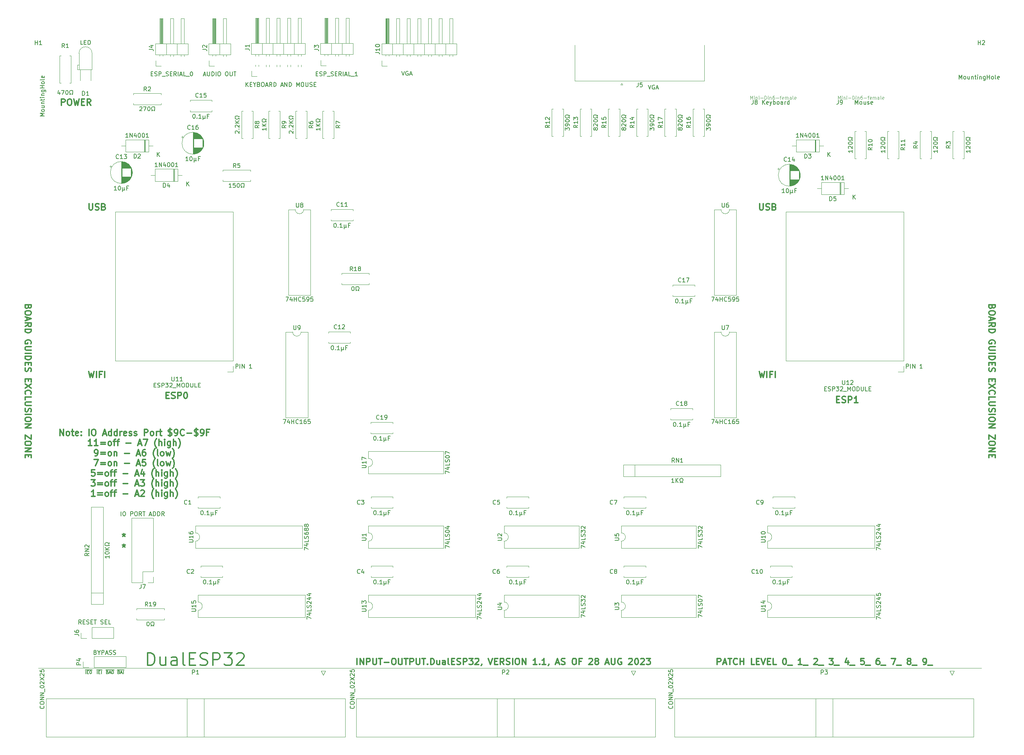
<source format=gbr>
%TF.GenerationSoftware,KiCad,Pcbnew,(6.0.11)*%
%TF.CreationDate,2023-08-28T11:54:35-05:00*%
%TF.ProjectId,input-output.DualESP32,696e7075-742d-46f7-9574-7075742e4475,V1.1*%
%TF.SameCoordinates,Original*%
%TF.FileFunction,Legend,Top*%
%TF.FilePolarity,Positive*%
%FSLAX46Y46*%
G04 Gerber Fmt 4.6, Leading zero omitted, Abs format (unit mm)*
G04 Created by KiCad (PCBNEW (6.0.11)) date 2023-08-28 11:54:35*
%MOMM*%
%LPD*%
G01*
G04 APERTURE LIST*
%ADD10C,0.120000*%
%ADD11C,0.300000*%
%ADD12C,0.175000*%
%ADD13C,0.150000*%
%ADD14C,0.088900*%
G04 APERTURE END LIST*
D10*
X40000000Y-220000000D02*
X265000000Y-220000000D01*
D11*
X267607142Y-133785714D02*
X267535714Y-134000000D01*
X267464285Y-134071428D01*
X267321428Y-134142857D01*
X267107142Y-134142857D01*
X266964285Y-134071428D01*
X266892857Y-134000000D01*
X266821428Y-133857142D01*
X266821428Y-133285714D01*
X268321428Y-133285714D01*
X268321428Y-133785714D01*
X268250000Y-133928571D01*
X268178571Y-134000000D01*
X268035714Y-134071428D01*
X267892857Y-134071428D01*
X267750000Y-134000000D01*
X267678571Y-133928571D01*
X267607142Y-133785714D01*
X267607142Y-133285714D01*
X268321428Y-135071428D02*
X268321428Y-135357142D01*
X268250000Y-135500000D01*
X268107142Y-135642857D01*
X267821428Y-135714285D01*
X267321428Y-135714285D01*
X267035714Y-135642857D01*
X266892857Y-135500000D01*
X266821428Y-135357142D01*
X266821428Y-135071428D01*
X266892857Y-134928571D01*
X267035714Y-134785714D01*
X267321428Y-134714285D01*
X267821428Y-134714285D01*
X268107142Y-134785714D01*
X268250000Y-134928571D01*
X268321428Y-135071428D01*
X267250000Y-136285714D02*
X267250000Y-137000000D01*
X266821428Y-136142857D02*
X268321428Y-136642857D01*
X266821428Y-137142857D01*
X266821428Y-138500000D02*
X267535714Y-138000000D01*
X266821428Y-137642857D02*
X268321428Y-137642857D01*
X268321428Y-138214285D01*
X268250000Y-138357142D01*
X268178571Y-138428571D01*
X268035714Y-138500000D01*
X267821428Y-138500000D01*
X267678571Y-138428571D01*
X267607142Y-138357142D01*
X267535714Y-138214285D01*
X267535714Y-137642857D01*
X266821428Y-139142857D02*
X268321428Y-139142857D01*
X268321428Y-139500000D01*
X268250000Y-139714285D01*
X268107142Y-139857142D01*
X267964285Y-139928571D01*
X267678571Y-140000000D01*
X267464285Y-140000000D01*
X267178571Y-139928571D01*
X267035714Y-139857142D01*
X266892857Y-139714285D01*
X266821428Y-139500000D01*
X266821428Y-139142857D01*
X268250000Y-142571428D02*
X268321428Y-142428571D01*
X268321428Y-142214285D01*
X268250000Y-142000000D01*
X268107142Y-141857142D01*
X267964285Y-141785714D01*
X267678571Y-141714285D01*
X267464285Y-141714285D01*
X267178571Y-141785714D01*
X267035714Y-141857142D01*
X266892857Y-142000000D01*
X266821428Y-142214285D01*
X266821428Y-142357142D01*
X266892857Y-142571428D01*
X266964285Y-142642857D01*
X267464285Y-142642857D01*
X267464285Y-142357142D01*
X268321428Y-143285714D02*
X267107142Y-143285714D01*
X266964285Y-143357142D01*
X266892857Y-143428571D01*
X266821428Y-143571428D01*
X266821428Y-143857142D01*
X266892857Y-144000000D01*
X266964285Y-144071428D01*
X267107142Y-144142857D01*
X268321428Y-144142857D01*
X266821428Y-144857142D02*
X268321428Y-144857142D01*
X266821428Y-145571428D02*
X268321428Y-145571428D01*
X268321428Y-145928571D01*
X268250000Y-146142857D01*
X268107142Y-146285714D01*
X267964285Y-146357142D01*
X267678571Y-146428571D01*
X267464285Y-146428571D01*
X267178571Y-146357142D01*
X267035714Y-146285714D01*
X266892857Y-146142857D01*
X266821428Y-145928571D01*
X266821428Y-145571428D01*
X267607142Y-147071428D02*
X267607142Y-147571428D01*
X266821428Y-147785714D02*
X266821428Y-147071428D01*
X268321428Y-147071428D01*
X268321428Y-147785714D01*
X266892857Y-148357142D02*
X266821428Y-148571428D01*
X266821428Y-148928571D01*
X266892857Y-149071428D01*
X266964285Y-149142857D01*
X267107142Y-149214285D01*
X267250000Y-149214285D01*
X267392857Y-149142857D01*
X267464285Y-149071428D01*
X267535714Y-148928571D01*
X267607142Y-148642857D01*
X267678571Y-148500000D01*
X267750000Y-148428571D01*
X267892857Y-148357142D01*
X268035714Y-148357142D01*
X268178571Y-148428571D01*
X268250000Y-148500000D01*
X268321428Y-148642857D01*
X268321428Y-149000000D01*
X268250000Y-149214285D01*
X267607142Y-151000000D02*
X267607142Y-151500000D01*
X266821428Y-151714285D02*
X266821428Y-151000000D01*
X268321428Y-151000000D01*
X268321428Y-151714285D01*
X268321428Y-152214285D02*
X266821428Y-153214285D01*
X268321428Y-153214285D02*
X266821428Y-152214285D01*
X266964285Y-154642857D02*
X266892857Y-154571428D01*
X266821428Y-154357142D01*
X266821428Y-154214285D01*
X266892857Y-154000000D01*
X267035714Y-153857142D01*
X267178571Y-153785714D01*
X267464285Y-153714285D01*
X267678571Y-153714285D01*
X267964285Y-153785714D01*
X268107142Y-153857142D01*
X268250000Y-154000000D01*
X268321428Y-154214285D01*
X268321428Y-154357142D01*
X268250000Y-154571428D01*
X268178571Y-154642857D01*
X266821428Y-156000000D02*
X266821428Y-155285714D01*
X268321428Y-155285714D01*
X268321428Y-156500000D02*
X267107142Y-156500000D01*
X266964285Y-156571428D01*
X266892857Y-156642857D01*
X266821428Y-156785714D01*
X266821428Y-157071428D01*
X266892857Y-157214285D01*
X266964285Y-157285714D01*
X267107142Y-157357142D01*
X268321428Y-157357142D01*
X266892857Y-158000000D02*
X266821428Y-158214285D01*
X266821428Y-158571428D01*
X266892857Y-158714285D01*
X266964285Y-158785714D01*
X267107142Y-158857142D01*
X267250000Y-158857142D01*
X267392857Y-158785714D01*
X267464285Y-158714285D01*
X267535714Y-158571428D01*
X267607142Y-158285714D01*
X267678571Y-158142857D01*
X267750000Y-158071428D01*
X267892857Y-158000000D01*
X268035714Y-158000000D01*
X268178571Y-158071428D01*
X268250000Y-158142857D01*
X268321428Y-158285714D01*
X268321428Y-158642857D01*
X268250000Y-158857142D01*
X266821428Y-159500000D02*
X268321428Y-159500000D01*
X268321428Y-160500000D02*
X268321428Y-160785714D01*
X268250000Y-160928571D01*
X268107142Y-161071428D01*
X267821428Y-161142857D01*
X267321428Y-161142857D01*
X267035714Y-161071428D01*
X266892857Y-160928571D01*
X266821428Y-160785714D01*
X266821428Y-160500000D01*
X266892857Y-160357142D01*
X267035714Y-160214285D01*
X267321428Y-160142857D01*
X267821428Y-160142857D01*
X268107142Y-160214285D01*
X268250000Y-160357142D01*
X268321428Y-160500000D01*
X266821428Y-161785714D02*
X268321428Y-161785714D01*
X266821428Y-162642857D01*
X268321428Y-162642857D01*
X268321428Y-164357142D02*
X268321428Y-165357142D01*
X266821428Y-164357142D01*
X266821428Y-165357142D01*
X268321428Y-166214285D02*
X268321428Y-166500000D01*
X268250000Y-166642857D01*
X268107142Y-166785714D01*
X267821428Y-166857142D01*
X267321428Y-166857142D01*
X267035714Y-166785714D01*
X266892857Y-166642857D01*
X266821428Y-166500000D01*
X266821428Y-166214285D01*
X266892857Y-166071428D01*
X267035714Y-165928571D01*
X267321428Y-165857142D01*
X267821428Y-165857142D01*
X268107142Y-165928571D01*
X268250000Y-166071428D01*
X268321428Y-166214285D01*
X266821428Y-167500000D02*
X268321428Y-167500000D01*
X266821428Y-168357142D01*
X268321428Y-168357142D01*
X267607142Y-169071428D02*
X267607142Y-169571428D01*
X266821428Y-169785714D02*
X266821428Y-169071428D01*
X268321428Y-169071428D01*
X268321428Y-169785714D01*
X37607142Y-133785714D02*
X37535714Y-134000000D01*
X37464285Y-134071428D01*
X37321428Y-134142857D01*
X37107142Y-134142857D01*
X36964285Y-134071428D01*
X36892857Y-134000000D01*
X36821428Y-133857142D01*
X36821428Y-133285714D01*
X38321428Y-133285714D01*
X38321428Y-133785714D01*
X38250000Y-133928571D01*
X38178571Y-134000000D01*
X38035714Y-134071428D01*
X37892857Y-134071428D01*
X37750000Y-134000000D01*
X37678571Y-133928571D01*
X37607142Y-133785714D01*
X37607142Y-133285714D01*
X38321428Y-135071428D02*
X38321428Y-135357142D01*
X38250000Y-135500000D01*
X38107142Y-135642857D01*
X37821428Y-135714285D01*
X37321428Y-135714285D01*
X37035714Y-135642857D01*
X36892857Y-135500000D01*
X36821428Y-135357142D01*
X36821428Y-135071428D01*
X36892857Y-134928571D01*
X37035714Y-134785714D01*
X37321428Y-134714285D01*
X37821428Y-134714285D01*
X38107142Y-134785714D01*
X38250000Y-134928571D01*
X38321428Y-135071428D01*
X37250000Y-136285714D02*
X37250000Y-137000000D01*
X36821428Y-136142857D02*
X38321428Y-136642857D01*
X36821428Y-137142857D01*
X36821428Y-138500000D02*
X37535714Y-138000000D01*
X36821428Y-137642857D02*
X38321428Y-137642857D01*
X38321428Y-138214285D01*
X38250000Y-138357142D01*
X38178571Y-138428571D01*
X38035714Y-138500000D01*
X37821428Y-138500000D01*
X37678571Y-138428571D01*
X37607142Y-138357142D01*
X37535714Y-138214285D01*
X37535714Y-137642857D01*
X36821428Y-139142857D02*
X38321428Y-139142857D01*
X38321428Y-139500000D01*
X38250000Y-139714285D01*
X38107142Y-139857142D01*
X37964285Y-139928571D01*
X37678571Y-140000000D01*
X37464285Y-140000000D01*
X37178571Y-139928571D01*
X37035714Y-139857142D01*
X36892857Y-139714285D01*
X36821428Y-139500000D01*
X36821428Y-139142857D01*
X38250000Y-142571428D02*
X38321428Y-142428571D01*
X38321428Y-142214285D01*
X38250000Y-142000000D01*
X38107142Y-141857142D01*
X37964285Y-141785714D01*
X37678571Y-141714285D01*
X37464285Y-141714285D01*
X37178571Y-141785714D01*
X37035714Y-141857142D01*
X36892857Y-142000000D01*
X36821428Y-142214285D01*
X36821428Y-142357142D01*
X36892857Y-142571428D01*
X36964285Y-142642857D01*
X37464285Y-142642857D01*
X37464285Y-142357142D01*
X38321428Y-143285714D02*
X37107142Y-143285714D01*
X36964285Y-143357142D01*
X36892857Y-143428571D01*
X36821428Y-143571428D01*
X36821428Y-143857142D01*
X36892857Y-144000000D01*
X36964285Y-144071428D01*
X37107142Y-144142857D01*
X38321428Y-144142857D01*
X36821428Y-144857142D02*
X38321428Y-144857142D01*
X36821428Y-145571428D02*
X38321428Y-145571428D01*
X38321428Y-145928571D01*
X38250000Y-146142857D01*
X38107142Y-146285714D01*
X37964285Y-146357142D01*
X37678571Y-146428571D01*
X37464285Y-146428571D01*
X37178571Y-146357142D01*
X37035714Y-146285714D01*
X36892857Y-146142857D01*
X36821428Y-145928571D01*
X36821428Y-145571428D01*
X37607142Y-147071428D02*
X37607142Y-147571428D01*
X36821428Y-147785714D02*
X36821428Y-147071428D01*
X38321428Y-147071428D01*
X38321428Y-147785714D01*
X36892857Y-148357142D02*
X36821428Y-148571428D01*
X36821428Y-148928571D01*
X36892857Y-149071428D01*
X36964285Y-149142857D01*
X37107142Y-149214285D01*
X37250000Y-149214285D01*
X37392857Y-149142857D01*
X37464285Y-149071428D01*
X37535714Y-148928571D01*
X37607142Y-148642857D01*
X37678571Y-148500000D01*
X37750000Y-148428571D01*
X37892857Y-148357142D01*
X38035714Y-148357142D01*
X38178571Y-148428571D01*
X38250000Y-148500000D01*
X38321428Y-148642857D01*
X38321428Y-149000000D01*
X38250000Y-149214285D01*
X37607142Y-151000000D02*
X37607142Y-151500000D01*
X36821428Y-151714285D02*
X36821428Y-151000000D01*
X38321428Y-151000000D01*
X38321428Y-151714285D01*
X38321428Y-152214285D02*
X36821428Y-153214285D01*
X38321428Y-153214285D02*
X36821428Y-152214285D01*
X36964285Y-154642857D02*
X36892857Y-154571428D01*
X36821428Y-154357142D01*
X36821428Y-154214285D01*
X36892857Y-154000000D01*
X37035714Y-153857142D01*
X37178571Y-153785714D01*
X37464285Y-153714285D01*
X37678571Y-153714285D01*
X37964285Y-153785714D01*
X38107142Y-153857142D01*
X38250000Y-154000000D01*
X38321428Y-154214285D01*
X38321428Y-154357142D01*
X38250000Y-154571428D01*
X38178571Y-154642857D01*
X36821428Y-156000000D02*
X36821428Y-155285714D01*
X38321428Y-155285714D01*
X38321428Y-156500000D02*
X37107142Y-156500000D01*
X36964285Y-156571428D01*
X36892857Y-156642857D01*
X36821428Y-156785714D01*
X36821428Y-157071428D01*
X36892857Y-157214285D01*
X36964285Y-157285714D01*
X37107142Y-157357142D01*
X38321428Y-157357142D01*
X36892857Y-158000000D02*
X36821428Y-158214285D01*
X36821428Y-158571428D01*
X36892857Y-158714285D01*
X36964285Y-158785714D01*
X37107142Y-158857142D01*
X37250000Y-158857142D01*
X37392857Y-158785714D01*
X37464285Y-158714285D01*
X37535714Y-158571428D01*
X37607142Y-158285714D01*
X37678571Y-158142857D01*
X37750000Y-158071428D01*
X37892857Y-158000000D01*
X38035714Y-158000000D01*
X38178571Y-158071428D01*
X38250000Y-158142857D01*
X38321428Y-158285714D01*
X38321428Y-158642857D01*
X38250000Y-158857142D01*
X36821428Y-159500000D02*
X38321428Y-159500000D01*
X38321428Y-160500000D02*
X38321428Y-160785714D01*
X38250000Y-160928571D01*
X38107142Y-161071428D01*
X37821428Y-161142857D01*
X37321428Y-161142857D01*
X37035714Y-161071428D01*
X36892857Y-160928571D01*
X36821428Y-160785714D01*
X36821428Y-160500000D01*
X36892857Y-160357142D01*
X37035714Y-160214285D01*
X37321428Y-160142857D01*
X37821428Y-160142857D01*
X38107142Y-160214285D01*
X38250000Y-160357142D01*
X38321428Y-160500000D01*
X36821428Y-161785714D02*
X38321428Y-161785714D01*
X36821428Y-162642857D01*
X38321428Y-162642857D01*
X38321428Y-164357142D02*
X38321428Y-165357142D01*
X36821428Y-164357142D01*
X36821428Y-165357142D01*
X38321428Y-166214285D02*
X38321428Y-166500000D01*
X38250000Y-166642857D01*
X38107142Y-166785714D01*
X37821428Y-166857142D01*
X37321428Y-166857142D01*
X37035714Y-166785714D01*
X36892857Y-166642857D01*
X36821428Y-166500000D01*
X36821428Y-166214285D01*
X36892857Y-166071428D01*
X37035714Y-165928571D01*
X37321428Y-165857142D01*
X37821428Y-165857142D01*
X38107142Y-165928571D01*
X38250000Y-166071428D01*
X38321428Y-166214285D01*
X36821428Y-167500000D02*
X38321428Y-167500000D01*
X36821428Y-168357142D01*
X38321428Y-168357142D01*
X37607142Y-169071428D02*
X37607142Y-169571428D01*
X36821428Y-169785714D02*
X36821428Y-169071428D01*
X38321428Y-169071428D01*
X38321428Y-169785714D01*
X45535714Y-85678571D02*
X45535714Y-84178571D01*
X46107142Y-84178571D01*
X46250000Y-84250000D01*
X46321428Y-84321428D01*
X46392857Y-84464285D01*
X46392857Y-84678571D01*
X46321428Y-84821428D01*
X46250000Y-84892857D01*
X46107142Y-84964285D01*
X45535714Y-84964285D01*
X47321428Y-84178571D02*
X47607142Y-84178571D01*
X47750000Y-84250000D01*
X47892857Y-84392857D01*
X47964285Y-84678571D01*
X47964285Y-85178571D01*
X47892857Y-85464285D01*
X47750000Y-85607142D01*
X47607142Y-85678571D01*
X47321428Y-85678571D01*
X47178571Y-85607142D01*
X47035714Y-85464285D01*
X46964285Y-85178571D01*
X46964285Y-84678571D01*
X47035714Y-84392857D01*
X47178571Y-84250000D01*
X47321428Y-84178571D01*
X48464285Y-84178571D02*
X48821428Y-85678571D01*
X49107142Y-84607142D01*
X49392857Y-85678571D01*
X49750000Y-84178571D01*
X50321428Y-84892857D02*
X50821428Y-84892857D01*
X51035714Y-85678571D02*
X50321428Y-85678571D01*
X50321428Y-84178571D01*
X51035714Y-84178571D01*
X52535714Y-85678571D02*
X52035714Y-84964285D01*
X51678571Y-85678571D02*
X51678571Y-84178571D01*
X52250000Y-84178571D01*
X52392857Y-84250000D01*
X52464285Y-84321428D01*
X52535714Y-84464285D01*
X52535714Y-84678571D01*
X52464285Y-84821428D01*
X52392857Y-84892857D01*
X52250000Y-84964285D01*
X51678571Y-84964285D01*
D12*
X53908000Y-220419000D02*
X54241333Y-220419000D01*
X54074666Y-221316666D02*
X54074666Y-220616666D01*
X54241333Y-220419000D02*
X54874666Y-220419000D01*
X54408000Y-220950000D02*
X54641333Y-220950000D01*
X54741333Y-221316666D02*
X54408000Y-221316666D01*
X54408000Y-220616666D01*
X54741333Y-220616666D01*
X54874666Y-220419000D02*
X55208000Y-220419000D01*
X55041333Y-221316666D02*
X55041333Y-220616666D01*
X56081333Y-220419000D02*
X56781333Y-220419000D01*
X56481333Y-220950000D02*
X56581333Y-220983333D01*
X56614666Y-221016666D01*
X56648000Y-221083333D01*
X56648000Y-221183333D01*
X56614666Y-221250000D01*
X56581333Y-221283333D01*
X56514666Y-221316666D01*
X56248000Y-221316666D01*
X56248000Y-220616666D01*
X56481333Y-220616666D01*
X56548000Y-220650000D01*
X56581333Y-220683333D01*
X56614666Y-220750000D01*
X56614666Y-220816666D01*
X56581333Y-220883333D01*
X56548000Y-220916666D01*
X56481333Y-220950000D01*
X56248000Y-220950000D01*
X56781333Y-220419000D02*
X57381333Y-220419000D01*
X56914666Y-221116666D02*
X57248000Y-221116666D01*
X56848000Y-221316666D02*
X57081333Y-220616666D01*
X57314666Y-221316666D01*
X57381333Y-220419000D02*
X58114666Y-220419000D01*
X57681333Y-220616666D02*
X57814666Y-220616666D01*
X57881333Y-220650000D01*
X57948000Y-220716666D01*
X57981333Y-220850000D01*
X57981333Y-221083333D01*
X57948000Y-221216666D01*
X57881333Y-221283333D01*
X57814666Y-221316666D01*
X57681333Y-221316666D01*
X57614666Y-221283333D01*
X57548000Y-221216666D01*
X57514666Y-221083333D01*
X57514666Y-220850000D01*
X57548000Y-220716666D01*
X57614666Y-220650000D01*
X57681333Y-220616666D01*
X58821333Y-220419000D02*
X59521333Y-220419000D01*
X59221333Y-220950000D02*
X59321333Y-220983333D01*
X59354666Y-221016666D01*
X59388000Y-221083333D01*
X59388000Y-221183333D01*
X59354666Y-221250000D01*
X59321333Y-221283333D01*
X59254666Y-221316666D01*
X58988000Y-221316666D01*
X58988000Y-220616666D01*
X59221333Y-220616666D01*
X59288000Y-220650000D01*
X59321333Y-220683333D01*
X59354666Y-220750000D01*
X59354666Y-220816666D01*
X59321333Y-220883333D01*
X59288000Y-220916666D01*
X59221333Y-220950000D01*
X58988000Y-220950000D01*
X59521333Y-220419000D02*
X60121333Y-220419000D01*
X59654666Y-221116666D02*
X59988000Y-221116666D01*
X59588000Y-221316666D02*
X59821333Y-220616666D01*
X60054666Y-221316666D01*
X60121333Y-220419000D02*
X60454666Y-220419000D01*
X60288000Y-221316666D02*
X60288000Y-220616666D01*
D11*
X66071428Y-219357142D02*
X66071428Y-216357142D01*
X66785714Y-216357142D01*
X67214285Y-216500000D01*
X67500000Y-216785714D01*
X67642857Y-217071428D01*
X67785714Y-217642857D01*
X67785714Y-218071428D01*
X67642857Y-218642857D01*
X67500000Y-218928571D01*
X67214285Y-219214285D01*
X66785714Y-219357142D01*
X66071428Y-219357142D01*
X70357142Y-217357142D02*
X70357142Y-219357142D01*
X69071428Y-217357142D02*
X69071428Y-218928571D01*
X69214285Y-219214285D01*
X69500000Y-219357142D01*
X69928571Y-219357142D01*
X70214285Y-219214285D01*
X70357142Y-219071428D01*
X73071428Y-219357142D02*
X73071428Y-217785714D01*
X72928571Y-217500000D01*
X72642857Y-217357142D01*
X72071428Y-217357142D01*
X71785714Y-217500000D01*
X73071428Y-219214285D02*
X72785714Y-219357142D01*
X72071428Y-219357142D01*
X71785714Y-219214285D01*
X71642857Y-218928571D01*
X71642857Y-218642857D01*
X71785714Y-218357142D01*
X72071428Y-218214285D01*
X72785714Y-218214285D01*
X73071428Y-218071428D01*
X74928571Y-219357142D02*
X74642857Y-219214285D01*
X74500000Y-218928571D01*
X74500000Y-216357142D01*
X76071428Y-217785714D02*
X77071428Y-217785714D01*
X77500000Y-219357142D02*
X76071428Y-219357142D01*
X76071428Y-216357142D01*
X77500000Y-216357142D01*
X78642857Y-219214285D02*
X79071428Y-219357142D01*
X79785714Y-219357142D01*
X80071428Y-219214285D01*
X80214285Y-219071428D01*
X80357142Y-218785714D01*
X80357142Y-218500000D01*
X80214285Y-218214285D01*
X80071428Y-218071428D01*
X79785714Y-217928571D01*
X79214285Y-217785714D01*
X78928571Y-217642857D01*
X78785714Y-217500000D01*
X78642857Y-217214285D01*
X78642857Y-216928571D01*
X78785714Y-216642857D01*
X78928571Y-216500000D01*
X79214285Y-216357142D01*
X79928571Y-216357142D01*
X80357142Y-216500000D01*
X81642857Y-219357142D02*
X81642857Y-216357142D01*
X82785714Y-216357142D01*
X83071428Y-216500000D01*
X83214285Y-216642857D01*
X83357142Y-216928571D01*
X83357142Y-217357142D01*
X83214285Y-217642857D01*
X83071428Y-217785714D01*
X82785714Y-217928571D01*
X81642857Y-217928571D01*
X84357142Y-216357142D02*
X86214285Y-216357142D01*
X85214285Y-217500000D01*
X85642857Y-217500000D01*
X85928571Y-217642857D01*
X86071428Y-217785714D01*
X86214285Y-218071428D01*
X86214285Y-218785714D01*
X86071428Y-219071428D01*
X85928571Y-219214285D01*
X85642857Y-219357142D01*
X84785714Y-219357142D01*
X84500000Y-219214285D01*
X84357142Y-219071428D01*
X87357142Y-216642857D02*
X87500000Y-216500000D01*
X87785714Y-216357142D01*
X88500000Y-216357142D01*
X88785714Y-216500000D01*
X88928571Y-216642857D01*
X89071428Y-216928571D01*
X89071428Y-217214285D01*
X88928571Y-217642857D01*
X87214285Y-219357142D01*
X89071428Y-219357142D01*
D12*
X51150000Y-220419000D02*
X51483333Y-220419000D01*
X51316666Y-221316666D02*
X51316666Y-220616666D01*
X51483333Y-220419000D02*
X52116666Y-220419000D01*
X51650000Y-220950000D02*
X51883333Y-220950000D01*
X51983333Y-221316666D02*
X51650000Y-221316666D01*
X51650000Y-220616666D01*
X51983333Y-220616666D01*
X52116666Y-220419000D02*
X52850000Y-220419000D01*
X52416666Y-220616666D02*
X52550000Y-220616666D01*
X52616666Y-220650000D01*
X52683333Y-220716666D01*
X52716666Y-220850000D01*
X52716666Y-221083333D01*
X52683333Y-221216666D01*
X52616666Y-221283333D01*
X52550000Y-221316666D01*
X52416666Y-221316666D01*
X52350000Y-221283333D01*
X52283333Y-221216666D01*
X52250000Y-221083333D01*
X52250000Y-220850000D01*
X52283333Y-220716666D01*
X52350000Y-220650000D01*
X52416666Y-220616666D01*
D11*
X116035714Y-219178571D02*
X116035714Y-217678571D01*
X116750000Y-219178571D02*
X116750000Y-217678571D01*
X117607142Y-219178571D01*
X117607142Y-217678571D01*
X118321428Y-219178571D02*
X118321428Y-217678571D01*
X118892857Y-217678571D01*
X119035714Y-217750000D01*
X119107142Y-217821428D01*
X119178571Y-217964285D01*
X119178571Y-218178571D01*
X119107142Y-218321428D01*
X119035714Y-218392857D01*
X118892857Y-218464285D01*
X118321428Y-218464285D01*
X119821428Y-217678571D02*
X119821428Y-218892857D01*
X119892857Y-219035714D01*
X119964285Y-219107142D01*
X120107142Y-219178571D01*
X120392857Y-219178571D01*
X120535714Y-219107142D01*
X120607142Y-219035714D01*
X120678571Y-218892857D01*
X120678571Y-217678571D01*
X121178571Y-217678571D02*
X122035714Y-217678571D01*
X121607142Y-219178571D02*
X121607142Y-217678571D01*
X122535714Y-218607142D02*
X123678571Y-218607142D01*
X124678571Y-217678571D02*
X124964285Y-217678571D01*
X125107142Y-217750000D01*
X125250000Y-217892857D01*
X125321428Y-218178571D01*
X125321428Y-218678571D01*
X125250000Y-218964285D01*
X125107142Y-219107142D01*
X124964285Y-219178571D01*
X124678571Y-219178571D01*
X124535714Y-219107142D01*
X124392857Y-218964285D01*
X124321428Y-218678571D01*
X124321428Y-218178571D01*
X124392857Y-217892857D01*
X124535714Y-217750000D01*
X124678571Y-217678571D01*
X125964285Y-217678571D02*
X125964285Y-218892857D01*
X126035714Y-219035714D01*
X126107142Y-219107142D01*
X126250000Y-219178571D01*
X126535714Y-219178571D01*
X126678571Y-219107142D01*
X126750000Y-219035714D01*
X126821428Y-218892857D01*
X126821428Y-217678571D01*
X127321428Y-217678571D02*
X128178571Y-217678571D01*
X127750000Y-219178571D02*
X127750000Y-217678571D01*
X128678571Y-219178571D02*
X128678571Y-217678571D01*
X129250000Y-217678571D01*
X129392857Y-217750000D01*
X129464285Y-217821428D01*
X129535714Y-217964285D01*
X129535714Y-218178571D01*
X129464285Y-218321428D01*
X129392857Y-218392857D01*
X129250000Y-218464285D01*
X128678571Y-218464285D01*
X130178571Y-217678571D02*
X130178571Y-218892857D01*
X130250000Y-219035714D01*
X130321428Y-219107142D01*
X130464285Y-219178571D01*
X130750000Y-219178571D01*
X130892857Y-219107142D01*
X130964285Y-219035714D01*
X131035714Y-218892857D01*
X131035714Y-217678571D01*
X131535714Y-217678571D02*
X132392857Y-217678571D01*
X131964285Y-219178571D02*
X131964285Y-217678571D01*
X132892857Y-219035714D02*
X132964285Y-219107142D01*
X132892857Y-219178571D01*
X132821428Y-219107142D01*
X132892857Y-219035714D01*
X132892857Y-219178571D01*
X133607142Y-219178571D02*
X133607142Y-217678571D01*
X133964285Y-217678571D01*
X134178571Y-217750000D01*
X134321428Y-217892857D01*
X134392857Y-218035714D01*
X134464285Y-218321428D01*
X134464285Y-218535714D01*
X134392857Y-218821428D01*
X134321428Y-218964285D01*
X134178571Y-219107142D01*
X133964285Y-219178571D01*
X133607142Y-219178571D01*
X135750000Y-218178571D02*
X135750000Y-219178571D01*
X135107142Y-218178571D02*
X135107142Y-218964285D01*
X135178571Y-219107142D01*
X135321428Y-219178571D01*
X135535714Y-219178571D01*
X135678571Y-219107142D01*
X135750000Y-219035714D01*
X137107142Y-219178571D02*
X137107142Y-218392857D01*
X137035714Y-218250000D01*
X136892857Y-218178571D01*
X136607142Y-218178571D01*
X136464285Y-218250000D01*
X137107142Y-219107142D02*
X136964285Y-219178571D01*
X136607142Y-219178571D01*
X136464285Y-219107142D01*
X136392857Y-218964285D01*
X136392857Y-218821428D01*
X136464285Y-218678571D01*
X136607142Y-218607142D01*
X136964285Y-218607142D01*
X137107142Y-218535714D01*
X138035714Y-219178571D02*
X137892857Y-219107142D01*
X137821428Y-218964285D01*
X137821428Y-217678571D01*
X138607142Y-218392857D02*
X139107142Y-218392857D01*
X139321428Y-219178571D02*
X138607142Y-219178571D01*
X138607142Y-217678571D01*
X139321428Y-217678571D01*
X139892857Y-219107142D02*
X140107142Y-219178571D01*
X140464285Y-219178571D01*
X140607142Y-219107142D01*
X140678571Y-219035714D01*
X140750000Y-218892857D01*
X140750000Y-218750000D01*
X140678571Y-218607142D01*
X140607142Y-218535714D01*
X140464285Y-218464285D01*
X140178571Y-218392857D01*
X140035714Y-218321428D01*
X139964285Y-218250000D01*
X139892857Y-218107142D01*
X139892857Y-217964285D01*
X139964285Y-217821428D01*
X140035714Y-217750000D01*
X140178571Y-217678571D01*
X140535714Y-217678571D01*
X140750000Y-217750000D01*
X141392857Y-219178571D02*
X141392857Y-217678571D01*
X141964285Y-217678571D01*
X142107142Y-217750000D01*
X142178571Y-217821428D01*
X142250000Y-217964285D01*
X142250000Y-218178571D01*
X142178571Y-218321428D01*
X142107142Y-218392857D01*
X141964285Y-218464285D01*
X141392857Y-218464285D01*
X142750000Y-217678571D02*
X143678571Y-217678571D01*
X143178571Y-218250000D01*
X143392857Y-218250000D01*
X143535714Y-218321428D01*
X143607142Y-218392857D01*
X143678571Y-218535714D01*
X143678571Y-218892857D01*
X143607142Y-219035714D01*
X143535714Y-219107142D01*
X143392857Y-219178571D01*
X142964285Y-219178571D01*
X142821428Y-219107142D01*
X142750000Y-219035714D01*
X144250000Y-217821428D02*
X144321428Y-217750000D01*
X144464285Y-217678571D01*
X144821428Y-217678571D01*
X144964285Y-217750000D01*
X145035714Y-217821428D01*
X145107142Y-217964285D01*
X145107142Y-218107142D01*
X145035714Y-218321428D01*
X144178571Y-219178571D01*
X145107142Y-219178571D01*
X145821428Y-219107142D02*
X145821428Y-219178571D01*
X145750000Y-219321428D01*
X145678571Y-219392857D01*
X147392857Y-217678571D02*
X147892857Y-219178571D01*
X148392857Y-217678571D01*
X148892857Y-218392857D02*
X149392857Y-218392857D01*
X149607142Y-219178571D02*
X148892857Y-219178571D01*
X148892857Y-217678571D01*
X149607142Y-217678571D01*
X151107142Y-219178571D02*
X150607142Y-218464285D01*
X150250000Y-219178571D02*
X150250000Y-217678571D01*
X150821428Y-217678571D01*
X150964285Y-217750000D01*
X151035714Y-217821428D01*
X151107142Y-217964285D01*
X151107142Y-218178571D01*
X151035714Y-218321428D01*
X150964285Y-218392857D01*
X150821428Y-218464285D01*
X150250000Y-218464285D01*
X151678571Y-219107142D02*
X151892857Y-219178571D01*
X152250000Y-219178571D01*
X152392857Y-219107142D01*
X152464285Y-219035714D01*
X152535714Y-218892857D01*
X152535714Y-218750000D01*
X152464285Y-218607142D01*
X152392857Y-218535714D01*
X152250000Y-218464285D01*
X151964285Y-218392857D01*
X151821428Y-218321428D01*
X151750000Y-218250000D01*
X151678571Y-218107142D01*
X151678571Y-217964285D01*
X151750000Y-217821428D01*
X151821428Y-217750000D01*
X151964285Y-217678571D01*
X152321428Y-217678571D01*
X152535714Y-217750000D01*
X153178571Y-219178571D02*
X153178571Y-217678571D01*
X154178571Y-217678571D02*
X154464285Y-217678571D01*
X154607142Y-217750000D01*
X154750000Y-217892857D01*
X154821428Y-218178571D01*
X154821428Y-218678571D01*
X154750000Y-218964285D01*
X154607142Y-219107142D01*
X154464285Y-219178571D01*
X154178571Y-219178571D01*
X154035714Y-219107142D01*
X153892857Y-218964285D01*
X153821428Y-218678571D01*
X153821428Y-218178571D01*
X153892857Y-217892857D01*
X154035714Y-217750000D01*
X154178571Y-217678571D01*
X155464285Y-219178571D02*
X155464285Y-217678571D01*
X156321428Y-219178571D01*
X156321428Y-217678571D01*
X158964285Y-219178571D02*
X158107142Y-219178571D01*
X158535714Y-219178571D02*
X158535714Y-217678571D01*
X158392857Y-217892857D01*
X158250000Y-218035714D01*
X158107142Y-218107142D01*
X159607142Y-219035714D02*
X159678571Y-219107142D01*
X159607142Y-219178571D01*
X159535714Y-219107142D01*
X159607142Y-219035714D01*
X159607142Y-219178571D01*
X161107142Y-219178571D02*
X160250000Y-219178571D01*
X160678571Y-219178571D02*
X160678571Y-217678571D01*
X160535714Y-217892857D01*
X160392857Y-218035714D01*
X160250000Y-218107142D01*
X161821428Y-219107142D02*
X161821428Y-219178571D01*
X161750000Y-219321428D01*
X161678571Y-219392857D01*
X163535714Y-218750000D02*
X164250000Y-218750000D01*
X163392857Y-219178571D02*
X163892857Y-217678571D01*
X164392857Y-219178571D01*
X164821428Y-219107142D02*
X165035714Y-219178571D01*
X165392857Y-219178571D01*
X165535714Y-219107142D01*
X165607142Y-219035714D01*
X165678571Y-218892857D01*
X165678571Y-218750000D01*
X165607142Y-218607142D01*
X165535714Y-218535714D01*
X165392857Y-218464285D01*
X165107142Y-218392857D01*
X164964285Y-218321428D01*
X164892857Y-218250000D01*
X164821428Y-218107142D01*
X164821428Y-217964285D01*
X164892857Y-217821428D01*
X164964285Y-217750000D01*
X165107142Y-217678571D01*
X165464285Y-217678571D01*
X165678571Y-217750000D01*
X167750000Y-217678571D02*
X168035714Y-217678571D01*
X168178571Y-217750000D01*
X168321428Y-217892857D01*
X168392857Y-218178571D01*
X168392857Y-218678571D01*
X168321428Y-218964285D01*
X168178571Y-219107142D01*
X168035714Y-219178571D01*
X167750000Y-219178571D01*
X167607142Y-219107142D01*
X167464285Y-218964285D01*
X167392857Y-218678571D01*
X167392857Y-218178571D01*
X167464285Y-217892857D01*
X167607142Y-217750000D01*
X167750000Y-217678571D01*
X169535714Y-218392857D02*
X169035714Y-218392857D01*
X169035714Y-219178571D02*
X169035714Y-217678571D01*
X169750000Y-217678571D01*
X171392857Y-217821428D02*
X171464285Y-217750000D01*
X171607142Y-217678571D01*
X171964285Y-217678571D01*
X172107142Y-217750000D01*
X172178571Y-217821428D01*
X172250000Y-217964285D01*
X172250000Y-218107142D01*
X172178571Y-218321428D01*
X171321428Y-219178571D01*
X172250000Y-219178571D01*
X173107142Y-218321428D02*
X172964285Y-218250000D01*
X172892857Y-218178571D01*
X172821428Y-218035714D01*
X172821428Y-217964285D01*
X172892857Y-217821428D01*
X172964285Y-217750000D01*
X173107142Y-217678571D01*
X173392857Y-217678571D01*
X173535714Y-217750000D01*
X173607142Y-217821428D01*
X173678571Y-217964285D01*
X173678571Y-218035714D01*
X173607142Y-218178571D01*
X173535714Y-218250000D01*
X173392857Y-218321428D01*
X173107142Y-218321428D01*
X172964285Y-218392857D01*
X172892857Y-218464285D01*
X172821428Y-218607142D01*
X172821428Y-218892857D01*
X172892857Y-219035714D01*
X172964285Y-219107142D01*
X173107142Y-219178571D01*
X173392857Y-219178571D01*
X173535714Y-219107142D01*
X173607142Y-219035714D01*
X173678571Y-218892857D01*
X173678571Y-218607142D01*
X173607142Y-218464285D01*
X173535714Y-218392857D01*
X173392857Y-218321428D01*
X175392857Y-218750000D02*
X176107142Y-218750000D01*
X175250000Y-219178571D02*
X175750000Y-217678571D01*
X176250000Y-219178571D01*
X176750000Y-217678571D02*
X176750000Y-218892857D01*
X176821428Y-219035714D01*
X176892857Y-219107142D01*
X177035714Y-219178571D01*
X177321428Y-219178571D01*
X177464285Y-219107142D01*
X177535714Y-219035714D01*
X177607142Y-218892857D01*
X177607142Y-217678571D01*
X179107142Y-217750000D02*
X178964285Y-217678571D01*
X178750000Y-217678571D01*
X178535714Y-217750000D01*
X178392857Y-217892857D01*
X178321428Y-218035714D01*
X178250000Y-218321428D01*
X178250000Y-218535714D01*
X178321428Y-218821428D01*
X178392857Y-218964285D01*
X178535714Y-219107142D01*
X178750000Y-219178571D01*
X178892857Y-219178571D01*
X179107142Y-219107142D01*
X179178571Y-219035714D01*
X179178571Y-218535714D01*
X178892857Y-218535714D01*
X180892857Y-217821428D02*
X180964285Y-217750000D01*
X181107142Y-217678571D01*
X181464285Y-217678571D01*
X181607142Y-217750000D01*
X181678571Y-217821428D01*
X181750000Y-217964285D01*
X181750000Y-218107142D01*
X181678571Y-218321428D01*
X180821428Y-219178571D01*
X181750000Y-219178571D01*
X182678571Y-217678571D02*
X182821428Y-217678571D01*
X182964285Y-217750000D01*
X183035714Y-217821428D01*
X183107142Y-217964285D01*
X183178571Y-218250000D01*
X183178571Y-218607142D01*
X183107142Y-218892857D01*
X183035714Y-219035714D01*
X182964285Y-219107142D01*
X182821428Y-219178571D01*
X182678571Y-219178571D01*
X182535714Y-219107142D01*
X182464285Y-219035714D01*
X182392857Y-218892857D01*
X182321428Y-218607142D01*
X182321428Y-218250000D01*
X182392857Y-217964285D01*
X182464285Y-217821428D01*
X182535714Y-217750000D01*
X182678571Y-217678571D01*
X183750000Y-217821428D02*
X183821428Y-217750000D01*
X183964285Y-217678571D01*
X184321428Y-217678571D01*
X184464285Y-217750000D01*
X184535714Y-217821428D01*
X184607142Y-217964285D01*
X184607142Y-218107142D01*
X184535714Y-218321428D01*
X183678571Y-219178571D01*
X184607142Y-219178571D01*
X185107142Y-217678571D02*
X186035714Y-217678571D01*
X185535714Y-218250000D01*
X185750000Y-218250000D01*
X185892857Y-218321428D01*
X185964285Y-218392857D01*
X186035714Y-218535714D01*
X186035714Y-218892857D01*
X185964285Y-219035714D01*
X185892857Y-219107142D01*
X185750000Y-219178571D01*
X185321428Y-219178571D01*
X185178571Y-219107142D01*
X185107142Y-219035714D01*
X45154285Y-164505571D02*
X45154285Y-163005571D01*
X46011428Y-164505571D01*
X46011428Y-163005571D01*
X46939999Y-164505571D02*
X46797142Y-164434142D01*
X46725714Y-164362714D01*
X46654285Y-164219857D01*
X46654285Y-163791285D01*
X46725714Y-163648428D01*
X46797142Y-163577000D01*
X46939999Y-163505571D01*
X47154285Y-163505571D01*
X47297142Y-163577000D01*
X47368571Y-163648428D01*
X47439999Y-163791285D01*
X47439999Y-164219857D01*
X47368571Y-164362714D01*
X47297142Y-164434142D01*
X47154285Y-164505571D01*
X46939999Y-164505571D01*
X47868571Y-163505571D02*
X48439999Y-163505571D01*
X48082857Y-163005571D02*
X48082857Y-164291285D01*
X48154285Y-164434142D01*
X48297142Y-164505571D01*
X48439999Y-164505571D01*
X49511428Y-164434142D02*
X49368571Y-164505571D01*
X49082857Y-164505571D01*
X48939999Y-164434142D01*
X48868571Y-164291285D01*
X48868571Y-163719857D01*
X48939999Y-163577000D01*
X49082857Y-163505571D01*
X49368571Y-163505571D01*
X49511428Y-163577000D01*
X49582857Y-163719857D01*
X49582857Y-163862714D01*
X48868571Y-164005571D01*
X50225714Y-164362714D02*
X50297142Y-164434142D01*
X50225714Y-164505571D01*
X50154285Y-164434142D01*
X50225714Y-164362714D01*
X50225714Y-164505571D01*
X50225714Y-163577000D02*
X50297142Y-163648428D01*
X50225714Y-163719857D01*
X50154285Y-163648428D01*
X50225714Y-163577000D01*
X50225714Y-163719857D01*
X52082857Y-164505571D02*
X52082857Y-163005571D01*
X53082857Y-163005571D02*
X53368571Y-163005571D01*
X53511428Y-163077000D01*
X53654285Y-163219857D01*
X53725714Y-163505571D01*
X53725714Y-164005571D01*
X53654285Y-164291285D01*
X53511428Y-164434142D01*
X53368571Y-164505571D01*
X53082857Y-164505571D01*
X52939999Y-164434142D01*
X52797142Y-164291285D01*
X52725714Y-164005571D01*
X52725714Y-163505571D01*
X52797142Y-163219857D01*
X52939999Y-163077000D01*
X53082857Y-163005571D01*
X55439999Y-164077000D02*
X56154285Y-164077000D01*
X55297142Y-164505571D02*
X55797142Y-163005571D01*
X56297142Y-164505571D01*
X57439999Y-164505571D02*
X57439999Y-163005571D01*
X57439999Y-164434142D02*
X57297142Y-164505571D01*
X57011428Y-164505571D01*
X56868571Y-164434142D01*
X56797142Y-164362714D01*
X56725714Y-164219857D01*
X56725714Y-163791285D01*
X56797142Y-163648428D01*
X56868571Y-163577000D01*
X57011428Y-163505571D01*
X57297142Y-163505571D01*
X57439999Y-163577000D01*
X58797142Y-164505571D02*
X58797142Y-163005571D01*
X58797142Y-164434142D02*
X58654285Y-164505571D01*
X58368571Y-164505571D01*
X58225714Y-164434142D01*
X58154285Y-164362714D01*
X58082857Y-164219857D01*
X58082857Y-163791285D01*
X58154285Y-163648428D01*
X58225714Y-163577000D01*
X58368571Y-163505571D01*
X58654285Y-163505571D01*
X58797142Y-163577000D01*
X59511428Y-164505571D02*
X59511428Y-163505571D01*
X59511428Y-163791285D02*
X59582857Y-163648428D01*
X59654285Y-163577000D01*
X59797142Y-163505571D01*
X59939999Y-163505571D01*
X61011428Y-164434142D02*
X60868571Y-164505571D01*
X60582857Y-164505571D01*
X60439999Y-164434142D01*
X60368571Y-164291285D01*
X60368571Y-163719857D01*
X60439999Y-163577000D01*
X60582857Y-163505571D01*
X60868571Y-163505571D01*
X61011428Y-163577000D01*
X61082857Y-163719857D01*
X61082857Y-163862714D01*
X60368571Y-164005571D01*
X61654285Y-164434142D02*
X61797142Y-164505571D01*
X62082857Y-164505571D01*
X62225714Y-164434142D01*
X62297142Y-164291285D01*
X62297142Y-164219857D01*
X62225714Y-164077000D01*
X62082857Y-164005571D01*
X61868571Y-164005571D01*
X61725714Y-163934142D01*
X61654285Y-163791285D01*
X61654285Y-163719857D01*
X61725714Y-163577000D01*
X61868571Y-163505571D01*
X62082857Y-163505571D01*
X62225714Y-163577000D01*
X62868571Y-164434142D02*
X63011428Y-164505571D01*
X63297142Y-164505571D01*
X63439999Y-164434142D01*
X63511428Y-164291285D01*
X63511428Y-164219857D01*
X63439999Y-164077000D01*
X63297142Y-164005571D01*
X63082857Y-164005571D01*
X62939999Y-163934142D01*
X62868571Y-163791285D01*
X62868571Y-163719857D01*
X62939999Y-163577000D01*
X63082857Y-163505571D01*
X63297142Y-163505571D01*
X63439999Y-163577000D01*
X65297142Y-164505571D02*
X65297142Y-163005571D01*
X65868571Y-163005571D01*
X66011428Y-163077000D01*
X66082857Y-163148428D01*
X66154285Y-163291285D01*
X66154285Y-163505571D01*
X66082857Y-163648428D01*
X66011428Y-163719857D01*
X65868571Y-163791285D01*
X65297142Y-163791285D01*
X67011428Y-164505571D02*
X66868571Y-164434142D01*
X66797142Y-164362714D01*
X66725714Y-164219857D01*
X66725714Y-163791285D01*
X66797142Y-163648428D01*
X66868571Y-163577000D01*
X67011428Y-163505571D01*
X67225714Y-163505571D01*
X67368571Y-163577000D01*
X67439999Y-163648428D01*
X67511428Y-163791285D01*
X67511428Y-164219857D01*
X67439999Y-164362714D01*
X67368571Y-164434142D01*
X67225714Y-164505571D01*
X67011428Y-164505571D01*
X68154285Y-164505571D02*
X68154285Y-163505571D01*
X68154285Y-163791285D02*
X68225714Y-163648428D01*
X68297142Y-163577000D01*
X68439999Y-163505571D01*
X68582857Y-163505571D01*
X68868571Y-163505571D02*
X69439999Y-163505571D01*
X69082857Y-163005571D02*
X69082857Y-164291285D01*
X69154285Y-164434142D01*
X69297142Y-164505571D01*
X69439999Y-164505571D01*
X71011428Y-164434142D02*
X71225714Y-164505571D01*
X71582857Y-164505571D01*
X71725714Y-164434142D01*
X71797142Y-164362714D01*
X71868571Y-164219857D01*
X71868571Y-164077000D01*
X71797142Y-163934142D01*
X71725714Y-163862714D01*
X71582857Y-163791285D01*
X71297142Y-163719857D01*
X71154285Y-163648428D01*
X71082857Y-163577000D01*
X71011428Y-163434142D01*
X71011428Y-163291285D01*
X71082857Y-163148428D01*
X71154285Y-163077000D01*
X71297142Y-163005571D01*
X71654285Y-163005571D01*
X71868571Y-163077000D01*
X71439999Y-162791285D02*
X71439999Y-164719857D01*
X72582857Y-164505571D02*
X72868571Y-164505571D01*
X73011428Y-164434142D01*
X73082857Y-164362714D01*
X73225714Y-164148428D01*
X73297142Y-163862714D01*
X73297142Y-163291285D01*
X73225714Y-163148428D01*
X73154285Y-163077000D01*
X73011428Y-163005571D01*
X72725714Y-163005571D01*
X72582857Y-163077000D01*
X72511428Y-163148428D01*
X72440000Y-163291285D01*
X72440000Y-163648428D01*
X72511428Y-163791285D01*
X72582857Y-163862714D01*
X72725714Y-163934142D01*
X73011428Y-163934142D01*
X73154285Y-163862714D01*
X73225714Y-163791285D01*
X73297142Y-163648428D01*
X74797142Y-164362714D02*
X74725714Y-164434142D01*
X74511428Y-164505571D01*
X74368571Y-164505571D01*
X74154285Y-164434142D01*
X74011428Y-164291285D01*
X73940000Y-164148428D01*
X73868571Y-163862714D01*
X73868571Y-163648428D01*
X73940000Y-163362714D01*
X74011428Y-163219857D01*
X74154285Y-163077000D01*
X74368571Y-163005571D01*
X74511428Y-163005571D01*
X74725714Y-163077000D01*
X74797142Y-163148428D01*
X75440000Y-163934142D02*
X76582857Y-163934142D01*
X77225714Y-164434142D02*
X77440000Y-164505571D01*
X77797142Y-164505571D01*
X77940000Y-164434142D01*
X78011428Y-164362714D01*
X78082857Y-164219857D01*
X78082857Y-164077000D01*
X78011428Y-163934142D01*
X77940000Y-163862714D01*
X77797142Y-163791285D01*
X77511428Y-163719857D01*
X77368571Y-163648428D01*
X77297142Y-163577000D01*
X77225714Y-163434142D01*
X77225714Y-163291285D01*
X77297142Y-163148428D01*
X77368571Y-163077000D01*
X77511428Y-163005571D01*
X77868571Y-163005571D01*
X78082857Y-163077000D01*
X77654285Y-162791285D02*
X77654285Y-164719857D01*
X78797142Y-164505571D02*
X79082857Y-164505571D01*
X79225714Y-164434142D01*
X79297142Y-164362714D01*
X79440000Y-164148428D01*
X79511428Y-163862714D01*
X79511428Y-163291285D01*
X79440000Y-163148428D01*
X79368571Y-163077000D01*
X79225714Y-163005571D01*
X78940000Y-163005571D01*
X78797142Y-163077000D01*
X78725714Y-163148428D01*
X78654285Y-163291285D01*
X78654285Y-163648428D01*
X78725714Y-163791285D01*
X78797142Y-163862714D01*
X78940000Y-163934142D01*
X79225714Y-163934142D01*
X79368571Y-163862714D01*
X79440000Y-163791285D01*
X79511428Y-163648428D01*
X80654285Y-163719857D02*
X80154285Y-163719857D01*
X80154285Y-164505571D02*
X80154285Y-163005571D01*
X80868571Y-163005571D01*
X52797142Y-166920571D02*
X51940000Y-166920571D01*
X52368571Y-166920571D02*
X52368571Y-165420571D01*
X52225714Y-165634857D01*
X52082857Y-165777714D01*
X51940000Y-165849142D01*
X54225714Y-166920571D02*
X53368571Y-166920571D01*
X53797142Y-166920571D02*
X53797142Y-165420571D01*
X53654285Y-165634857D01*
X53511428Y-165777714D01*
X53368571Y-165849142D01*
X54868571Y-166134857D02*
X56011428Y-166134857D01*
X56011428Y-166563428D02*
X54868571Y-166563428D01*
X56940000Y-166920571D02*
X56797142Y-166849142D01*
X56725714Y-166777714D01*
X56654285Y-166634857D01*
X56654285Y-166206285D01*
X56725714Y-166063428D01*
X56797142Y-165992000D01*
X56940000Y-165920571D01*
X57154285Y-165920571D01*
X57297142Y-165992000D01*
X57368571Y-166063428D01*
X57440000Y-166206285D01*
X57440000Y-166634857D01*
X57368571Y-166777714D01*
X57297142Y-166849142D01*
X57154285Y-166920571D01*
X56940000Y-166920571D01*
X57868571Y-165920571D02*
X58440000Y-165920571D01*
X58082857Y-166920571D02*
X58082857Y-165634857D01*
X58154285Y-165492000D01*
X58297142Y-165420571D01*
X58440000Y-165420571D01*
X58725714Y-165920571D02*
X59297142Y-165920571D01*
X58940000Y-166920571D02*
X58940000Y-165634857D01*
X59011428Y-165492000D01*
X59154285Y-165420571D01*
X59297142Y-165420571D01*
X60940000Y-166349142D02*
X62082857Y-166349142D01*
X63868571Y-166492000D02*
X64582857Y-166492000D01*
X63725714Y-166920571D02*
X64225714Y-165420571D01*
X64725714Y-166920571D01*
X65082857Y-165420571D02*
X66082857Y-165420571D01*
X65440000Y-166920571D01*
X68225714Y-167492000D02*
X68154285Y-167420571D01*
X68011428Y-167206285D01*
X67940000Y-167063428D01*
X67868571Y-166849142D01*
X67797142Y-166492000D01*
X67797142Y-166206285D01*
X67868571Y-165849142D01*
X67940000Y-165634857D01*
X68011428Y-165492000D01*
X68154285Y-165277714D01*
X68225714Y-165206285D01*
X68797142Y-166920571D02*
X68797142Y-165420571D01*
X69440000Y-166920571D02*
X69440000Y-166134857D01*
X69368571Y-165992000D01*
X69225714Y-165920571D01*
X69011428Y-165920571D01*
X68868571Y-165992000D01*
X68797142Y-166063428D01*
X70154285Y-166920571D02*
X70154285Y-165920571D01*
X70154285Y-165420571D02*
X70082857Y-165492000D01*
X70154285Y-165563428D01*
X70225714Y-165492000D01*
X70154285Y-165420571D01*
X70154285Y-165563428D01*
X71511428Y-165920571D02*
X71511428Y-167134857D01*
X71440000Y-167277714D01*
X71368571Y-167349142D01*
X71225714Y-167420571D01*
X71011428Y-167420571D01*
X70868571Y-167349142D01*
X71511428Y-166849142D02*
X71368571Y-166920571D01*
X71082857Y-166920571D01*
X70940000Y-166849142D01*
X70868571Y-166777714D01*
X70797142Y-166634857D01*
X70797142Y-166206285D01*
X70868571Y-166063428D01*
X70940000Y-165992000D01*
X71082857Y-165920571D01*
X71368571Y-165920571D01*
X71511428Y-165992000D01*
X72225714Y-166920571D02*
X72225714Y-165420571D01*
X72868571Y-166920571D02*
X72868571Y-166134857D01*
X72797142Y-165992000D01*
X72654285Y-165920571D01*
X72440000Y-165920571D01*
X72297142Y-165992000D01*
X72225714Y-166063428D01*
X73440000Y-167492000D02*
X73511428Y-167420571D01*
X73654285Y-167206285D01*
X73725714Y-167063428D01*
X73797142Y-166849142D01*
X73868571Y-166492000D01*
X73868571Y-166206285D01*
X73797142Y-165849142D01*
X73725714Y-165634857D01*
X73654285Y-165492000D01*
X73511428Y-165277714D01*
X73440000Y-165206285D01*
X53511428Y-169335571D02*
X53797142Y-169335571D01*
X53940000Y-169264142D01*
X54011428Y-169192714D01*
X54154285Y-168978428D01*
X54225714Y-168692714D01*
X54225714Y-168121285D01*
X54154285Y-167978428D01*
X54082857Y-167907000D01*
X53940000Y-167835571D01*
X53654285Y-167835571D01*
X53511428Y-167907000D01*
X53440000Y-167978428D01*
X53368571Y-168121285D01*
X53368571Y-168478428D01*
X53440000Y-168621285D01*
X53511428Y-168692714D01*
X53654285Y-168764142D01*
X53940000Y-168764142D01*
X54082857Y-168692714D01*
X54154285Y-168621285D01*
X54225714Y-168478428D01*
X54868571Y-168549857D02*
X56011428Y-168549857D01*
X56011428Y-168978428D02*
X54868571Y-168978428D01*
X56940000Y-169335571D02*
X56797142Y-169264142D01*
X56725714Y-169192714D01*
X56654285Y-169049857D01*
X56654285Y-168621285D01*
X56725714Y-168478428D01*
X56797142Y-168407000D01*
X56940000Y-168335571D01*
X57154285Y-168335571D01*
X57297142Y-168407000D01*
X57368571Y-168478428D01*
X57440000Y-168621285D01*
X57440000Y-169049857D01*
X57368571Y-169192714D01*
X57297142Y-169264142D01*
X57154285Y-169335571D01*
X56940000Y-169335571D01*
X58082857Y-168335571D02*
X58082857Y-169335571D01*
X58082857Y-168478428D02*
X58154285Y-168407000D01*
X58297142Y-168335571D01*
X58511428Y-168335571D01*
X58654285Y-168407000D01*
X58725714Y-168549857D01*
X58725714Y-169335571D01*
X60582857Y-168764142D02*
X61725714Y-168764142D01*
X63511428Y-168907000D02*
X64225714Y-168907000D01*
X63368571Y-169335571D02*
X63868571Y-167835571D01*
X64368571Y-169335571D01*
X65511428Y-167835571D02*
X65225714Y-167835571D01*
X65082857Y-167907000D01*
X65011428Y-167978428D01*
X64868571Y-168192714D01*
X64797142Y-168478428D01*
X64797142Y-169049857D01*
X64868571Y-169192714D01*
X64940000Y-169264142D01*
X65082857Y-169335571D01*
X65368571Y-169335571D01*
X65511428Y-169264142D01*
X65582857Y-169192714D01*
X65654285Y-169049857D01*
X65654285Y-168692714D01*
X65582857Y-168549857D01*
X65511428Y-168478428D01*
X65368571Y-168407000D01*
X65082857Y-168407000D01*
X64940000Y-168478428D01*
X64868571Y-168549857D01*
X64797142Y-168692714D01*
X67868571Y-169907000D02*
X67797142Y-169835571D01*
X67654285Y-169621285D01*
X67582857Y-169478428D01*
X67511428Y-169264142D01*
X67440000Y-168907000D01*
X67440000Y-168621285D01*
X67511428Y-168264142D01*
X67582857Y-168049857D01*
X67654285Y-167907000D01*
X67797142Y-167692714D01*
X67868571Y-167621285D01*
X68654285Y-169335571D02*
X68511428Y-169264142D01*
X68440000Y-169121285D01*
X68440000Y-167835571D01*
X69440000Y-169335571D02*
X69297142Y-169264142D01*
X69225714Y-169192714D01*
X69154285Y-169049857D01*
X69154285Y-168621285D01*
X69225714Y-168478428D01*
X69297142Y-168407000D01*
X69440000Y-168335571D01*
X69654285Y-168335571D01*
X69797142Y-168407000D01*
X69868571Y-168478428D01*
X69940000Y-168621285D01*
X69940000Y-169049857D01*
X69868571Y-169192714D01*
X69797142Y-169264142D01*
X69654285Y-169335571D01*
X69440000Y-169335571D01*
X70440000Y-168335571D02*
X70725714Y-169335571D01*
X71011428Y-168621285D01*
X71297142Y-169335571D01*
X71582857Y-168335571D01*
X72011428Y-169907000D02*
X72082857Y-169835571D01*
X72225714Y-169621285D01*
X72297142Y-169478428D01*
X72368571Y-169264142D01*
X72440000Y-168907000D01*
X72440000Y-168621285D01*
X72368571Y-168264142D01*
X72297142Y-168049857D01*
X72225714Y-167907000D01*
X72082857Y-167692714D01*
X72011428Y-167621285D01*
X53297142Y-170250571D02*
X54297142Y-170250571D01*
X53654285Y-171750571D01*
X54868571Y-170964857D02*
X56011428Y-170964857D01*
X56011428Y-171393428D02*
X54868571Y-171393428D01*
X56940000Y-171750571D02*
X56797142Y-171679142D01*
X56725714Y-171607714D01*
X56654285Y-171464857D01*
X56654285Y-171036285D01*
X56725714Y-170893428D01*
X56797142Y-170822000D01*
X56940000Y-170750571D01*
X57154285Y-170750571D01*
X57297142Y-170822000D01*
X57368571Y-170893428D01*
X57440000Y-171036285D01*
X57440000Y-171464857D01*
X57368571Y-171607714D01*
X57297142Y-171679142D01*
X57154285Y-171750571D01*
X56940000Y-171750571D01*
X58082857Y-170750571D02*
X58082857Y-171750571D01*
X58082857Y-170893428D02*
X58154285Y-170822000D01*
X58297142Y-170750571D01*
X58511428Y-170750571D01*
X58654285Y-170822000D01*
X58725714Y-170964857D01*
X58725714Y-171750571D01*
X60582857Y-171179142D02*
X61725714Y-171179142D01*
X63511428Y-171322000D02*
X64225714Y-171322000D01*
X63368571Y-171750571D02*
X63868571Y-170250571D01*
X64368571Y-171750571D01*
X65582857Y-170250571D02*
X64868571Y-170250571D01*
X64797142Y-170964857D01*
X64868571Y-170893428D01*
X65011428Y-170822000D01*
X65368571Y-170822000D01*
X65511428Y-170893428D01*
X65582857Y-170964857D01*
X65654285Y-171107714D01*
X65654285Y-171464857D01*
X65582857Y-171607714D01*
X65511428Y-171679142D01*
X65368571Y-171750571D01*
X65011428Y-171750571D01*
X64868571Y-171679142D01*
X64797142Y-171607714D01*
X67868571Y-172322000D02*
X67797142Y-172250571D01*
X67654285Y-172036285D01*
X67582857Y-171893428D01*
X67511428Y-171679142D01*
X67440000Y-171322000D01*
X67440000Y-171036285D01*
X67511428Y-170679142D01*
X67582857Y-170464857D01*
X67654285Y-170322000D01*
X67797142Y-170107714D01*
X67868571Y-170036285D01*
X68654285Y-171750571D02*
X68511428Y-171679142D01*
X68440000Y-171536285D01*
X68440000Y-170250571D01*
X69440000Y-171750571D02*
X69297142Y-171679142D01*
X69225714Y-171607714D01*
X69154285Y-171464857D01*
X69154285Y-171036285D01*
X69225714Y-170893428D01*
X69297142Y-170822000D01*
X69440000Y-170750571D01*
X69654285Y-170750571D01*
X69797142Y-170822000D01*
X69868571Y-170893428D01*
X69940000Y-171036285D01*
X69940000Y-171464857D01*
X69868571Y-171607714D01*
X69797142Y-171679142D01*
X69654285Y-171750571D01*
X69440000Y-171750571D01*
X70440000Y-170750571D02*
X70725714Y-171750571D01*
X71011428Y-171036285D01*
X71297142Y-171750571D01*
X71582857Y-170750571D01*
X72011428Y-172322000D02*
X72082857Y-172250571D01*
X72225714Y-172036285D01*
X72297142Y-171893428D01*
X72368571Y-171679142D01*
X72440000Y-171322000D01*
X72440000Y-171036285D01*
X72368571Y-170679142D01*
X72297142Y-170464857D01*
X72225714Y-170322000D01*
X72082857Y-170107714D01*
X72011428Y-170036285D01*
X53440000Y-172665571D02*
X52725714Y-172665571D01*
X52654285Y-173379857D01*
X52725714Y-173308428D01*
X52868571Y-173237000D01*
X53225714Y-173237000D01*
X53368571Y-173308428D01*
X53440000Y-173379857D01*
X53511428Y-173522714D01*
X53511428Y-173879857D01*
X53440000Y-174022714D01*
X53368571Y-174094142D01*
X53225714Y-174165571D01*
X52868571Y-174165571D01*
X52725714Y-174094142D01*
X52654285Y-174022714D01*
X54154285Y-173379857D02*
X55297142Y-173379857D01*
X55297142Y-173808428D02*
X54154285Y-173808428D01*
X56225714Y-174165571D02*
X56082857Y-174094142D01*
X56011428Y-174022714D01*
X55940000Y-173879857D01*
X55940000Y-173451285D01*
X56011428Y-173308428D01*
X56082857Y-173237000D01*
X56225714Y-173165571D01*
X56440000Y-173165571D01*
X56582857Y-173237000D01*
X56654285Y-173308428D01*
X56725714Y-173451285D01*
X56725714Y-173879857D01*
X56654285Y-174022714D01*
X56582857Y-174094142D01*
X56440000Y-174165571D01*
X56225714Y-174165571D01*
X57154285Y-173165571D02*
X57725714Y-173165571D01*
X57368571Y-174165571D02*
X57368571Y-172879857D01*
X57440000Y-172737000D01*
X57582857Y-172665571D01*
X57725714Y-172665571D01*
X58011428Y-173165571D02*
X58582857Y-173165571D01*
X58225714Y-174165571D02*
X58225714Y-172879857D01*
X58297142Y-172737000D01*
X58440000Y-172665571D01*
X58582857Y-172665571D01*
X60225714Y-173594142D02*
X61368571Y-173594142D01*
X63154285Y-173737000D02*
X63868571Y-173737000D01*
X63011428Y-174165571D02*
X63511428Y-172665571D01*
X64011428Y-174165571D01*
X65154285Y-173165571D02*
X65154285Y-174165571D01*
X64797142Y-172594142D02*
X64440000Y-173665571D01*
X65368571Y-173665571D01*
X67511428Y-174737000D02*
X67440000Y-174665571D01*
X67297142Y-174451285D01*
X67225714Y-174308428D01*
X67154285Y-174094142D01*
X67082857Y-173737000D01*
X67082857Y-173451285D01*
X67154285Y-173094142D01*
X67225714Y-172879857D01*
X67297142Y-172737000D01*
X67440000Y-172522714D01*
X67511428Y-172451285D01*
X68082857Y-174165571D02*
X68082857Y-172665571D01*
X68725714Y-174165571D02*
X68725714Y-173379857D01*
X68654285Y-173237000D01*
X68511428Y-173165571D01*
X68297142Y-173165571D01*
X68154285Y-173237000D01*
X68082857Y-173308428D01*
X69440000Y-174165571D02*
X69440000Y-173165571D01*
X69440000Y-172665571D02*
X69368571Y-172737000D01*
X69440000Y-172808428D01*
X69511428Y-172737000D01*
X69440000Y-172665571D01*
X69440000Y-172808428D01*
X70797142Y-173165571D02*
X70797142Y-174379857D01*
X70725714Y-174522714D01*
X70654285Y-174594142D01*
X70511428Y-174665571D01*
X70297142Y-174665571D01*
X70154285Y-174594142D01*
X70797142Y-174094142D02*
X70654285Y-174165571D01*
X70368571Y-174165571D01*
X70225714Y-174094142D01*
X70154285Y-174022714D01*
X70082857Y-173879857D01*
X70082857Y-173451285D01*
X70154285Y-173308428D01*
X70225714Y-173237000D01*
X70368571Y-173165571D01*
X70654285Y-173165571D01*
X70797142Y-173237000D01*
X71511428Y-174165571D02*
X71511428Y-172665571D01*
X72154285Y-174165571D02*
X72154285Y-173379857D01*
X72082857Y-173237000D01*
X71940000Y-173165571D01*
X71725714Y-173165571D01*
X71582857Y-173237000D01*
X71511428Y-173308428D01*
X72725714Y-174737000D02*
X72797142Y-174665571D01*
X72940000Y-174451285D01*
X73011428Y-174308428D01*
X73082857Y-174094142D01*
X73154285Y-173737000D01*
X73154285Y-173451285D01*
X73082857Y-173094142D01*
X73011428Y-172879857D01*
X72940000Y-172737000D01*
X72797142Y-172522714D01*
X72725714Y-172451285D01*
X52582857Y-175080571D02*
X53511428Y-175080571D01*
X53011428Y-175652000D01*
X53225714Y-175652000D01*
X53368571Y-175723428D01*
X53440000Y-175794857D01*
X53511428Y-175937714D01*
X53511428Y-176294857D01*
X53440000Y-176437714D01*
X53368571Y-176509142D01*
X53225714Y-176580571D01*
X52797142Y-176580571D01*
X52654285Y-176509142D01*
X52582857Y-176437714D01*
X54154285Y-175794857D02*
X55297142Y-175794857D01*
X55297142Y-176223428D02*
X54154285Y-176223428D01*
X56225714Y-176580571D02*
X56082857Y-176509142D01*
X56011428Y-176437714D01*
X55940000Y-176294857D01*
X55940000Y-175866285D01*
X56011428Y-175723428D01*
X56082857Y-175652000D01*
X56225714Y-175580571D01*
X56440000Y-175580571D01*
X56582857Y-175652000D01*
X56654285Y-175723428D01*
X56725714Y-175866285D01*
X56725714Y-176294857D01*
X56654285Y-176437714D01*
X56582857Y-176509142D01*
X56440000Y-176580571D01*
X56225714Y-176580571D01*
X57154285Y-175580571D02*
X57725714Y-175580571D01*
X57368571Y-176580571D02*
X57368571Y-175294857D01*
X57440000Y-175152000D01*
X57582857Y-175080571D01*
X57725714Y-175080571D01*
X58011428Y-175580571D02*
X58582857Y-175580571D01*
X58225714Y-176580571D02*
X58225714Y-175294857D01*
X58297142Y-175152000D01*
X58440000Y-175080571D01*
X58582857Y-175080571D01*
X60225714Y-176009142D02*
X61368571Y-176009142D01*
X63154285Y-176152000D02*
X63868571Y-176152000D01*
X63011428Y-176580571D02*
X63511428Y-175080571D01*
X64011428Y-176580571D01*
X64368571Y-175080571D02*
X65297142Y-175080571D01*
X64797142Y-175652000D01*
X65011428Y-175652000D01*
X65154285Y-175723428D01*
X65225714Y-175794857D01*
X65297142Y-175937714D01*
X65297142Y-176294857D01*
X65225714Y-176437714D01*
X65154285Y-176509142D01*
X65011428Y-176580571D01*
X64582857Y-176580571D01*
X64440000Y-176509142D01*
X64368571Y-176437714D01*
X67511428Y-177152000D02*
X67440000Y-177080571D01*
X67297142Y-176866285D01*
X67225714Y-176723428D01*
X67154285Y-176509142D01*
X67082857Y-176152000D01*
X67082857Y-175866285D01*
X67154285Y-175509142D01*
X67225714Y-175294857D01*
X67297142Y-175152000D01*
X67440000Y-174937714D01*
X67511428Y-174866285D01*
X68082857Y-176580571D02*
X68082857Y-175080571D01*
X68725714Y-176580571D02*
X68725714Y-175794857D01*
X68654285Y-175652000D01*
X68511428Y-175580571D01*
X68297142Y-175580571D01*
X68154285Y-175652000D01*
X68082857Y-175723428D01*
X69440000Y-176580571D02*
X69440000Y-175580571D01*
X69440000Y-175080571D02*
X69368571Y-175152000D01*
X69440000Y-175223428D01*
X69511428Y-175152000D01*
X69440000Y-175080571D01*
X69440000Y-175223428D01*
X70797142Y-175580571D02*
X70797142Y-176794857D01*
X70725714Y-176937714D01*
X70654285Y-177009142D01*
X70511428Y-177080571D01*
X70297142Y-177080571D01*
X70154285Y-177009142D01*
X70797142Y-176509142D02*
X70654285Y-176580571D01*
X70368571Y-176580571D01*
X70225714Y-176509142D01*
X70154285Y-176437714D01*
X70082857Y-176294857D01*
X70082857Y-175866285D01*
X70154285Y-175723428D01*
X70225714Y-175652000D01*
X70368571Y-175580571D01*
X70654285Y-175580571D01*
X70797142Y-175652000D01*
X71511428Y-176580571D02*
X71511428Y-175080571D01*
X72154285Y-176580571D02*
X72154285Y-175794857D01*
X72082857Y-175652000D01*
X71940000Y-175580571D01*
X71725714Y-175580571D01*
X71582857Y-175652000D01*
X71511428Y-175723428D01*
X72725714Y-177152000D02*
X72797142Y-177080571D01*
X72940000Y-176866285D01*
X73011428Y-176723428D01*
X73082857Y-176509142D01*
X73154285Y-176152000D01*
X73154285Y-175866285D01*
X73082857Y-175509142D01*
X73011428Y-175294857D01*
X72940000Y-175152000D01*
X72797142Y-174937714D01*
X72725714Y-174866285D01*
X53511428Y-178995571D02*
X52654285Y-178995571D01*
X53082857Y-178995571D02*
X53082857Y-177495571D01*
X52940000Y-177709857D01*
X52797142Y-177852714D01*
X52654285Y-177924142D01*
X54154285Y-178209857D02*
X55297142Y-178209857D01*
X55297142Y-178638428D02*
X54154285Y-178638428D01*
X56225714Y-178995571D02*
X56082857Y-178924142D01*
X56011428Y-178852714D01*
X55940000Y-178709857D01*
X55940000Y-178281285D01*
X56011428Y-178138428D01*
X56082857Y-178067000D01*
X56225714Y-177995571D01*
X56440000Y-177995571D01*
X56582857Y-178067000D01*
X56654285Y-178138428D01*
X56725714Y-178281285D01*
X56725714Y-178709857D01*
X56654285Y-178852714D01*
X56582857Y-178924142D01*
X56440000Y-178995571D01*
X56225714Y-178995571D01*
X57154285Y-177995571D02*
X57725714Y-177995571D01*
X57368571Y-178995571D02*
X57368571Y-177709857D01*
X57440000Y-177567000D01*
X57582857Y-177495571D01*
X57725714Y-177495571D01*
X58011428Y-177995571D02*
X58582857Y-177995571D01*
X58225714Y-178995571D02*
X58225714Y-177709857D01*
X58297142Y-177567000D01*
X58440000Y-177495571D01*
X58582857Y-177495571D01*
X60225714Y-178424142D02*
X61368571Y-178424142D01*
X63154285Y-178567000D02*
X63868571Y-178567000D01*
X63011428Y-178995571D02*
X63511428Y-177495571D01*
X64011428Y-178995571D01*
X64440000Y-177638428D02*
X64511428Y-177567000D01*
X64654285Y-177495571D01*
X65011428Y-177495571D01*
X65154285Y-177567000D01*
X65225714Y-177638428D01*
X65297142Y-177781285D01*
X65297142Y-177924142D01*
X65225714Y-178138428D01*
X64368571Y-178995571D01*
X65297142Y-178995571D01*
X67511428Y-179567000D02*
X67440000Y-179495571D01*
X67297142Y-179281285D01*
X67225714Y-179138428D01*
X67154285Y-178924142D01*
X67082857Y-178567000D01*
X67082857Y-178281285D01*
X67154285Y-177924142D01*
X67225714Y-177709857D01*
X67297142Y-177567000D01*
X67440000Y-177352714D01*
X67511428Y-177281285D01*
X68082857Y-178995571D02*
X68082857Y-177495571D01*
X68725714Y-178995571D02*
X68725714Y-178209857D01*
X68654285Y-178067000D01*
X68511428Y-177995571D01*
X68297142Y-177995571D01*
X68154285Y-178067000D01*
X68082857Y-178138428D01*
X69440000Y-178995571D02*
X69440000Y-177995571D01*
X69440000Y-177495571D02*
X69368571Y-177567000D01*
X69440000Y-177638428D01*
X69511428Y-177567000D01*
X69440000Y-177495571D01*
X69440000Y-177638428D01*
X70797142Y-177995571D02*
X70797142Y-179209857D01*
X70725714Y-179352714D01*
X70654285Y-179424142D01*
X70511428Y-179495571D01*
X70297142Y-179495571D01*
X70154285Y-179424142D01*
X70797142Y-178924142D02*
X70654285Y-178995571D01*
X70368571Y-178995571D01*
X70225714Y-178924142D01*
X70154285Y-178852714D01*
X70082857Y-178709857D01*
X70082857Y-178281285D01*
X70154285Y-178138428D01*
X70225714Y-178067000D01*
X70368571Y-177995571D01*
X70654285Y-177995571D01*
X70797142Y-178067000D01*
X71511428Y-178995571D02*
X71511428Y-177495571D01*
X72154285Y-178995571D02*
X72154285Y-178209857D01*
X72082857Y-178067000D01*
X71940000Y-177995571D01*
X71725714Y-177995571D01*
X71582857Y-178067000D01*
X71511428Y-178138428D01*
X72725714Y-179567000D02*
X72797142Y-179495571D01*
X72940000Y-179281285D01*
X73011428Y-179138428D01*
X73082857Y-178924142D01*
X73154285Y-178567000D01*
X73154285Y-178281285D01*
X73082857Y-177924142D01*
X73011428Y-177709857D01*
X72940000Y-177567000D01*
X72797142Y-177352714D01*
X72725714Y-177281285D01*
X52107142Y-109178571D02*
X52107142Y-110392857D01*
X52178571Y-110535714D01*
X52250000Y-110607142D01*
X52392857Y-110678571D01*
X52678571Y-110678571D01*
X52821428Y-110607142D01*
X52892857Y-110535714D01*
X52964285Y-110392857D01*
X52964285Y-109178571D01*
X53607142Y-110607142D02*
X53821428Y-110678571D01*
X54178571Y-110678571D01*
X54321428Y-110607142D01*
X54392857Y-110535714D01*
X54464285Y-110392857D01*
X54464285Y-110250000D01*
X54392857Y-110107142D01*
X54321428Y-110035714D01*
X54178571Y-109964285D01*
X53892857Y-109892857D01*
X53750000Y-109821428D01*
X53678571Y-109750000D01*
X53607142Y-109607142D01*
X53607142Y-109464285D01*
X53678571Y-109321428D01*
X53750000Y-109250000D01*
X53892857Y-109178571D01*
X54250000Y-109178571D01*
X54464285Y-109250000D01*
X55607142Y-109892857D02*
X55821428Y-109964285D01*
X55892857Y-110035714D01*
X55964285Y-110178571D01*
X55964285Y-110392857D01*
X55892857Y-110535714D01*
X55821428Y-110607142D01*
X55678571Y-110678571D01*
X55107142Y-110678571D01*
X55107142Y-109178571D01*
X55607142Y-109178571D01*
X55750000Y-109250000D01*
X55821428Y-109321428D01*
X55892857Y-109464285D01*
X55892857Y-109607142D01*
X55821428Y-109750000D01*
X55750000Y-109821428D01*
X55607142Y-109892857D01*
X55107142Y-109892857D01*
X60400000Y-187903571D02*
X60400000Y-188260714D01*
X60042857Y-188117857D02*
X60400000Y-188260714D01*
X60757142Y-188117857D01*
X60185714Y-188546428D02*
X60400000Y-188260714D01*
X60614285Y-188546428D01*
D13*
X247119047Y-148452380D02*
X247119047Y-147452380D01*
X247500000Y-147452380D01*
X247595238Y-147500000D01*
X247642857Y-147547619D01*
X247690476Y-147642857D01*
X247690476Y-147785714D01*
X247642857Y-147880952D01*
X247595238Y-147928571D01*
X247500000Y-147976190D01*
X247119047Y-147976190D01*
X248119047Y-148452380D02*
X248119047Y-147452380D01*
X248595238Y-148452380D02*
X248595238Y-147452380D01*
X249166666Y-148452380D01*
X249166666Y-147452380D01*
X250928571Y-148452380D02*
X250357142Y-148452380D01*
X250642857Y-148452380D02*
X250642857Y-147452380D01*
X250547619Y-147595238D01*
X250452380Y-147690476D01*
X250357142Y-147738095D01*
X87119047Y-148452380D02*
X87119047Y-147452380D01*
X87500000Y-147452380D01*
X87595238Y-147500000D01*
X87642857Y-147547619D01*
X87690476Y-147642857D01*
X87690476Y-147785714D01*
X87642857Y-147880952D01*
X87595238Y-147928571D01*
X87500000Y-147976190D01*
X87119047Y-147976190D01*
X88119047Y-148452380D02*
X88119047Y-147452380D01*
X88595238Y-148452380D02*
X88595238Y-147452380D01*
X89166666Y-148452380D01*
X89166666Y-147452380D01*
X90928571Y-148452380D02*
X90357142Y-148452380D01*
X90642857Y-148452380D02*
X90642857Y-147452380D01*
X90547619Y-147595238D01*
X90452380Y-147690476D01*
X90357142Y-147738095D01*
D11*
X230500000Y-155892857D02*
X231000000Y-155892857D01*
X231214285Y-156678571D02*
X230500000Y-156678571D01*
X230500000Y-155178571D01*
X231214285Y-155178571D01*
X231785714Y-156607142D02*
X232000000Y-156678571D01*
X232357142Y-156678571D01*
X232500000Y-156607142D01*
X232571428Y-156535714D01*
X232642857Y-156392857D01*
X232642857Y-156250000D01*
X232571428Y-156107142D01*
X232500000Y-156035714D01*
X232357142Y-155964285D01*
X232071428Y-155892857D01*
X231928571Y-155821428D01*
X231857142Y-155750000D01*
X231785714Y-155607142D01*
X231785714Y-155464285D01*
X231857142Y-155321428D01*
X231928571Y-155250000D01*
X232071428Y-155178571D01*
X232428571Y-155178571D01*
X232642857Y-155250000D01*
X233285714Y-156678571D02*
X233285714Y-155178571D01*
X233857142Y-155178571D01*
X234000000Y-155250000D01*
X234071428Y-155321428D01*
X234142857Y-155464285D01*
X234142857Y-155678571D01*
X234071428Y-155821428D01*
X234000000Y-155892857D01*
X233857142Y-155964285D01*
X233285714Y-155964285D01*
X235571428Y-156678571D02*
X234714285Y-156678571D01*
X235142857Y-156678571D02*
X235142857Y-155178571D01*
X235000000Y-155392857D01*
X234857142Y-155535714D01*
X234714285Y-155607142D01*
X52000000Y-149178571D02*
X52357142Y-150678571D01*
X52642857Y-149607142D01*
X52928571Y-150678571D01*
X53285714Y-149178571D01*
X53857142Y-150678571D02*
X53857142Y-149178571D01*
X55071428Y-149892857D02*
X54571428Y-149892857D01*
X54571428Y-150678571D02*
X54571428Y-149178571D01*
X55285714Y-149178571D01*
X55857142Y-150678571D02*
X55857142Y-149178571D01*
X212000000Y-149178571D02*
X212357142Y-150678571D01*
X212642857Y-149607142D01*
X212928571Y-150678571D01*
X213285714Y-149178571D01*
X213857142Y-150678571D02*
X213857142Y-149178571D01*
X215071428Y-149892857D02*
X214571428Y-149892857D01*
X214571428Y-150678571D02*
X214571428Y-149178571D01*
X215285714Y-149178571D01*
X215857142Y-150678571D02*
X215857142Y-149178571D01*
X212107142Y-109178571D02*
X212107142Y-110392857D01*
X212178571Y-110535714D01*
X212250000Y-110607142D01*
X212392857Y-110678571D01*
X212678571Y-110678571D01*
X212821428Y-110607142D01*
X212892857Y-110535714D01*
X212964285Y-110392857D01*
X212964285Y-109178571D01*
X213607142Y-110607142D02*
X213821428Y-110678571D01*
X214178571Y-110678571D01*
X214321428Y-110607142D01*
X214392857Y-110535714D01*
X214464285Y-110392857D01*
X214464285Y-110250000D01*
X214392857Y-110107142D01*
X214321428Y-110035714D01*
X214178571Y-109964285D01*
X213892857Y-109892857D01*
X213750000Y-109821428D01*
X213678571Y-109750000D01*
X213607142Y-109607142D01*
X213607142Y-109464285D01*
X213678571Y-109321428D01*
X213750000Y-109250000D01*
X213892857Y-109178571D01*
X214250000Y-109178571D01*
X214464285Y-109250000D01*
X215607142Y-109892857D02*
X215821428Y-109964285D01*
X215892857Y-110035714D01*
X215964285Y-110178571D01*
X215964285Y-110392857D01*
X215892857Y-110535714D01*
X215821428Y-110607142D01*
X215678571Y-110678571D01*
X215107142Y-110678571D01*
X215107142Y-109178571D01*
X215607142Y-109178571D01*
X215750000Y-109250000D01*
X215821428Y-109321428D01*
X215892857Y-109464285D01*
X215892857Y-109607142D01*
X215821428Y-109750000D01*
X215750000Y-109821428D01*
X215607142Y-109892857D01*
X215107142Y-109892857D01*
X60400000Y-190443571D02*
X60400000Y-190800714D01*
X60042857Y-190657857D02*
X60400000Y-190800714D01*
X60757142Y-190657857D01*
X60185714Y-191086428D02*
X60400000Y-190800714D01*
X60614285Y-191086428D01*
X202000000Y-219178571D02*
X202000000Y-217678571D01*
X202571428Y-217678571D01*
X202714285Y-217750000D01*
X202785714Y-217821428D01*
X202857142Y-217964285D01*
X202857142Y-218178571D01*
X202785714Y-218321428D01*
X202714285Y-218392857D01*
X202571428Y-218464285D01*
X202000000Y-218464285D01*
X203428571Y-218750000D02*
X204142857Y-218750000D01*
X203285714Y-219178571D02*
X203785714Y-217678571D01*
X204285714Y-219178571D01*
X204571428Y-217678571D02*
X205428571Y-217678571D01*
X205000000Y-219178571D02*
X205000000Y-217678571D01*
X206785714Y-219035714D02*
X206714285Y-219107142D01*
X206500000Y-219178571D01*
X206357142Y-219178571D01*
X206142857Y-219107142D01*
X206000000Y-218964285D01*
X205928571Y-218821428D01*
X205857142Y-218535714D01*
X205857142Y-218321428D01*
X205928571Y-218035714D01*
X206000000Y-217892857D01*
X206142857Y-217750000D01*
X206357142Y-217678571D01*
X206500000Y-217678571D01*
X206714285Y-217750000D01*
X206785714Y-217821428D01*
X207428571Y-219178571D02*
X207428571Y-217678571D01*
X207428571Y-218392857D02*
X208285714Y-218392857D01*
X208285714Y-219178571D02*
X208285714Y-217678571D01*
X210857142Y-219178571D02*
X210142857Y-219178571D01*
X210142857Y-217678571D01*
X211357142Y-218392857D02*
X211857142Y-218392857D01*
X212071428Y-219178571D02*
X211357142Y-219178571D01*
X211357142Y-217678571D01*
X212071428Y-217678571D01*
X212500000Y-217678571D02*
X213000000Y-219178571D01*
X213500000Y-217678571D01*
X214000000Y-218392857D02*
X214500000Y-218392857D01*
X214714285Y-219178571D02*
X214000000Y-219178571D01*
X214000000Y-217678571D01*
X214714285Y-217678571D01*
X216071428Y-219178571D02*
X215357142Y-219178571D01*
X215357142Y-217678571D01*
X218000000Y-217678571D02*
X218142857Y-217678571D01*
X218285714Y-217750000D01*
X218357142Y-217821428D01*
X218428571Y-217964285D01*
X218500000Y-218250000D01*
X218500000Y-218607142D01*
X218428571Y-218892857D01*
X218357142Y-219035714D01*
X218285714Y-219107142D01*
X218142857Y-219178571D01*
X218000000Y-219178571D01*
X217857142Y-219107142D01*
X217785714Y-219035714D01*
X217714285Y-218892857D01*
X217642857Y-218607142D01*
X217642857Y-218250000D01*
X217714285Y-217964285D01*
X217785714Y-217821428D01*
X217857142Y-217750000D01*
X218000000Y-217678571D01*
X218785714Y-219321428D02*
X219928571Y-219321428D01*
X222214285Y-219178571D02*
X221357142Y-219178571D01*
X221785714Y-219178571D02*
X221785714Y-217678571D01*
X221642857Y-217892857D01*
X221500000Y-218035714D01*
X221357142Y-218107142D01*
X222500000Y-219321428D02*
X223642857Y-219321428D01*
X225071428Y-217821428D02*
X225142857Y-217750000D01*
X225285714Y-217678571D01*
X225642857Y-217678571D01*
X225785714Y-217750000D01*
X225857142Y-217821428D01*
X225928571Y-217964285D01*
X225928571Y-218107142D01*
X225857142Y-218321428D01*
X225000000Y-219178571D01*
X225928571Y-219178571D01*
X226214285Y-219321428D02*
X227357142Y-219321428D01*
X228714285Y-217678571D02*
X229642857Y-217678571D01*
X229142857Y-218250000D01*
X229357142Y-218250000D01*
X229500000Y-218321428D01*
X229571428Y-218392857D01*
X229642857Y-218535714D01*
X229642857Y-218892857D01*
X229571428Y-219035714D01*
X229500000Y-219107142D01*
X229357142Y-219178571D01*
X228928571Y-219178571D01*
X228785714Y-219107142D01*
X228714285Y-219035714D01*
X229928571Y-219321428D02*
X231071428Y-219321428D01*
X233214285Y-218178571D02*
X233214285Y-219178571D01*
X232857142Y-217607142D02*
X232500000Y-218678571D01*
X233428571Y-218678571D01*
X233642857Y-219321428D02*
X234785714Y-219321428D01*
X237000000Y-217678571D02*
X236285714Y-217678571D01*
X236214285Y-218392857D01*
X236285714Y-218321428D01*
X236428571Y-218250000D01*
X236785714Y-218250000D01*
X236928571Y-218321428D01*
X237000000Y-218392857D01*
X237071428Y-218535714D01*
X237071428Y-218892857D01*
X237000000Y-219035714D01*
X236928571Y-219107142D01*
X236785714Y-219178571D01*
X236428571Y-219178571D01*
X236285714Y-219107142D01*
X236214285Y-219035714D01*
X237357142Y-219321428D02*
X238499999Y-219321428D01*
X240642857Y-217678571D02*
X240357142Y-217678571D01*
X240214285Y-217750000D01*
X240142857Y-217821428D01*
X239999999Y-218035714D01*
X239928571Y-218321428D01*
X239928571Y-218892857D01*
X239999999Y-219035714D01*
X240071428Y-219107142D01*
X240214285Y-219178571D01*
X240499999Y-219178571D01*
X240642857Y-219107142D01*
X240714285Y-219035714D01*
X240785714Y-218892857D01*
X240785714Y-218535714D01*
X240714285Y-218392857D01*
X240642857Y-218321428D01*
X240499999Y-218250000D01*
X240214285Y-218250000D01*
X240071428Y-218321428D01*
X239999999Y-218392857D01*
X239928571Y-218535714D01*
X241071428Y-219321428D02*
X242214285Y-219321428D01*
X243571428Y-217678571D02*
X244571428Y-217678571D01*
X243928571Y-219178571D01*
X244785714Y-219321428D02*
X245928571Y-219321428D01*
X247642857Y-218321428D02*
X247499999Y-218250000D01*
X247428571Y-218178571D01*
X247357142Y-218035714D01*
X247357142Y-217964285D01*
X247428571Y-217821428D01*
X247499999Y-217750000D01*
X247642857Y-217678571D01*
X247928571Y-217678571D01*
X248071428Y-217750000D01*
X248142857Y-217821428D01*
X248214285Y-217964285D01*
X248214285Y-218035714D01*
X248142857Y-218178571D01*
X248071428Y-218250000D01*
X247928571Y-218321428D01*
X247642857Y-218321428D01*
X247499999Y-218392857D01*
X247428571Y-218464285D01*
X247357142Y-218607142D01*
X247357142Y-218892857D01*
X247428571Y-219035714D01*
X247499999Y-219107142D01*
X247642857Y-219178571D01*
X247928571Y-219178571D01*
X248071428Y-219107142D01*
X248142857Y-219035714D01*
X248214285Y-218892857D01*
X248214285Y-218607142D01*
X248142857Y-218464285D01*
X248071428Y-218392857D01*
X247928571Y-218321428D01*
X248499999Y-219321428D02*
X249642857Y-219321428D01*
X251214285Y-219178571D02*
X251499999Y-219178571D01*
X251642857Y-219107142D01*
X251714285Y-219035714D01*
X251857142Y-218821428D01*
X251928571Y-218535714D01*
X251928571Y-217964285D01*
X251857142Y-217821428D01*
X251785714Y-217750000D01*
X251642857Y-217678571D01*
X251357142Y-217678571D01*
X251214285Y-217750000D01*
X251142857Y-217821428D01*
X251071428Y-217964285D01*
X251071428Y-218321428D01*
X251142857Y-218464285D01*
X251214285Y-218535714D01*
X251357142Y-218607142D01*
X251642857Y-218607142D01*
X251785714Y-218535714D01*
X251857142Y-218464285D01*
X251928571Y-218321428D01*
X252214285Y-219321428D02*
X253357142Y-219321428D01*
X70500000Y-154892857D02*
X71000000Y-154892857D01*
X71214285Y-155678571D02*
X70500000Y-155678571D01*
X70500000Y-154178571D01*
X71214285Y-154178571D01*
X71785714Y-155607142D02*
X72000000Y-155678571D01*
X72357142Y-155678571D01*
X72500000Y-155607142D01*
X72571428Y-155535714D01*
X72642857Y-155392857D01*
X72642857Y-155250000D01*
X72571428Y-155107142D01*
X72500000Y-155035714D01*
X72357142Y-154964285D01*
X72071428Y-154892857D01*
X71928571Y-154821428D01*
X71857142Y-154750000D01*
X71785714Y-154607142D01*
X71785714Y-154464285D01*
X71857142Y-154321428D01*
X71928571Y-154250000D01*
X72071428Y-154178571D01*
X72428571Y-154178571D01*
X72642857Y-154250000D01*
X73285714Y-155678571D02*
X73285714Y-154178571D01*
X73857142Y-154178571D01*
X74000000Y-154250000D01*
X74071428Y-154321428D01*
X74142857Y-154464285D01*
X74142857Y-154678571D01*
X74071428Y-154821428D01*
X74000000Y-154892857D01*
X73857142Y-154964285D01*
X73285714Y-154964285D01*
X75071428Y-154178571D02*
X75214285Y-154178571D01*
X75357142Y-154250000D01*
X75428571Y-154321428D01*
X75500000Y-154464285D01*
X75571428Y-154750000D01*
X75571428Y-155107142D01*
X75500000Y-155392857D01*
X75428571Y-155535714D01*
X75357142Y-155607142D01*
X75214285Y-155678571D01*
X75071428Y-155678571D01*
X74928571Y-155607142D01*
X74857142Y-155535714D01*
X74785714Y-155392857D01*
X74714285Y-155107142D01*
X74714285Y-154750000D01*
X74785714Y-154464285D01*
X74857142Y-154321428D01*
X74928571Y-154250000D01*
X75071428Y-154178571D01*
D13*
%TO.C,C19*%
X121312142Y-160547142D02*
X121264523Y-160594761D01*
X121121666Y-160642380D01*
X121026428Y-160642380D01*
X120883571Y-160594761D01*
X120788333Y-160499523D01*
X120740714Y-160404285D01*
X120693095Y-160213809D01*
X120693095Y-160070952D01*
X120740714Y-159880476D01*
X120788333Y-159785238D01*
X120883571Y-159690000D01*
X121026428Y-159642380D01*
X121121666Y-159642380D01*
X121264523Y-159690000D01*
X121312142Y-159737619D01*
X122264523Y-160642380D02*
X121693095Y-160642380D01*
X121978809Y-160642380D02*
X121978809Y-159642380D01*
X121883571Y-159785238D01*
X121788333Y-159880476D01*
X121693095Y-159928095D01*
X122740714Y-160642380D02*
X122931190Y-160642380D01*
X123026428Y-160594761D01*
X123074047Y-160547142D01*
X123169285Y-160404285D01*
X123216904Y-160213809D01*
X123216904Y-159832857D01*
X123169285Y-159737619D01*
X123121666Y-159690000D01*
X123026428Y-159642380D01*
X122835952Y-159642380D01*
X122740714Y-159690000D01*
X122693095Y-159737619D01*
X122645476Y-159832857D01*
X122645476Y-160070952D01*
X122693095Y-160166190D01*
X122740714Y-160213809D01*
X122835952Y-160261428D01*
X123026428Y-160261428D01*
X123121666Y-160213809D01*
X123169285Y-160166190D01*
X123216904Y-160070952D01*
X120240714Y-164642380D02*
X120335952Y-164642380D01*
X120431190Y-164690000D01*
X120478809Y-164737619D01*
X120526428Y-164832857D01*
X120574047Y-165023333D01*
X120574047Y-165261428D01*
X120526428Y-165451904D01*
X120478809Y-165547142D01*
X120431190Y-165594761D01*
X120335952Y-165642380D01*
X120240714Y-165642380D01*
X120145476Y-165594761D01*
X120097857Y-165547142D01*
X120050238Y-165451904D01*
X120002619Y-165261428D01*
X120002619Y-165023333D01*
X120050238Y-164832857D01*
X120097857Y-164737619D01*
X120145476Y-164690000D01*
X120240714Y-164642380D01*
X121002619Y-165547142D02*
X121050238Y-165594761D01*
X121002619Y-165642380D01*
X120955000Y-165594761D01*
X121002619Y-165547142D01*
X121002619Y-165642380D01*
X122002619Y-165642380D02*
X121431190Y-165642380D01*
X121716904Y-165642380D02*
X121716904Y-164642380D01*
X121621666Y-164785238D01*
X121526428Y-164880476D01*
X121431190Y-164928095D01*
X122431190Y-164975714D02*
X122431190Y-165975714D01*
X122907380Y-165499523D02*
X122955000Y-165594761D01*
X123050238Y-165642380D01*
X122431190Y-165499523D02*
X122478809Y-165594761D01*
X122574047Y-165642380D01*
X122764523Y-165642380D01*
X122859761Y-165594761D01*
X122907380Y-165499523D01*
X122907380Y-164975714D01*
X123812142Y-165118571D02*
X123478809Y-165118571D01*
X123478809Y-165642380D02*
X123478809Y-164642380D01*
X123955000Y-164642380D01*
%TO.C,U17*%
X117212380Y-172183095D02*
X118021904Y-172183095D01*
X118117142Y-172135476D01*
X118164761Y-172087857D01*
X118212380Y-171992619D01*
X118212380Y-171802142D01*
X118164761Y-171706904D01*
X118117142Y-171659285D01*
X118021904Y-171611666D01*
X117212380Y-171611666D01*
X118212380Y-170611666D02*
X118212380Y-171183095D01*
X118212380Y-170897380D02*
X117212380Y-170897380D01*
X117355238Y-170992619D01*
X117450476Y-171087857D01*
X117498095Y-171183095D01*
X117212380Y-170278333D02*
X117212380Y-169611666D01*
X118212380Y-170040238D01*
X137112380Y-173587857D02*
X137112380Y-172921190D01*
X138112380Y-173349761D01*
X137445714Y-172111666D02*
X138112380Y-172111666D01*
X137064761Y-172349761D02*
X137779047Y-172587857D01*
X137779047Y-171968809D01*
X138112380Y-171111666D02*
X138112380Y-171587857D01*
X137112380Y-171587857D01*
X138064761Y-170825952D02*
X138112380Y-170683095D01*
X138112380Y-170445000D01*
X138064761Y-170349761D01*
X138017142Y-170302142D01*
X137921904Y-170254523D01*
X137826666Y-170254523D01*
X137731428Y-170302142D01*
X137683809Y-170349761D01*
X137636190Y-170445000D01*
X137588571Y-170635476D01*
X137540952Y-170730714D01*
X137493333Y-170778333D01*
X137398095Y-170825952D01*
X137302857Y-170825952D01*
X137207619Y-170778333D01*
X137160000Y-170730714D01*
X137112380Y-170635476D01*
X137112380Y-170397380D01*
X137160000Y-170254523D01*
X137112380Y-169635476D02*
X137112380Y-169540238D01*
X137160000Y-169445000D01*
X137207619Y-169397380D01*
X137302857Y-169349761D01*
X137493333Y-169302142D01*
X137731428Y-169302142D01*
X137921904Y-169349761D01*
X138017142Y-169397380D01*
X138064761Y-169445000D01*
X138112380Y-169540238D01*
X138112380Y-169635476D01*
X138064761Y-169730714D01*
X138017142Y-169778333D01*
X137921904Y-169825952D01*
X137731428Y-169873571D01*
X137493333Y-169873571D01*
X137302857Y-169825952D01*
X137207619Y-169778333D01*
X137160000Y-169730714D01*
X137112380Y-169635476D01*
X137112380Y-168968809D02*
X137112380Y-168302142D01*
X138112380Y-168730714D01*
%TO.C,RN1*%
X191784523Y-170902380D02*
X191451190Y-170426190D01*
X191213095Y-170902380D02*
X191213095Y-169902380D01*
X191594047Y-169902380D01*
X191689285Y-169950000D01*
X191736904Y-169997619D01*
X191784523Y-170092857D01*
X191784523Y-170235714D01*
X191736904Y-170330952D01*
X191689285Y-170378571D01*
X191594047Y-170426190D01*
X191213095Y-170426190D01*
X192213095Y-170902380D02*
X192213095Y-169902380D01*
X192784523Y-170902380D01*
X192784523Y-169902380D01*
X193784523Y-170902380D02*
X193213095Y-170902380D01*
X193498809Y-170902380D02*
X193498809Y-169902380D01*
X193403571Y-170045238D01*
X193308333Y-170140476D01*
X193213095Y-170188095D01*
X191689285Y-175702380D02*
X191117857Y-175702380D01*
X191403571Y-175702380D02*
X191403571Y-174702380D01*
X191308333Y-174845238D01*
X191213095Y-174940476D01*
X191117857Y-174988095D01*
X192117857Y-175702380D02*
X192117857Y-174702380D01*
X192689285Y-175702380D02*
X192260714Y-175130952D01*
X192689285Y-174702380D02*
X192117857Y-175273809D01*
X193070238Y-175702380D02*
X193308333Y-175702380D01*
X193308333Y-175511904D01*
X193213095Y-175464285D01*
X193117857Y-175369047D01*
X193070238Y-175226190D01*
X193070238Y-174988095D01*
X193117857Y-174845238D01*
X193213095Y-174750000D01*
X193355952Y-174702380D01*
X193546428Y-174702380D01*
X193689285Y-174750000D01*
X193784523Y-174845238D01*
X193832142Y-174988095D01*
X193832142Y-175226190D01*
X193784523Y-175369047D01*
X193689285Y-175464285D01*
X193594047Y-175511904D01*
X193594047Y-175702380D01*
X193832142Y-175702380D01*
%TO.C,P1*%
X41297142Y-229023809D02*
X41344761Y-229071428D01*
X41392380Y-229214285D01*
X41392380Y-229309523D01*
X41344761Y-229452380D01*
X41249523Y-229547619D01*
X41154285Y-229595238D01*
X40963809Y-229642857D01*
X40820952Y-229642857D01*
X40630476Y-229595238D01*
X40535238Y-229547619D01*
X40440000Y-229452380D01*
X40392380Y-229309523D01*
X40392380Y-229214285D01*
X40440000Y-229071428D01*
X40487619Y-229023809D01*
X40392380Y-228404761D02*
X40392380Y-228214285D01*
X40440000Y-228119047D01*
X40535238Y-228023809D01*
X40725714Y-227976190D01*
X41059047Y-227976190D01*
X41249523Y-228023809D01*
X41344761Y-228119047D01*
X41392380Y-228214285D01*
X41392380Y-228404761D01*
X41344761Y-228500000D01*
X41249523Y-228595238D01*
X41059047Y-228642857D01*
X40725714Y-228642857D01*
X40535238Y-228595238D01*
X40440000Y-228500000D01*
X40392380Y-228404761D01*
X41392380Y-227547619D02*
X40392380Y-227547619D01*
X41392380Y-226976190D01*
X40392380Y-226976190D01*
X41392380Y-226500000D02*
X40392380Y-226500000D01*
X41392380Y-225928571D01*
X40392380Y-225928571D01*
X41487619Y-225690476D02*
X41487619Y-224928571D01*
X40392380Y-224500000D02*
X40392380Y-224404761D01*
X40440000Y-224309523D01*
X40487619Y-224261904D01*
X40582857Y-224214285D01*
X40773333Y-224166666D01*
X41011428Y-224166666D01*
X41201904Y-224214285D01*
X41297142Y-224261904D01*
X41344761Y-224309523D01*
X41392380Y-224404761D01*
X41392380Y-224500000D01*
X41344761Y-224595238D01*
X41297142Y-224642857D01*
X41201904Y-224690476D01*
X41011428Y-224738095D01*
X40773333Y-224738095D01*
X40582857Y-224690476D01*
X40487619Y-224642857D01*
X40440000Y-224595238D01*
X40392380Y-224500000D01*
X40487619Y-223785714D02*
X40440000Y-223738095D01*
X40392380Y-223642857D01*
X40392380Y-223404761D01*
X40440000Y-223309523D01*
X40487619Y-223261904D01*
X40582857Y-223214285D01*
X40678095Y-223214285D01*
X40820952Y-223261904D01*
X41392380Y-223833333D01*
X41392380Y-223214285D01*
X40392380Y-222880952D02*
X41392380Y-222214285D01*
X40392380Y-222214285D02*
X41392380Y-222880952D01*
X40487619Y-221880952D02*
X40440000Y-221833333D01*
X40392380Y-221738095D01*
X40392380Y-221500000D01*
X40440000Y-221404761D01*
X40487619Y-221357142D01*
X40582857Y-221309523D01*
X40678095Y-221309523D01*
X40820952Y-221357142D01*
X41392380Y-221928571D01*
X41392380Y-221309523D01*
X40392380Y-220404761D02*
X40392380Y-220880952D01*
X40868571Y-220928571D01*
X40820952Y-220880952D01*
X40773333Y-220785714D01*
X40773333Y-220547619D01*
X40820952Y-220452380D01*
X40868571Y-220404761D01*
X40963809Y-220357142D01*
X41201904Y-220357142D01*
X41297142Y-220404761D01*
X41344761Y-220452380D01*
X41392380Y-220547619D01*
X41392380Y-220785714D01*
X41344761Y-220880952D01*
X41297142Y-220928571D01*
X76781904Y-221452380D02*
X76781904Y-220452380D01*
X77162857Y-220452380D01*
X77258095Y-220500000D01*
X77305714Y-220547619D01*
X77353333Y-220642857D01*
X77353333Y-220785714D01*
X77305714Y-220880952D01*
X77258095Y-220928571D01*
X77162857Y-220976190D01*
X76781904Y-220976190D01*
X78305714Y-221452380D02*
X77734285Y-221452380D01*
X78020000Y-221452380D02*
X78020000Y-220452380D01*
X77924761Y-220595238D01*
X77829523Y-220690476D01*
X77734285Y-220738095D01*
%TO.C,P2*%
X115297142Y-229023809D02*
X115344761Y-229071428D01*
X115392380Y-229214285D01*
X115392380Y-229309523D01*
X115344761Y-229452380D01*
X115249523Y-229547619D01*
X115154285Y-229595238D01*
X114963809Y-229642857D01*
X114820952Y-229642857D01*
X114630476Y-229595238D01*
X114535238Y-229547619D01*
X114440000Y-229452380D01*
X114392380Y-229309523D01*
X114392380Y-229214285D01*
X114440000Y-229071428D01*
X114487619Y-229023809D01*
X114392380Y-228404761D02*
X114392380Y-228214285D01*
X114440000Y-228119047D01*
X114535238Y-228023809D01*
X114725714Y-227976190D01*
X115059047Y-227976190D01*
X115249523Y-228023809D01*
X115344761Y-228119047D01*
X115392380Y-228214285D01*
X115392380Y-228404761D01*
X115344761Y-228500000D01*
X115249523Y-228595238D01*
X115059047Y-228642857D01*
X114725714Y-228642857D01*
X114535238Y-228595238D01*
X114440000Y-228500000D01*
X114392380Y-228404761D01*
X115392380Y-227547619D02*
X114392380Y-227547619D01*
X115392380Y-226976190D01*
X114392380Y-226976190D01*
X115392380Y-226500000D02*
X114392380Y-226500000D01*
X115392380Y-225928571D01*
X114392380Y-225928571D01*
X115487619Y-225690476D02*
X115487619Y-224928571D01*
X114392380Y-224500000D02*
X114392380Y-224404761D01*
X114440000Y-224309523D01*
X114487619Y-224261904D01*
X114582857Y-224214285D01*
X114773333Y-224166666D01*
X115011428Y-224166666D01*
X115201904Y-224214285D01*
X115297142Y-224261904D01*
X115344761Y-224309523D01*
X115392380Y-224404761D01*
X115392380Y-224500000D01*
X115344761Y-224595238D01*
X115297142Y-224642857D01*
X115201904Y-224690476D01*
X115011428Y-224738095D01*
X114773333Y-224738095D01*
X114582857Y-224690476D01*
X114487619Y-224642857D01*
X114440000Y-224595238D01*
X114392380Y-224500000D01*
X114487619Y-223785714D02*
X114440000Y-223738095D01*
X114392380Y-223642857D01*
X114392380Y-223404761D01*
X114440000Y-223309523D01*
X114487619Y-223261904D01*
X114582857Y-223214285D01*
X114678095Y-223214285D01*
X114820952Y-223261904D01*
X115392380Y-223833333D01*
X115392380Y-223214285D01*
X114392380Y-222880952D02*
X115392380Y-222214285D01*
X114392380Y-222214285D02*
X115392380Y-222880952D01*
X114487619Y-221880952D02*
X114440000Y-221833333D01*
X114392380Y-221738095D01*
X114392380Y-221500000D01*
X114440000Y-221404761D01*
X114487619Y-221357142D01*
X114582857Y-221309523D01*
X114678095Y-221309523D01*
X114820952Y-221357142D01*
X115392380Y-221928571D01*
X115392380Y-221309523D01*
X114392380Y-220404761D02*
X114392380Y-220880952D01*
X114868571Y-220928571D01*
X114820952Y-220880952D01*
X114773333Y-220785714D01*
X114773333Y-220547619D01*
X114820952Y-220452380D01*
X114868571Y-220404761D01*
X114963809Y-220357142D01*
X115201904Y-220357142D01*
X115297142Y-220404761D01*
X115344761Y-220452380D01*
X115392380Y-220547619D01*
X115392380Y-220785714D01*
X115344761Y-220880952D01*
X115297142Y-220928571D01*
X150761904Y-221452380D02*
X150761904Y-220452380D01*
X151142857Y-220452380D01*
X151238095Y-220500000D01*
X151285714Y-220547619D01*
X151333333Y-220642857D01*
X151333333Y-220785714D01*
X151285714Y-220880952D01*
X151238095Y-220928571D01*
X151142857Y-220976190D01*
X150761904Y-220976190D01*
X151714285Y-220547619D02*
X151761904Y-220500000D01*
X151857142Y-220452380D01*
X152095238Y-220452380D01*
X152190476Y-220500000D01*
X152238095Y-220547619D01*
X152285714Y-220642857D01*
X152285714Y-220738095D01*
X152238095Y-220880952D01*
X151666666Y-221452380D01*
X152285714Y-221452380D01*
%TO.C,H1*%
X39238095Y-71252380D02*
X39238095Y-70252380D01*
X39238095Y-70728571D02*
X39809523Y-70728571D01*
X39809523Y-71252380D02*
X39809523Y-70252380D01*
X40809523Y-71252380D02*
X40238095Y-71252380D01*
X40523809Y-71252380D02*
X40523809Y-70252380D01*
X40428571Y-70395238D01*
X40333333Y-70490476D01*
X40238095Y-70538095D01*
X41452380Y-88285714D02*
X40452380Y-88285714D01*
X41166666Y-87952380D01*
X40452380Y-87619047D01*
X41452380Y-87619047D01*
X41452380Y-87000000D02*
X41404761Y-87095238D01*
X41357142Y-87142857D01*
X41261904Y-87190476D01*
X40976190Y-87190476D01*
X40880952Y-87142857D01*
X40833333Y-87095238D01*
X40785714Y-87000000D01*
X40785714Y-86857142D01*
X40833333Y-86761904D01*
X40880952Y-86714285D01*
X40976190Y-86666666D01*
X41261904Y-86666666D01*
X41357142Y-86714285D01*
X41404761Y-86761904D01*
X41452380Y-86857142D01*
X41452380Y-87000000D01*
X40785714Y-85809523D02*
X41452380Y-85809523D01*
X40785714Y-86238095D02*
X41309523Y-86238095D01*
X41404761Y-86190476D01*
X41452380Y-86095238D01*
X41452380Y-85952380D01*
X41404761Y-85857142D01*
X41357142Y-85809523D01*
X40785714Y-85333333D02*
X41452380Y-85333333D01*
X40880952Y-85333333D02*
X40833333Y-85285714D01*
X40785714Y-85190476D01*
X40785714Y-85047619D01*
X40833333Y-84952380D01*
X40928571Y-84904761D01*
X41452380Y-84904761D01*
X40785714Y-84571428D02*
X40785714Y-84190476D01*
X40452380Y-84428571D02*
X41309523Y-84428571D01*
X41404761Y-84380952D01*
X41452380Y-84285714D01*
X41452380Y-84190476D01*
X41452380Y-83857142D02*
X40785714Y-83857142D01*
X40452380Y-83857142D02*
X40500000Y-83904761D01*
X40547619Y-83857142D01*
X40500000Y-83809523D01*
X40452380Y-83857142D01*
X40547619Y-83857142D01*
X40785714Y-83380952D02*
X41452380Y-83380952D01*
X40880952Y-83380952D02*
X40833333Y-83333333D01*
X40785714Y-83238095D01*
X40785714Y-83095238D01*
X40833333Y-83000000D01*
X40928571Y-82952380D01*
X41452380Y-82952380D01*
X40785714Y-82047619D02*
X41595238Y-82047619D01*
X41690476Y-82095238D01*
X41738095Y-82142857D01*
X41785714Y-82238095D01*
X41785714Y-82380952D01*
X41738095Y-82476190D01*
X41404761Y-82047619D02*
X41452380Y-82142857D01*
X41452380Y-82333333D01*
X41404761Y-82428571D01*
X41357142Y-82476190D01*
X41261904Y-82523809D01*
X40976190Y-82523809D01*
X40880952Y-82476190D01*
X40833333Y-82428571D01*
X40785714Y-82333333D01*
X40785714Y-82142857D01*
X40833333Y-82047619D01*
X41452380Y-81571428D02*
X40452380Y-81571428D01*
X40928571Y-81571428D02*
X40928571Y-81000000D01*
X41452380Y-81000000D02*
X40452380Y-81000000D01*
X41452380Y-80380952D02*
X41404761Y-80476190D01*
X41357142Y-80523809D01*
X41261904Y-80571428D01*
X40976190Y-80571428D01*
X40880952Y-80523809D01*
X40833333Y-80476190D01*
X40785714Y-80380952D01*
X40785714Y-80238095D01*
X40833333Y-80142857D01*
X40880952Y-80095238D01*
X40976190Y-80047619D01*
X41261904Y-80047619D01*
X41357142Y-80095238D01*
X41404761Y-80142857D01*
X41452380Y-80238095D01*
X41452380Y-80380952D01*
X41452380Y-79476190D02*
X41404761Y-79571428D01*
X41309523Y-79619047D01*
X40452380Y-79619047D01*
X41404761Y-78714285D02*
X41452380Y-78809523D01*
X41452380Y-79000000D01*
X41404761Y-79095238D01*
X41309523Y-79142857D01*
X40928571Y-79142857D01*
X40833333Y-79095238D01*
X40785714Y-79000000D01*
X40785714Y-78809523D01*
X40833333Y-78714285D01*
X40928571Y-78666666D01*
X41023809Y-78666666D01*
X41119047Y-79142857D01*
%TO.C,H2*%
X264238095Y-71252380D02*
X264238095Y-70252380D01*
X264238095Y-70728571D02*
X264809523Y-70728571D01*
X264809523Y-71252380D02*
X264809523Y-70252380D01*
X265238095Y-70347619D02*
X265285714Y-70300000D01*
X265380952Y-70252380D01*
X265619047Y-70252380D01*
X265714285Y-70300000D01*
X265761904Y-70347619D01*
X265809523Y-70442857D01*
X265809523Y-70538095D01*
X265761904Y-70680952D01*
X265190476Y-71252380D01*
X265809523Y-71252380D01*
X259714285Y-79452380D02*
X259714285Y-78452380D01*
X260047619Y-79166666D01*
X260380952Y-78452380D01*
X260380952Y-79452380D01*
X261000000Y-79452380D02*
X260904761Y-79404761D01*
X260857142Y-79357142D01*
X260809523Y-79261904D01*
X260809523Y-78976190D01*
X260857142Y-78880952D01*
X260904761Y-78833333D01*
X261000000Y-78785714D01*
X261142857Y-78785714D01*
X261238095Y-78833333D01*
X261285714Y-78880952D01*
X261333333Y-78976190D01*
X261333333Y-79261904D01*
X261285714Y-79357142D01*
X261238095Y-79404761D01*
X261142857Y-79452380D01*
X261000000Y-79452380D01*
X262190476Y-78785714D02*
X262190476Y-79452380D01*
X261761904Y-78785714D02*
X261761904Y-79309523D01*
X261809523Y-79404761D01*
X261904761Y-79452380D01*
X262047619Y-79452380D01*
X262142857Y-79404761D01*
X262190476Y-79357142D01*
X262666666Y-78785714D02*
X262666666Y-79452380D01*
X262666666Y-78880952D02*
X262714285Y-78833333D01*
X262809523Y-78785714D01*
X262952380Y-78785714D01*
X263047619Y-78833333D01*
X263095238Y-78928571D01*
X263095238Y-79452380D01*
X263428571Y-78785714D02*
X263809523Y-78785714D01*
X263571428Y-78452380D02*
X263571428Y-79309523D01*
X263619047Y-79404761D01*
X263714285Y-79452380D01*
X263809523Y-79452380D01*
X264142857Y-79452380D02*
X264142857Y-78785714D01*
X264142857Y-78452380D02*
X264095238Y-78500000D01*
X264142857Y-78547619D01*
X264190476Y-78500000D01*
X264142857Y-78452380D01*
X264142857Y-78547619D01*
X264619047Y-78785714D02*
X264619047Y-79452380D01*
X264619047Y-78880952D02*
X264666666Y-78833333D01*
X264761904Y-78785714D01*
X264904761Y-78785714D01*
X265000000Y-78833333D01*
X265047619Y-78928571D01*
X265047619Y-79452380D01*
X265952380Y-78785714D02*
X265952380Y-79595238D01*
X265904761Y-79690476D01*
X265857142Y-79738095D01*
X265761904Y-79785714D01*
X265619047Y-79785714D01*
X265523809Y-79738095D01*
X265952380Y-79404761D02*
X265857142Y-79452380D01*
X265666666Y-79452380D01*
X265571428Y-79404761D01*
X265523809Y-79357142D01*
X265476190Y-79261904D01*
X265476190Y-78976190D01*
X265523809Y-78880952D01*
X265571428Y-78833333D01*
X265666666Y-78785714D01*
X265857142Y-78785714D01*
X265952380Y-78833333D01*
X266428571Y-79452380D02*
X266428571Y-78452380D01*
X266428571Y-78928571D02*
X267000000Y-78928571D01*
X267000000Y-79452380D02*
X267000000Y-78452380D01*
X267619047Y-79452380D02*
X267523809Y-79404761D01*
X267476190Y-79357142D01*
X267428571Y-79261904D01*
X267428571Y-78976190D01*
X267476190Y-78880952D01*
X267523809Y-78833333D01*
X267619047Y-78785714D01*
X267761904Y-78785714D01*
X267857142Y-78833333D01*
X267904761Y-78880952D01*
X267952380Y-78976190D01*
X267952380Y-79261904D01*
X267904761Y-79357142D01*
X267857142Y-79404761D01*
X267761904Y-79452380D01*
X267619047Y-79452380D01*
X268523809Y-79452380D02*
X268428571Y-79404761D01*
X268380952Y-79309523D01*
X268380952Y-78452380D01*
X269285714Y-79404761D02*
X269190476Y-79452380D01*
X269000000Y-79452380D01*
X268904761Y-79404761D01*
X268857142Y-79309523D01*
X268857142Y-78928571D01*
X268904761Y-78833333D01*
X269000000Y-78785714D01*
X269190476Y-78785714D01*
X269285714Y-78833333D01*
X269333333Y-78928571D01*
X269333333Y-79023809D01*
X268857142Y-79119047D01*
%TO.C,P3*%
X191297142Y-229023809D02*
X191344761Y-229071428D01*
X191392380Y-229214285D01*
X191392380Y-229309523D01*
X191344761Y-229452380D01*
X191249523Y-229547619D01*
X191154285Y-229595238D01*
X190963809Y-229642857D01*
X190820952Y-229642857D01*
X190630476Y-229595238D01*
X190535238Y-229547619D01*
X190440000Y-229452380D01*
X190392380Y-229309523D01*
X190392380Y-229214285D01*
X190440000Y-229071428D01*
X190487619Y-229023809D01*
X190392380Y-228404761D02*
X190392380Y-228214285D01*
X190440000Y-228119047D01*
X190535238Y-228023809D01*
X190725714Y-227976190D01*
X191059047Y-227976190D01*
X191249523Y-228023809D01*
X191344761Y-228119047D01*
X191392380Y-228214285D01*
X191392380Y-228404761D01*
X191344761Y-228500000D01*
X191249523Y-228595238D01*
X191059047Y-228642857D01*
X190725714Y-228642857D01*
X190535238Y-228595238D01*
X190440000Y-228500000D01*
X190392380Y-228404761D01*
X191392380Y-227547619D02*
X190392380Y-227547619D01*
X191392380Y-226976190D01*
X190392380Y-226976190D01*
X191392380Y-226500000D02*
X190392380Y-226500000D01*
X191392380Y-225928571D01*
X190392380Y-225928571D01*
X191487619Y-225690476D02*
X191487619Y-224928571D01*
X190392380Y-224500000D02*
X190392380Y-224404761D01*
X190440000Y-224309523D01*
X190487619Y-224261904D01*
X190582857Y-224214285D01*
X190773333Y-224166666D01*
X191011428Y-224166666D01*
X191201904Y-224214285D01*
X191297142Y-224261904D01*
X191344761Y-224309523D01*
X191392380Y-224404761D01*
X191392380Y-224500000D01*
X191344761Y-224595238D01*
X191297142Y-224642857D01*
X191201904Y-224690476D01*
X191011428Y-224738095D01*
X190773333Y-224738095D01*
X190582857Y-224690476D01*
X190487619Y-224642857D01*
X190440000Y-224595238D01*
X190392380Y-224500000D01*
X190487619Y-223785714D02*
X190440000Y-223738095D01*
X190392380Y-223642857D01*
X190392380Y-223404761D01*
X190440000Y-223309523D01*
X190487619Y-223261904D01*
X190582857Y-223214285D01*
X190678095Y-223214285D01*
X190820952Y-223261904D01*
X191392380Y-223833333D01*
X191392380Y-223214285D01*
X190392380Y-222880952D02*
X191392380Y-222214285D01*
X190392380Y-222214285D02*
X191392380Y-222880952D01*
X190487619Y-221880952D02*
X190440000Y-221833333D01*
X190392380Y-221738095D01*
X190392380Y-221500000D01*
X190440000Y-221404761D01*
X190487619Y-221357142D01*
X190582857Y-221309523D01*
X190678095Y-221309523D01*
X190820952Y-221357142D01*
X191392380Y-221928571D01*
X191392380Y-221309523D01*
X190392380Y-220404761D02*
X190392380Y-220880952D01*
X190868571Y-220928571D01*
X190820952Y-220880952D01*
X190773333Y-220785714D01*
X190773333Y-220547619D01*
X190820952Y-220452380D01*
X190868571Y-220404761D01*
X190963809Y-220357142D01*
X191201904Y-220357142D01*
X191297142Y-220404761D01*
X191344761Y-220452380D01*
X191392380Y-220547619D01*
X191392380Y-220785714D01*
X191344761Y-220880952D01*
X191297142Y-220928571D01*
X226781904Y-221452380D02*
X226781904Y-220452380D01*
X227162857Y-220452380D01*
X227258095Y-220500000D01*
X227305714Y-220547619D01*
X227353333Y-220642857D01*
X227353333Y-220785714D01*
X227305714Y-220880952D01*
X227258095Y-220928571D01*
X227162857Y-220976190D01*
X226781904Y-220976190D01*
X227686666Y-220452380D02*
X228305714Y-220452380D01*
X227972380Y-220833333D01*
X228115238Y-220833333D01*
X228210476Y-220880952D01*
X228258095Y-220928571D01*
X228305714Y-221023809D01*
X228305714Y-221261904D01*
X228258095Y-221357142D01*
X228210476Y-221404761D01*
X228115238Y-221452380D01*
X227829523Y-221452380D01*
X227734285Y-221404761D01*
X227686666Y-221357142D01*
%TO.C,D1*%
X50517904Y-83314380D02*
X50517904Y-82314380D01*
X50756000Y-82314380D01*
X50898857Y-82362000D01*
X50994095Y-82457238D01*
X51041714Y-82552476D01*
X51089333Y-82742952D01*
X51089333Y-82885809D01*
X51041714Y-83076285D01*
X50994095Y-83171523D01*
X50898857Y-83266761D01*
X50756000Y-83314380D01*
X50517904Y-83314380D01*
X52041714Y-83314380D02*
X51470285Y-83314380D01*
X51756000Y-83314380D02*
X51756000Y-82314380D01*
X51660761Y-82457238D01*
X51565523Y-82552476D01*
X51470285Y-82600095D01*
X50613142Y-71184380D02*
X50136952Y-71184380D01*
X50136952Y-70184380D01*
X50946476Y-70660571D02*
X51279809Y-70660571D01*
X51422666Y-71184380D02*
X50946476Y-71184380D01*
X50946476Y-70184380D01*
X51422666Y-70184380D01*
X51851238Y-71184380D02*
X51851238Y-70184380D01*
X52089333Y-70184380D01*
X52232190Y-70232000D01*
X52327428Y-70327238D01*
X52375047Y-70422476D01*
X52422666Y-70612952D01*
X52422666Y-70755809D01*
X52375047Y-70946285D01*
X52327428Y-71041523D01*
X52232190Y-71136761D01*
X52089333Y-71184380D01*
X51851238Y-71184380D01*
%TO.C,R1*%
X46263333Y-71956380D02*
X45930000Y-71480190D01*
X45691904Y-71956380D02*
X45691904Y-70956380D01*
X46072857Y-70956380D01*
X46168095Y-71004000D01*
X46215714Y-71051619D01*
X46263333Y-71146857D01*
X46263333Y-71289714D01*
X46215714Y-71384952D01*
X46168095Y-71432571D01*
X46072857Y-71480190D01*
X45691904Y-71480190D01*
X47215714Y-71956380D02*
X46644285Y-71956380D01*
X46930000Y-71956380D02*
X46930000Y-70956380D01*
X46834761Y-71099238D01*
X46739523Y-71194476D01*
X46644285Y-71242095D01*
X45096666Y-82465714D02*
X45096666Y-83132380D01*
X44858571Y-82084761D02*
X44620476Y-82799047D01*
X45239523Y-82799047D01*
X45525238Y-82132380D02*
X46191904Y-82132380D01*
X45763333Y-83132380D01*
X46763333Y-82132380D02*
X46858571Y-82132380D01*
X46953809Y-82180000D01*
X47001428Y-82227619D01*
X47049047Y-82322857D01*
X47096666Y-82513333D01*
X47096666Y-82751428D01*
X47049047Y-82941904D01*
X47001428Y-83037142D01*
X46953809Y-83084761D01*
X46858571Y-83132380D01*
X46763333Y-83132380D01*
X46668095Y-83084761D01*
X46620476Y-83037142D01*
X46572857Y-82941904D01*
X46525238Y-82751428D01*
X46525238Y-82513333D01*
X46572857Y-82322857D01*
X46620476Y-82227619D01*
X46668095Y-82180000D01*
X46763333Y-82132380D01*
X47477619Y-83132380D02*
X47715714Y-83132380D01*
X47715714Y-82941904D01*
X47620476Y-82894285D01*
X47525238Y-82799047D01*
X47477619Y-82656190D01*
X47477619Y-82418095D01*
X47525238Y-82275238D01*
X47620476Y-82180000D01*
X47763333Y-82132380D01*
X47953809Y-82132380D01*
X48096666Y-82180000D01*
X48191904Y-82275238D01*
X48239523Y-82418095D01*
X48239523Y-82656190D01*
X48191904Y-82799047D01*
X48096666Y-82894285D01*
X48001428Y-82941904D01*
X48001428Y-83132380D01*
X48239523Y-83132380D01*
%TO.C,P4*%
X50122380Y-219238095D02*
X49122380Y-219238095D01*
X49122380Y-218857142D01*
X49170000Y-218761904D01*
X49217619Y-218714285D01*
X49312857Y-218666666D01*
X49455714Y-218666666D01*
X49550952Y-218714285D01*
X49598571Y-218761904D01*
X49646190Y-218857142D01*
X49646190Y-219238095D01*
X49455714Y-217809523D02*
X50122380Y-217809523D01*
X49074761Y-218047619D02*
X49789047Y-218285714D01*
X49789047Y-217666666D01*
X53589904Y-216220571D02*
X53732761Y-216268190D01*
X53780380Y-216315809D01*
X53828000Y-216411047D01*
X53828000Y-216553904D01*
X53780380Y-216649142D01*
X53732761Y-216696761D01*
X53637523Y-216744380D01*
X53256571Y-216744380D01*
X53256571Y-215744380D01*
X53589904Y-215744380D01*
X53685142Y-215792000D01*
X53732761Y-215839619D01*
X53780380Y-215934857D01*
X53780380Y-216030095D01*
X53732761Y-216125333D01*
X53685142Y-216172952D01*
X53589904Y-216220571D01*
X53256571Y-216220571D01*
X54447047Y-216268190D02*
X54447047Y-216744380D01*
X54113714Y-215744380D02*
X54447047Y-216268190D01*
X54780380Y-215744380D01*
X55113714Y-216744380D02*
X55113714Y-215744380D01*
X55494666Y-215744380D01*
X55589904Y-215792000D01*
X55637523Y-215839619D01*
X55685142Y-215934857D01*
X55685142Y-216077714D01*
X55637523Y-216172952D01*
X55589904Y-216220571D01*
X55494666Y-216268190D01*
X55113714Y-216268190D01*
X56066095Y-216458666D02*
X56542285Y-216458666D01*
X55970857Y-216744380D02*
X56304190Y-215744380D01*
X56637523Y-216744380D01*
X56923238Y-216696761D02*
X57066095Y-216744380D01*
X57304190Y-216744380D01*
X57399428Y-216696761D01*
X57447047Y-216649142D01*
X57494666Y-216553904D01*
X57494666Y-216458666D01*
X57447047Y-216363428D01*
X57399428Y-216315809D01*
X57304190Y-216268190D01*
X57113714Y-216220571D01*
X57018476Y-216172952D01*
X56970857Y-216125333D01*
X56923238Y-216030095D01*
X56923238Y-215934857D01*
X56970857Y-215839619D01*
X57018476Y-215792000D01*
X57113714Y-215744380D01*
X57351809Y-215744380D01*
X57494666Y-215792000D01*
X57875619Y-216696761D02*
X58018476Y-216744380D01*
X58256571Y-216744380D01*
X58351809Y-216696761D01*
X58399428Y-216649142D01*
X58447047Y-216553904D01*
X58447047Y-216458666D01*
X58399428Y-216363428D01*
X58351809Y-216315809D01*
X58256571Y-216268190D01*
X58066095Y-216220571D01*
X57970857Y-216172952D01*
X57923238Y-216125333D01*
X57875619Y-216030095D01*
X57875619Y-215934857D01*
X57923238Y-215839619D01*
X57970857Y-215792000D01*
X58066095Y-215744380D01*
X58304190Y-215744380D01*
X58447047Y-215792000D01*
%TO.C,U9*%
X100923095Y-138237380D02*
X100923095Y-139046904D01*
X100970714Y-139142142D01*
X101018333Y-139189761D01*
X101113571Y-139237380D01*
X101304047Y-139237380D01*
X101399285Y-139189761D01*
X101446904Y-139142142D01*
X101494523Y-139046904D01*
X101494523Y-138237380D01*
X102018333Y-139237380D02*
X102208809Y-139237380D01*
X102304047Y-139189761D01*
X102351666Y-139142142D01*
X102446904Y-138999285D01*
X102494523Y-138808809D01*
X102494523Y-138427857D01*
X102446904Y-138332619D01*
X102399285Y-138285000D01*
X102304047Y-138237380D01*
X102113571Y-138237380D01*
X102018333Y-138285000D01*
X101970714Y-138332619D01*
X101923095Y-138427857D01*
X101923095Y-138665952D01*
X101970714Y-138761190D01*
X102018333Y-138808809D01*
X102113571Y-138856428D01*
X102304047Y-138856428D01*
X102399285Y-138808809D01*
X102446904Y-138761190D01*
X102494523Y-138665952D01*
X98423095Y-160677380D02*
X99089761Y-160677380D01*
X98661190Y-161677380D01*
X99899285Y-161010714D02*
X99899285Y-161677380D01*
X99661190Y-160629761D02*
X99423095Y-161344047D01*
X100042142Y-161344047D01*
X100423095Y-161677380D02*
X100423095Y-160677380D01*
X100423095Y-161153571D02*
X100994523Y-161153571D01*
X100994523Y-161677380D02*
X100994523Y-160677380D01*
X102042142Y-161582142D02*
X101994523Y-161629761D01*
X101851666Y-161677380D01*
X101756428Y-161677380D01*
X101613571Y-161629761D01*
X101518333Y-161534523D01*
X101470714Y-161439285D01*
X101423095Y-161248809D01*
X101423095Y-161105952D01*
X101470714Y-160915476D01*
X101518333Y-160820238D01*
X101613571Y-160725000D01*
X101756428Y-160677380D01*
X101851666Y-160677380D01*
X101994523Y-160725000D01*
X102042142Y-160772619D01*
X102994523Y-161677380D02*
X102423095Y-161677380D01*
X102708809Y-161677380D02*
X102708809Y-160677380D01*
X102613571Y-160820238D01*
X102518333Y-160915476D01*
X102423095Y-160963095D01*
X103851666Y-160677380D02*
X103661190Y-160677380D01*
X103565952Y-160725000D01*
X103518333Y-160772619D01*
X103423095Y-160915476D01*
X103375476Y-161105952D01*
X103375476Y-161486904D01*
X103423095Y-161582142D01*
X103470714Y-161629761D01*
X103565952Y-161677380D01*
X103756428Y-161677380D01*
X103851666Y-161629761D01*
X103899285Y-161582142D01*
X103946904Y-161486904D01*
X103946904Y-161248809D01*
X103899285Y-161153571D01*
X103851666Y-161105952D01*
X103756428Y-161058333D01*
X103565952Y-161058333D01*
X103470714Y-161105952D01*
X103423095Y-161153571D01*
X103375476Y-161248809D01*
X104851666Y-160677380D02*
X104375476Y-160677380D01*
X104327857Y-161153571D01*
X104375476Y-161105952D01*
X104470714Y-161058333D01*
X104708809Y-161058333D01*
X104804047Y-161105952D01*
X104851666Y-161153571D01*
X104899285Y-161248809D01*
X104899285Y-161486904D01*
X104851666Y-161582142D01*
X104804047Y-161629761D01*
X104708809Y-161677380D01*
X104470714Y-161677380D01*
X104375476Y-161629761D01*
X104327857Y-161582142D01*
%TO.C,RN2*%
X52102380Y-192590476D02*
X51626190Y-192923809D01*
X52102380Y-193161904D02*
X51102380Y-193161904D01*
X51102380Y-192780952D01*
X51150000Y-192685714D01*
X51197619Y-192638095D01*
X51292857Y-192590476D01*
X51435714Y-192590476D01*
X51530952Y-192638095D01*
X51578571Y-192685714D01*
X51626190Y-192780952D01*
X51626190Y-193161904D01*
X52102380Y-192161904D02*
X51102380Y-192161904D01*
X52102380Y-191590476D01*
X51102380Y-191590476D01*
X51197619Y-191161904D02*
X51150000Y-191114285D01*
X51102380Y-191019047D01*
X51102380Y-190780952D01*
X51150000Y-190685714D01*
X51197619Y-190638095D01*
X51292857Y-190590476D01*
X51388095Y-190590476D01*
X51530952Y-190638095D01*
X52102380Y-191209523D01*
X52102380Y-190590476D01*
X56902380Y-193161904D02*
X56902380Y-193733333D01*
X56902380Y-193447619D02*
X55902380Y-193447619D01*
X56045238Y-193542857D01*
X56140476Y-193638095D01*
X56188095Y-193733333D01*
X55902380Y-192542857D02*
X55902380Y-192447619D01*
X55950000Y-192352380D01*
X55997619Y-192304761D01*
X56092857Y-192257142D01*
X56283333Y-192209523D01*
X56521428Y-192209523D01*
X56711904Y-192257142D01*
X56807142Y-192304761D01*
X56854761Y-192352380D01*
X56902380Y-192447619D01*
X56902380Y-192542857D01*
X56854761Y-192638095D01*
X56807142Y-192685714D01*
X56711904Y-192733333D01*
X56521428Y-192780952D01*
X56283333Y-192780952D01*
X56092857Y-192733333D01*
X55997619Y-192685714D01*
X55950000Y-192638095D01*
X55902380Y-192542857D01*
X56902380Y-191780952D02*
X55902380Y-191780952D01*
X56902380Y-191209523D02*
X56330952Y-191638095D01*
X55902380Y-191209523D02*
X56473809Y-191780952D01*
X56902380Y-190828571D02*
X56902380Y-190590476D01*
X56711904Y-190590476D01*
X56664285Y-190685714D01*
X56569047Y-190780952D01*
X56426190Y-190828571D01*
X56188095Y-190828571D01*
X56045238Y-190780952D01*
X55950000Y-190685714D01*
X55902380Y-190542857D01*
X55902380Y-190352380D01*
X55950000Y-190209523D01*
X56045238Y-190114285D01*
X56188095Y-190066666D01*
X56426190Y-190066666D01*
X56569047Y-190114285D01*
X56664285Y-190209523D01*
X56711904Y-190304761D01*
X56902380Y-190304761D01*
X56902380Y-190066666D01*
%TO.C,R9*%
X99121080Y-90466666D02*
X98644890Y-90800000D01*
X99121080Y-91038095D02*
X98121080Y-91038095D01*
X98121080Y-90657142D01*
X98168700Y-90561904D01*
X98216319Y-90514285D01*
X98311557Y-90466666D01*
X98454414Y-90466666D01*
X98549652Y-90514285D01*
X98597271Y-90561904D01*
X98644890Y-90657142D01*
X98644890Y-91038095D01*
X99121080Y-89990476D02*
X99121080Y-89800000D01*
X99073461Y-89704761D01*
X99025842Y-89657142D01*
X98882985Y-89561904D01*
X98692509Y-89514285D01*
X98311557Y-89514285D01*
X98216319Y-89561904D01*
X98168700Y-89609523D01*
X98121080Y-89704761D01*
X98121080Y-89895238D01*
X98168700Y-89990476D01*
X98216319Y-90038095D01*
X98311557Y-90085714D01*
X98549652Y-90085714D01*
X98644890Y-90038095D01*
X98692509Y-89990476D01*
X98740128Y-89895238D01*
X98740128Y-89704761D01*
X98692509Y-89609523D01*
X98644890Y-89561904D01*
X98549652Y-89514285D01*
X94381080Y-91085714D02*
X94381080Y-91657142D01*
X94381080Y-91371428D02*
X93381080Y-91371428D01*
X93523938Y-91466666D01*
X93619176Y-91561904D01*
X93666795Y-91657142D01*
X94381080Y-90657142D02*
X93381080Y-90657142D01*
X94381080Y-90085714D02*
X93809652Y-90514285D01*
X93381080Y-90085714D02*
X93952509Y-90657142D01*
X94381080Y-89704761D02*
X94381080Y-89466666D01*
X94190604Y-89466666D01*
X94142985Y-89561904D01*
X94047747Y-89657142D01*
X93904890Y-89704761D01*
X93666795Y-89704761D01*
X93523938Y-89657142D01*
X93428700Y-89561904D01*
X93381080Y-89419047D01*
X93381080Y-89228571D01*
X93428700Y-89085714D01*
X93523938Y-88990476D01*
X93666795Y-88942857D01*
X93904890Y-88942857D01*
X94047747Y-88990476D01*
X94142985Y-89085714D01*
X94190604Y-89180952D01*
X94381080Y-89180952D01*
X94381080Y-88942857D01*
%TO.C,C18*%
X192853142Y-157245142D02*
X192805523Y-157292761D01*
X192662666Y-157340380D01*
X192567428Y-157340380D01*
X192424571Y-157292761D01*
X192329333Y-157197523D01*
X192281714Y-157102285D01*
X192234095Y-156911809D01*
X192234095Y-156768952D01*
X192281714Y-156578476D01*
X192329333Y-156483238D01*
X192424571Y-156388000D01*
X192567428Y-156340380D01*
X192662666Y-156340380D01*
X192805523Y-156388000D01*
X192853142Y-156435619D01*
X193805523Y-157340380D02*
X193234095Y-157340380D01*
X193519809Y-157340380D02*
X193519809Y-156340380D01*
X193424571Y-156483238D01*
X193329333Y-156578476D01*
X193234095Y-156626095D01*
X194376952Y-156768952D02*
X194281714Y-156721333D01*
X194234095Y-156673714D01*
X194186476Y-156578476D01*
X194186476Y-156530857D01*
X194234095Y-156435619D01*
X194281714Y-156388000D01*
X194376952Y-156340380D01*
X194567428Y-156340380D01*
X194662666Y-156388000D01*
X194710285Y-156435619D01*
X194757904Y-156530857D01*
X194757904Y-156578476D01*
X194710285Y-156673714D01*
X194662666Y-156721333D01*
X194567428Y-156768952D01*
X194376952Y-156768952D01*
X194281714Y-156816571D01*
X194234095Y-156864190D01*
X194186476Y-156959428D01*
X194186476Y-157149904D01*
X194234095Y-157245142D01*
X194281714Y-157292761D01*
X194376952Y-157340380D01*
X194567428Y-157340380D01*
X194662666Y-157292761D01*
X194710285Y-157245142D01*
X194757904Y-157149904D01*
X194757904Y-156959428D01*
X194710285Y-156864190D01*
X194662666Y-156816571D01*
X194567428Y-156768952D01*
X191781714Y-161340380D02*
X191876952Y-161340380D01*
X191972190Y-161388000D01*
X192019809Y-161435619D01*
X192067428Y-161530857D01*
X192115047Y-161721333D01*
X192115047Y-161959428D01*
X192067428Y-162149904D01*
X192019809Y-162245142D01*
X191972190Y-162292761D01*
X191876952Y-162340380D01*
X191781714Y-162340380D01*
X191686476Y-162292761D01*
X191638857Y-162245142D01*
X191591238Y-162149904D01*
X191543619Y-161959428D01*
X191543619Y-161721333D01*
X191591238Y-161530857D01*
X191638857Y-161435619D01*
X191686476Y-161388000D01*
X191781714Y-161340380D01*
X192543619Y-162245142D02*
X192591238Y-162292761D01*
X192543619Y-162340380D01*
X192496000Y-162292761D01*
X192543619Y-162245142D01*
X192543619Y-162340380D01*
X193543619Y-162340380D02*
X192972190Y-162340380D01*
X193257904Y-162340380D02*
X193257904Y-161340380D01*
X193162666Y-161483238D01*
X193067428Y-161578476D01*
X192972190Y-161626095D01*
X193972190Y-161673714D02*
X193972190Y-162673714D01*
X194448380Y-162197523D02*
X194496000Y-162292761D01*
X194591238Y-162340380D01*
X193972190Y-162197523D02*
X194019809Y-162292761D01*
X194115047Y-162340380D01*
X194305523Y-162340380D01*
X194400761Y-162292761D01*
X194448380Y-162197523D01*
X194448380Y-161673714D01*
X195353142Y-161816571D02*
X195019809Y-161816571D01*
X195019809Y-162340380D02*
X195019809Y-161340380D01*
X195496000Y-161340380D01*
%TO.C,C17*%
X193361142Y-127781142D02*
X193313523Y-127828761D01*
X193170666Y-127876380D01*
X193075428Y-127876380D01*
X192932571Y-127828761D01*
X192837333Y-127733523D01*
X192789714Y-127638285D01*
X192742095Y-127447809D01*
X192742095Y-127304952D01*
X192789714Y-127114476D01*
X192837333Y-127019238D01*
X192932571Y-126924000D01*
X193075428Y-126876380D01*
X193170666Y-126876380D01*
X193313523Y-126924000D01*
X193361142Y-126971619D01*
X194313523Y-127876380D02*
X193742095Y-127876380D01*
X194027809Y-127876380D02*
X194027809Y-126876380D01*
X193932571Y-127019238D01*
X193837333Y-127114476D01*
X193742095Y-127162095D01*
X194646857Y-126876380D02*
X195313523Y-126876380D01*
X194884952Y-127876380D01*
X192289714Y-131876380D02*
X192384952Y-131876380D01*
X192480190Y-131924000D01*
X192527809Y-131971619D01*
X192575428Y-132066857D01*
X192623047Y-132257333D01*
X192623047Y-132495428D01*
X192575428Y-132685904D01*
X192527809Y-132781142D01*
X192480190Y-132828761D01*
X192384952Y-132876380D01*
X192289714Y-132876380D01*
X192194476Y-132828761D01*
X192146857Y-132781142D01*
X192099238Y-132685904D01*
X192051619Y-132495428D01*
X192051619Y-132257333D01*
X192099238Y-132066857D01*
X192146857Y-131971619D01*
X192194476Y-131924000D01*
X192289714Y-131876380D01*
X193051619Y-132781142D02*
X193099238Y-132828761D01*
X193051619Y-132876380D01*
X193004000Y-132828761D01*
X193051619Y-132781142D01*
X193051619Y-132876380D01*
X194051619Y-132876380D02*
X193480190Y-132876380D01*
X193765904Y-132876380D02*
X193765904Y-131876380D01*
X193670666Y-132019238D01*
X193575428Y-132114476D01*
X193480190Y-132162095D01*
X194480190Y-132209714D02*
X194480190Y-133209714D01*
X194956380Y-132733523D02*
X195004000Y-132828761D01*
X195099238Y-132876380D01*
X194480190Y-132733523D02*
X194527809Y-132828761D01*
X194623047Y-132876380D01*
X194813523Y-132876380D01*
X194908761Y-132828761D01*
X194956380Y-132733523D01*
X194956380Y-132209714D01*
X195861142Y-132352571D02*
X195527809Y-132352571D01*
X195527809Y-132876380D02*
X195527809Y-131876380D01*
X196004000Y-131876380D01*
%TO.C,J4*%
X66452380Y-72333333D02*
X67166666Y-72333333D01*
X67309523Y-72380952D01*
X67404761Y-72476190D01*
X67452380Y-72619047D01*
X67452380Y-72714285D01*
X66785714Y-71428571D02*
X67452380Y-71428571D01*
X66404761Y-71666666D02*
X67119047Y-71904761D01*
X67119047Y-71285714D01*
X66901428Y-78163571D02*
X67234761Y-78163571D01*
X67377619Y-78687380D02*
X66901428Y-78687380D01*
X66901428Y-77687380D01*
X67377619Y-77687380D01*
X67758571Y-78639761D02*
X67901428Y-78687380D01*
X68139523Y-78687380D01*
X68234761Y-78639761D01*
X68282380Y-78592142D01*
X68330000Y-78496904D01*
X68330000Y-78401666D01*
X68282380Y-78306428D01*
X68234761Y-78258809D01*
X68139523Y-78211190D01*
X67949047Y-78163571D01*
X67853809Y-78115952D01*
X67806190Y-78068333D01*
X67758571Y-77973095D01*
X67758571Y-77877857D01*
X67806190Y-77782619D01*
X67853809Y-77735000D01*
X67949047Y-77687380D01*
X68187142Y-77687380D01*
X68330000Y-77735000D01*
X68758571Y-78687380D02*
X68758571Y-77687380D01*
X69139523Y-77687380D01*
X69234761Y-77735000D01*
X69282380Y-77782619D01*
X69330000Y-77877857D01*
X69330000Y-78020714D01*
X69282380Y-78115952D01*
X69234761Y-78163571D01*
X69139523Y-78211190D01*
X68758571Y-78211190D01*
X69520476Y-78782619D02*
X70282380Y-78782619D01*
X70472857Y-78639761D02*
X70615714Y-78687380D01*
X70853809Y-78687380D01*
X70949047Y-78639761D01*
X70996666Y-78592142D01*
X71044285Y-78496904D01*
X71044285Y-78401666D01*
X70996666Y-78306428D01*
X70949047Y-78258809D01*
X70853809Y-78211190D01*
X70663333Y-78163571D01*
X70568095Y-78115952D01*
X70520476Y-78068333D01*
X70472857Y-77973095D01*
X70472857Y-77877857D01*
X70520476Y-77782619D01*
X70568095Y-77735000D01*
X70663333Y-77687380D01*
X70901428Y-77687380D01*
X71044285Y-77735000D01*
X71472857Y-78163571D02*
X71806190Y-78163571D01*
X71949047Y-78687380D02*
X71472857Y-78687380D01*
X71472857Y-77687380D01*
X71949047Y-77687380D01*
X72949047Y-78687380D02*
X72615714Y-78211190D01*
X72377619Y-78687380D02*
X72377619Y-77687380D01*
X72758571Y-77687380D01*
X72853809Y-77735000D01*
X72901428Y-77782619D01*
X72949047Y-77877857D01*
X72949047Y-78020714D01*
X72901428Y-78115952D01*
X72853809Y-78163571D01*
X72758571Y-78211190D01*
X72377619Y-78211190D01*
X73377619Y-78687380D02*
X73377619Y-77687380D01*
X73806190Y-78401666D02*
X74282380Y-78401666D01*
X73710952Y-78687380D02*
X74044285Y-77687380D01*
X74377619Y-78687380D01*
X75187142Y-78687380D02*
X74710952Y-78687380D01*
X74710952Y-77687380D01*
X75282380Y-78782619D02*
X76044285Y-78782619D01*
X76472857Y-77687380D02*
X76568095Y-77687380D01*
X76663333Y-77735000D01*
X76710952Y-77782619D01*
X76758571Y-77877857D01*
X76806190Y-78068333D01*
X76806190Y-78306428D01*
X76758571Y-78496904D01*
X76710952Y-78592142D01*
X76663333Y-78639761D01*
X76568095Y-78687380D01*
X76472857Y-78687380D01*
X76377619Y-78639761D01*
X76330000Y-78592142D01*
X76282380Y-78496904D01*
X76234761Y-78306428D01*
X76234761Y-78068333D01*
X76282380Y-77877857D01*
X76330000Y-77782619D01*
X76377619Y-77735000D01*
X76472857Y-77687380D01*
%TO.C,R10*%
X238990380Y-95768857D02*
X238514190Y-96102190D01*
X238990380Y-96340285D02*
X237990380Y-96340285D01*
X237990380Y-95959333D01*
X238038000Y-95864095D01*
X238085619Y-95816476D01*
X238180857Y-95768857D01*
X238323714Y-95768857D01*
X238418952Y-95816476D01*
X238466571Y-95864095D01*
X238514190Y-95959333D01*
X238514190Y-96340285D01*
X238990380Y-94816476D02*
X238990380Y-95387904D01*
X238990380Y-95102190D02*
X237990380Y-95102190D01*
X238133238Y-95197428D01*
X238228476Y-95292666D01*
X238276095Y-95387904D01*
X237990380Y-94197428D02*
X237990380Y-94102190D01*
X238038000Y-94006952D01*
X238085619Y-93959333D01*
X238180857Y-93911714D01*
X238371333Y-93864095D01*
X238609428Y-93864095D01*
X238799904Y-93911714D01*
X238895142Y-93959333D01*
X238942761Y-94006952D01*
X238990380Y-94102190D01*
X238990380Y-94197428D01*
X238942761Y-94292666D01*
X238895142Y-94340285D01*
X238799904Y-94387904D01*
X238609428Y-94435523D01*
X238371333Y-94435523D01*
X238180857Y-94387904D01*
X238085619Y-94340285D01*
X238038000Y-94292666D01*
X237990380Y-94197428D01*
X234250380Y-96364095D02*
X234250380Y-96935523D01*
X234250380Y-96649809D02*
X233250380Y-96649809D01*
X233393238Y-96745047D01*
X233488476Y-96840285D01*
X233536095Y-96935523D01*
X233345619Y-95983142D02*
X233298000Y-95935523D01*
X233250380Y-95840285D01*
X233250380Y-95602190D01*
X233298000Y-95506952D01*
X233345619Y-95459333D01*
X233440857Y-95411714D01*
X233536095Y-95411714D01*
X233678952Y-95459333D01*
X234250380Y-96030761D01*
X234250380Y-95411714D01*
X233250380Y-94792666D02*
X233250380Y-94697428D01*
X233298000Y-94602190D01*
X233345619Y-94554571D01*
X233440857Y-94506952D01*
X233631333Y-94459333D01*
X233869428Y-94459333D01*
X234059904Y-94506952D01*
X234155142Y-94554571D01*
X234202761Y-94602190D01*
X234250380Y-94697428D01*
X234250380Y-94792666D01*
X234202761Y-94887904D01*
X234155142Y-94935523D01*
X234059904Y-94983142D01*
X233869428Y-95030761D01*
X233631333Y-95030761D01*
X233440857Y-94983142D01*
X233345619Y-94935523D01*
X233298000Y-94887904D01*
X233250380Y-94792666D01*
X234250380Y-94078380D02*
X234250380Y-93840285D01*
X234059904Y-93840285D01*
X234012285Y-93935523D01*
X233917047Y-94030761D01*
X233774190Y-94078380D01*
X233536095Y-94078380D01*
X233393238Y-94030761D01*
X233298000Y-93935523D01*
X233250380Y-93792666D01*
X233250380Y-93602190D01*
X233298000Y-93459333D01*
X233393238Y-93364095D01*
X233536095Y-93316476D01*
X233774190Y-93316476D01*
X233917047Y-93364095D01*
X234012285Y-93459333D01*
X234059904Y-93554571D01*
X234250380Y-93554571D01*
X234250380Y-93316476D01*
%TO.C,C5*%
X149133333Y-180827142D02*
X149085714Y-180874761D01*
X148942857Y-180922380D01*
X148847619Y-180922380D01*
X148704761Y-180874761D01*
X148609523Y-180779523D01*
X148561904Y-180684285D01*
X148514285Y-180493809D01*
X148514285Y-180350952D01*
X148561904Y-180160476D01*
X148609523Y-180065238D01*
X148704761Y-179970000D01*
X148847619Y-179922380D01*
X148942857Y-179922380D01*
X149085714Y-179970000D01*
X149133333Y-180017619D01*
X150038095Y-179922380D02*
X149561904Y-179922380D01*
X149514285Y-180398571D01*
X149561904Y-180350952D01*
X149657142Y-180303333D01*
X149895238Y-180303333D01*
X149990476Y-180350952D01*
X150038095Y-180398571D01*
X150085714Y-180493809D01*
X150085714Y-180731904D01*
X150038095Y-180827142D01*
X149990476Y-180874761D01*
X149895238Y-180922380D01*
X149657142Y-180922380D01*
X149561904Y-180874761D01*
X149514285Y-180827142D01*
X152665714Y-182422380D02*
X152760952Y-182422380D01*
X152856190Y-182470000D01*
X152903809Y-182517619D01*
X152951428Y-182612857D01*
X152999047Y-182803333D01*
X152999047Y-183041428D01*
X152951428Y-183231904D01*
X152903809Y-183327142D01*
X152856190Y-183374761D01*
X152760952Y-183422380D01*
X152665714Y-183422380D01*
X152570476Y-183374761D01*
X152522857Y-183327142D01*
X152475238Y-183231904D01*
X152427619Y-183041428D01*
X152427619Y-182803333D01*
X152475238Y-182612857D01*
X152522857Y-182517619D01*
X152570476Y-182470000D01*
X152665714Y-182422380D01*
X153427619Y-183327142D02*
X153475238Y-183374761D01*
X153427619Y-183422380D01*
X153380000Y-183374761D01*
X153427619Y-183327142D01*
X153427619Y-183422380D01*
X154427619Y-183422380D02*
X153856190Y-183422380D01*
X154141904Y-183422380D02*
X154141904Y-182422380D01*
X154046666Y-182565238D01*
X153951428Y-182660476D01*
X153856190Y-182708095D01*
X154856190Y-182755714D02*
X154856190Y-183755714D01*
X155332380Y-183279523D02*
X155380000Y-183374761D01*
X155475238Y-183422380D01*
X154856190Y-183279523D02*
X154903809Y-183374761D01*
X154999047Y-183422380D01*
X155189523Y-183422380D01*
X155284761Y-183374761D01*
X155332380Y-183279523D01*
X155332380Y-182755714D01*
X156237142Y-182898571D02*
X155903809Y-182898571D01*
X155903809Y-183422380D02*
X155903809Y-182422380D01*
X156380000Y-182422380D01*
%TO.C,R8*%
X92686380Y-90466666D02*
X92210190Y-90800000D01*
X92686380Y-91038095D02*
X91686380Y-91038095D01*
X91686380Y-90657142D01*
X91734000Y-90561904D01*
X91781619Y-90514285D01*
X91876857Y-90466666D01*
X92019714Y-90466666D01*
X92114952Y-90514285D01*
X92162571Y-90561904D01*
X92210190Y-90657142D01*
X92210190Y-91038095D01*
X92114952Y-89895238D02*
X92067333Y-89990476D01*
X92019714Y-90038095D01*
X91924476Y-90085714D01*
X91876857Y-90085714D01*
X91781619Y-90038095D01*
X91734000Y-89990476D01*
X91686380Y-89895238D01*
X91686380Y-89704761D01*
X91734000Y-89609523D01*
X91781619Y-89561904D01*
X91876857Y-89514285D01*
X91924476Y-89514285D01*
X92019714Y-89561904D01*
X92067333Y-89609523D01*
X92114952Y-89704761D01*
X92114952Y-89895238D01*
X92162571Y-89990476D01*
X92210190Y-90038095D01*
X92305428Y-90085714D01*
X92495904Y-90085714D01*
X92591142Y-90038095D01*
X92638761Y-89990476D01*
X92686380Y-89895238D01*
X92686380Y-89704761D01*
X92638761Y-89609523D01*
X92591142Y-89561904D01*
X92495904Y-89514285D01*
X92305428Y-89514285D01*
X92210190Y-89561904D01*
X92162571Y-89609523D01*
X92114952Y-89704761D01*
X87041619Y-92371428D02*
X86994000Y-92323809D01*
X86946380Y-92228571D01*
X86946380Y-91990476D01*
X86994000Y-91895238D01*
X87041619Y-91847619D01*
X87136857Y-91800000D01*
X87232095Y-91800000D01*
X87374952Y-91847619D01*
X87946380Y-92419047D01*
X87946380Y-91800000D01*
X87851142Y-91371428D02*
X87898761Y-91323809D01*
X87946380Y-91371428D01*
X87898761Y-91419047D01*
X87851142Y-91371428D01*
X87946380Y-91371428D01*
X87041619Y-90942857D02*
X86994000Y-90895238D01*
X86946380Y-90800000D01*
X86946380Y-90561904D01*
X86994000Y-90466666D01*
X87041619Y-90419047D01*
X87136857Y-90371428D01*
X87232095Y-90371428D01*
X87374952Y-90419047D01*
X87946380Y-90990476D01*
X87946380Y-90371428D01*
X87946380Y-89942857D02*
X86946380Y-89942857D01*
X87946380Y-89371428D02*
X87374952Y-89800000D01*
X86946380Y-89371428D02*
X87517809Y-89942857D01*
X87946380Y-88990476D02*
X87946380Y-88752380D01*
X87755904Y-88752380D01*
X87708285Y-88847619D01*
X87613047Y-88942857D01*
X87470190Y-88990476D01*
X87232095Y-88990476D01*
X87089238Y-88942857D01*
X86994000Y-88847619D01*
X86946380Y-88704761D01*
X86946380Y-88514285D01*
X86994000Y-88371428D01*
X87089238Y-88276190D01*
X87232095Y-88228571D01*
X87470190Y-88228571D01*
X87613047Y-88276190D01*
X87708285Y-88371428D01*
X87755904Y-88466666D01*
X87946380Y-88466666D01*
X87946380Y-88228571D01*
%TO.C,R6*%
X105555680Y-90466666D02*
X105079490Y-90800000D01*
X105555680Y-91038095D02*
X104555680Y-91038095D01*
X104555680Y-90657142D01*
X104603300Y-90561904D01*
X104650919Y-90514285D01*
X104746157Y-90466666D01*
X104889014Y-90466666D01*
X104984252Y-90514285D01*
X105031871Y-90561904D01*
X105079490Y-90657142D01*
X105079490Y-91038095D01*
X104555680Y-89609523D02*
X104555680Y-89800000D01*
X104603300Y-89895238D01*
X104650919Y-89942857D01*
X104793776Y-90038095D01*
X104984252Y-90085714D01*
X105365204Y-90085714D01*
X105460442Y-90038095D01*
X105508061Y-89990476D01*
X105555680Y-89895238D01*
X105555680Y-89704761D01*
X105508061Y-89609523D01*
X105460442Y-89561904D01*
X105365204Y-89514285D01*
X105127109Y-89514285D01*
X105031871Y-89561904D01*
X104984252Y-89609523D01*
X104936633Y-89704761D01*
X104936633Y-89895238D01*
X104984252Y-89990476D01*
X105031871Y-90038095D01*
X105127109Y-90085714D01*
X99910919Y-92371428D02*
X99863300Y-92323809D01*
X99815680Y-92228571D01*
X99815680Y-91990476D01*
X99863300Y-91895238D01*
X99910919Y-91847619D01*
X100006157Y-91800000D01*
X100101395Y-91800000D01*
X100244252Y-91847619D01*
X100815680Y-92419047D01*
X100815680Y-91800000D01*
X100720442Y-91371428D02*
X100768061Y-91323809D01*
X100815680Y-91371428D01*
X100768061Y-91419047D01*
X100720442Y-91371428D01*
X100815680Y-91371428D01*
X99910919Y-90942857D02*
X99863300Y-90895238D01*
X99815680Y-90800000D01*
X99815680Y-90561904D01*
X99863300Y-90466666D01*
X99910919Y-90419047D01*
X100006157Y-90371428D01*
X100101395Y-90371428D01*
X100244252Y-90419047D01*
X100815680Y-90990476D01*
X100815680Y-90371428D01*
X100815680Y-89942857D02*
X99815680Y-89942857D01*
X100815680Y-89371428D02*
X100244252Y-89800000D01*
X99815680Y-89371428D02*
X100387109Y-89942857D01*
X100815680Y-88990476D02*
X100815680Y-88752380D01*
X100625204Y-88752380D01*
X100577585Y-88847619D01*
X100482347Y-88942857D01*
X100339490Y-88990476D01*
X100101395Y-88990476D01*
X99958538Y-88942857D01*
X99863300Y-88847619D01*
X99815680Y-88704761D01*
X99815680Y-88514285D01*
X99863300Y-88371428D01*
X99958538Y-88276190D01*
X100101395Y-88228571D01*
X100339490Y-88228571D01*
X100482347Y-88276190D01*
X100577585Y-88371428D01*
X100625204Y-88466666D01*
X100815680Y-88466666D01*
X100815680Y-88228571D01*
%TO.C,R3*%
X257618380Y-95292666D02*
X257142190Y-95626000D01*
X257618380Y-95864095D02*
X256618380Y-95864095D01*
X256618380Y-95483142D01*
X256666000Y-95387904D01*
X256713619Y-95340285D01*
X256808857Y-95292666D01*
X256951714Y-95292666D01*
X257046952Y-95340285D01*
X257094571Y-95387904D01*
X257142190Y-95483142D01*
X257142190Y-95864095D01*
X256618380Y-94959333D02*
X256618380Y-94340285D01*
X256999333Y-94673619D01*
X256999333Y-94530761D01*
X257046952Y-94435523D01*
X257094571Y-94387904D01*
X257189809Y-94340285D01*
X257427904Y-94340285D01*
X257523142Y-94387904D01*
X257570761Y-94435523D01*
X257618380Y-94530761D01*
X257618380Y-94816476D01*
X257570761Y-94911714D01*
X257523142Y-94959333D01*
X262358380Y-96364095D02*
X262358380Y-96935523D01*
X262358380Y-96649809D02*
X261358380Y-96649809D01*
X261501238Y-96745047D01*
X261596476Y-96840285D01*
X261644095Y-96935523D01*
X261453619Y-95983142D02*
X261406000Y-95935523D01*
X261358380Y-95840285D01*
X261358380Y-95602190D01*
X261406000Y-95506952D01*
X261453619Y-95459333D01*
X261548857Y-95411714D01*
X261644095Y-95411714D01*
X261786952Y-95459333D01*
X262358380Y-96030761D01*
X262358380Y-95411714D01*
X261358380Y-94792666D02*
X261358380Y-94697428D01*
X261406000Y-94602190D01*
X261453619Y-94554571D01*
X261548857Y-94506952D01*
X261739333Y-94459333D01*
X261977428Y-94459333D01*
X262167904Y-94506952D01*
X262263142Y-94554571D01*
X262310761Y-94602190D01*
X262358380Y-94697428D01*
X262358380Y-94792666D01*
X262310761Y-94887904D01*
X262263142Y-94935523D01*
X262167904Y-94983142D01*
X261977428Y-95030761D01*
X261739333Y-95030761D01*
X261548857Y-94983142D01*
X261453619Y-94935523D01*
X261406000Y-94887904D01*
X261358380Y-94792666D01*
X262358380Y-94078380D02*
X262358380Y-93840285D01*
X262167904Y-93840285D01*
X262120285Y-93935523D01*
X262025047Y-94030761D01*
X261882190Y-94078380D01*
X261644095Y-94078380D01*
X261501238Y-94030761D01*
X261406000Y-93935523D01*
X261358380Y-93792666D01*
X261358380Y-93602190D01*
X261406000Y-93459333D01*
X261501238Y-93364095D01*
X261644095Y-93316476D01*
X261882190Y-93316476D01*
X262025047Y-93364095D01*
X262120285Y-93459333D01*
X262167904Y-93554571D01*
X262358380Y-93554571D01*
X262358380Y-93316476D01*
%TO.C,U13*%
X117217380Y-206463095D02*
X118026904Y-206463095D01*
X118122142Y-206415476D01*
X118169761Y-206367857D01*
X118217380Y-206272619D01*
X118217380Y-206082142D01*
X118169761Y-205986904D01*
X118122142Y-205939285D01*
X118026904Y-205891666D01*
X117217380Y-205891666D01*
X118217380Y-204891666D02*
X118217380Y-205463095D01*
X118217380Y-205177380D02*
X117217380Y-205177380D01*
X117360238Y-205272619D01*
X117455476Y-205367857D01*
X117503095Y-205463095D01*
X117217380Y-204558333D02*
X117217380Y-203939285D01*
X117598333Y-204272619D01*
X117598333Y-204129761D01*
X117645952Y-204034523D01*
X117693571Y-203986904D01*
X117788809Y-203939285D01*
X118026904Y-203939285D01*
X118122142Y-203986904D01*
X118169761Y-204034523D01*
X118217380Y-204129761D01*
X118217380Y-204415476D01*
X118169761Y-204510714D01*
X118122142Y-204558333D01*
X144737380Y-208344047D02*
X144737380Y-207677380D01*
X145737380Y-208105952D01*
X145070714Y-206867857D02*
X145737380Y-206867857D01*
X144689761Y-207105952D02*
X145404047Y-207344047D01*
X145404047Y-206725000D01*
X145737380Y-205867857D02*
X145737380Y-206344047D01*
X144737380Y-206344047D01*
X145689761Y-205582142D02*
X145737380Y-205439285D01*
X145737380Y-205201190D01*
X145689761Y-205105952D01*
X145642142Y-205058333D01*
X145546904Y-205010714D01*
X145451666Y-205010714D01*
X145356428Y-205058333D01*
X145308809Y-205105952D01*
X145261190Y-205201190D01*
X145213571Y-205391666D01*
X145165952Y-205486904D01*
X145118333Y-205534523D01*
X145023095Y-205582142D01*
X144927857Y-205582142D01*
X144832619Y-205534523D01*
X144785000Y-205486904D01*
X144737380Y-205391666D01*
X144737380Y-205153571D01*
X144785000Y-205010714D01*
X144832619Y-204629761D02*
X144785000Y-204582142D01*
X144737380Y-204486904D01*
X144737380Y-204248809D01*
X144785000Y-204153571D01*
X144832619Y-204105952D01*
X144927857Y-204058333D01*
X145023095Y-204058333D01*
X145165952Y-204105952D01*
X145737380Y-204677380D01*
X145737380Y-204058333D01*
X145070714Y-203201190D02*
X145737380Y-203201190D01*
X144689761Y-203439285D02*
X145404047Y-203677380D01*
X145404047Y-203058333D01*
X145070714Y-202248809D02*
X145737380Y-202248809D01*
X144689761Y-202486904D02*
X145404047Y-202725000D01*
X145404047Y-202105952D01*
%TO.C,C2*%
X76108333Y-197337142D02*
X76060714Y-197384761D01*
X75917857Y-197432380D01*
X75822619Y-197432380D01*
X75679761Y-197384761D01*
X75584523Y-197289523D01*
X75536904Y-197194285D01*
X75489285Y-197003809D01*
X75489285Y-196860952D01*
X75536904Y-196670476D01*
X75584523Y-196575238D01*
X75679761Y-196480000D01*
X75822619Y-196432380D01*
X75917857Y-196432380D01*
X76060714Y-196480000D01*
X76108333Y-196527619D01*
X76489285Y-196527619D02*
X76536904Y-196480000D01*
X76632142Y-196432380D01*
X76870238Y-196432380D01*
X76965476Y-196480000D01*
X77013095Y-196527619D01*
X77060714Y-196622857D01*
X77060714Y-196718095D01*
X77013095Y-196860952D01*
X76441666Y-197432380D01*
X77060714Y-197432380D01*
X79640714Y-198932380D02*
X79735952Y-198932380D01*
X79831190Y-198980000D01*
X79878809Y-199027619D01*
X79926428Y-199122857D01*
X79974047Y-199313333D01*
X79974047Y-199551428D01*
X79926428Y-199741904D01*
X79878809Y-199837142D01*
X79831190Y-199884761D01*
X79735952Y-199932380D01*
X79640714Y-199932380D01*
X79545476Y-199884761D01*
X79497857Y-199837142D01*
X79450238Y-199741904D01*
X79402619Y-199551428D01*
X79402619Y-199313333D01*
X79450238Y-199122857D01*
X79497857Y-199027619D01*
X79545476Y-198980000D01*
X79640714Y-198932380D01*
X80402619Y-199837142D02*
X80450238Y-199884761D01*
X80402619Y-199932380D01*
X80355000Y-199884761D01*
X80402619Y-199837142D01*
X80402619Y-199932380D01*
X81402619Y-199932380D02*
X80831190Y-199932380D01*
X81116904Y-199932380D02*
X81116904Y-198932380D01*
X81021666Y-199075238D01*
X80926428Y-199170476D01*
X80831190Y-199218095D01*
X81831190Y-199265714D02*
X81831190Y-200265714D01*
X82307380Y-199789523D02*
X82355000Y-199884761D01*
X82450238Y-199932380D01*
X81831190Y-199789523D02*
X81878809Y-199884761D01*
X81974047Y-199932380D01*
X82164523Y-199932380D01*
X82259761Y-199884761D01*
X82307380Y-199789523D01*
X82307380Y-199265714D01*
X83212142Y-199408571D02*
X82878809Y-199408571D01*
X82878809Y-199932380D02*
X82878809Y-198932380D01*
X83355000Y-198932380D01*
%TO.C,J3*%
X105857380Y-72333333D02*
X106571666Y-72333333D01*
X106714523Y-72380952D01*
X106809761Y-72476190D01*
X106857380Y-72619047D01*
X106857380Y-72714285D01*
X105857380Y-71952380D02*
X105857380Y-71333333D01*
X106238333Y-71666666D01*
X106238333Y-71523809D01*
X106285952Y-71428571D01*
X106333571Y-71380952D01*
X106428809Y-71333333D01*
X106666904Y-71333333D01*
X106762142Y-71380952D01*
X106809761Y-71428571D01*
X106857380Y-71523809D01*
X106857380Y-71809523D01*
X106809761Y-71904761D01*
X106762142Y-71952380D01*
X106271428Y-78163571D02*
X106604761Y-78163571D01*
X106747619Y-78687380D02*
X106271428Y-78687380D01*
X106271428Y-77687380D01*
X106747619Y-77687380D01*
X107128571Y-78639761D02*
X107271428Y-78687380D01*
X107509523Y-78687380D01*
X107604761Y-78639761D01*
X107652380Y-78592142D01*
X107700000Y-78496904D01*
X107700000Y-78401666D01*
X107652380Y-78306428D01*
X107604761Y-78258809D01*
X107509523Y-78211190D01*
X107319047Y-78163571D01*
X107223809Y-78115952D01*
X107176190Y-78068333D01*
X107128571Y-77973095D01*
X107128571Y-77877857D01*
X107176190Y-77782619D01*
X107223809Y-77735000D01*
X107319047Y-77687380D01*
X107557142Y-77687380D01*
X107700000Y-77735000D01*
X108128571Y-78687380D02*
X108128571Y-77687380D01*
X108509523Y-77687380D01*
X108604761Y-77735000D01*
X108652380Y-77782619D01*
X108700000Y-77877857D01*
X108700000Y-78020714D01*
X108652380Y-78115952D01*
X108604761Y-78163571D01*
X108509523Y-78211190D01*
X108128571Y-78211190D01*
X108890476Y-78782619D02*
X109652380Y-78782619D01*
X109842857Y-78639761D02*
X109985714Y-78687380D01*
X110223809Y-78687380D01*
X110319047Y-78639761D01*
X110366666Y-78592142D01*
X110414285Y-78496904D01*
X110414285Y-78401666D01*
X110366666Y-78306428D01*
X110319047Y-78258809D01*
X110223809Y-78211190D01*
X110033333Y-78163571D01*
X109938095Y-78115952D01*
X109890476Y-78068333D01*
X109842857Y-77973095D01*
X109842857Y-77877857D01*
X109890476Y-77782619D01*
X109938095Y-77735000D01*
X110033333Y-77687380D01*
X110271428Y-77687380D01*
X110414285Y-77735000D01*
X110842857Y-78163571D02*
X111176190Y-78163571D01*
X111319047Y-78687380D02*
X110842857Y-78687380D01*
X110842857Y-77687380D01*
X111319047Y-77687380D01*
X112319047Y-78687380D02*
X111985714Y-78211190D01*
X111747619Y-78687380D02*
X111747619Y-77687380D01*
X112128571Y-77687380D01*
X112223809Y-77735000D01*
X112271428Y-77782619D01*
X112319047Y-77877857D01*
X112319047Y-78020714D01*
X112271428Y-78115952D01*
X112223809Y-78163571D01*
X112128571Y-78211190D01*
X111747619Y-78211190D01*
X112747619Y-78687380D02*
X112747619Y-77687380D01*
X113176190Y-78401666D02*
X113652380Y-78401666D01*
X113080952Y-78687380D02*
X113414285Y-77687380D01*
X113747619Y-78687380D01*
X114557142Y-78687380D02*
X114080952Y-78687380D01*
X114080952Y-77687380D01*
X114652380Y-78782619D02*
X115414285Y-78782619D01*
X116176190Y-78687380D02*
X115604761Y-78687380D01*
X115890476Y-78687380D02*
X115890476Y-77687380D01*
X115795238Y-77830238D01*
X115700000Y-77925476D01*
X115604761Y-77973095D01*
%TO.C,C6*%
X149093333Y-197337142D02*
X149045714Y-197384761D01*
X148902857Y-197432380D01*
X148807619Y-197432380D01*
X148664761Y-197384761D01*
X148569523Y-197289523D01*
X148521904Y-197194285D01*
X148474285Y-197003809D01*
X148474285Y-196860952D01*
X148521904Y-196670476D01*
X148569523Y-196575238D01*
X148664761Y-196480000D01*
X148807619Y-196432380D01*
X148902857Y-196432380D01*
X149045714Y-196480000D01*
X149093333Y-196527619D01*
X149950476Y-196432380D02*
X149760000Y-196432380D01*
X149664761Y-196480000D01*
X149617142Y-196527619D01*
X149521904Y-196670476D01*
X149474285Y-196860952D01*
X149474285Y-197241904D01*
X149521904Y-197337142D01*
X149569523Y-197384761D01*
X149664761Y-197432380D01*
X149855238Y-197432380D01*
X149950476Y-197384761D01*
X149998095Y-197337142D01*
X150045714Y-197241904D01*
X150045714Y-197003809D01*
X149998095Y-196908571D01*
X149950476Y-196860952D01*
X149855238Y-196813333D01*
X149664761Y-196813333D01*
X149569523Y-196860952D01*
X149521904Y-196908571D01*
X149474285Y-197003809D01*
X152665714Y-198932380D02*
X152760952Y-198932380D01*
X152856190Y-198980000D01*
X152903809Y-199027619D01*
X152951428Y-199122857D01*
X152999047Y-199313333D01*
X152999047Y-199551428D01*
X152951428Y-199741904D01*
X152903809Y-199837142D01*
X152856190Y-199884761D01*
X152760952Y-199932380D01*
X152665714Y-199932380D01*
X152570476Y-199884761D01*
X152522857Y-199837142D01*
X152475238Y-199741904D01*
X152427619Y-199551428D01*
X152427619Y-199313333D01*
X152475238Y-199122857D01*
X152522857Y-199027619D01*
X152570476Y-198980000D01*
X152665714Y-198932380D01*
X153427619Y-199837142D02*
X153475238Y-199884761D01*
X153427619Y-199932380D01*
X153380000Y-199884761D01*
X153427619Y-199837142D01*
X153427619Y-199932380D01*
X154427619Y-199932380D02*
X153856190Y-199932380D01*
X154141904Y-199932380D02*
X154141904Y-198932380D01*
X154046666Y-199075238D01*
X153951428Y-199170476D01*
X153856190Y-199218095D01*
X154856190Y-199265714D02*
X154856190Y-200265714D01*
X155332380Y-199789523D02*
X155380000Y-199884761D01*
X155475238Y-199932380D01*
X154856190Y-199789523D02*
X154903809Y-199884761D01*
X154999047Y-199932380D01*
X155189523Y-199932380D01*
X155284761Y-199884761D01*
X155332380Y-199789523D01*
X155332380Y-199265714D01*
X156237142Y-199408571D02*
X155903809Y-199408571D01*
X155903809Y-199932380D02*
X155903809Y-198932380D01*
X156380000Y-198932380D01*
%TO.C,U5*%
X177537380Y-189486904D02*
X178346904Y-189486904D01*
X178442142Y-189439285D01*
X178489761Y-189391666D01*
X178537380Y-189296428D01*
X178537380Y-189105952D01*
X178489761Y-189010714D01*
X178442142Y-188963095D01*
X178346904Y-188915476D01*
X177537380Y-188915476D01*
X177537380Y-187963095D02*
X177537380Y-188439285D01*
X178013571Y-188486904D01*
X177965952Y-188439285D01*
X177918333Y-188344047D01*
X177918333Y-188105952D01*
X177965952Y-188010714D01*
X178013571Y-187963095D01*
X178108809Y-187915476D01*
X178346904Y-187915476D01*
X178442142Y-187963095D01*
X178489761Y-188010714D01*
X178537380Y-188105952D01*
X178537380Y-188344047D01*
X178489761Y-188439285D01*
X178442142Y-188486904D01*
X197437380Y-191367857D02*
X197437380Y-190701190D01*
X198437380Y-191129761D01*
X197770714Y-189891666D02*
X198437380Y-189891666D01*
X197389761Y-190129761D02*
X198104047Y-190367857D01*
X198104047Y-189748809D01*
X198437380Y-188891666D02*
X198437380Y-189367857D01*
X197437380Y-189367857D01*
X198389761Y-188605952D02*
X198437380Y-188463095D01*
X198437380Y-188225000D01*
X198389761Y-188129761D01*
X198342142Y-188082142D01*
X198246904Y-188034523D01*
X198151666Y-188034523D01*
X198056428Y-188082142D01*
X198008809Y-188129761D01*
X197961190Y-188225000D01*
X197913571Y-188415476D01*
X197865952Y-188510714D01*
X197818333Y-188558333D01*
X197723095Y-188605952D01*
X197627857Y-188605952D01*
X197532619Y-188558333D01*
X197485000Y-188510714D01*
X197437380Y-188415476D01*
X197437380Y-188177380D01*
X197485000Y-188034523D01*
X197437380Y-187701190D02*
X197437380Y-187082142D01*
X197818333Y-187415476D01*
X197818333Y-187272619D01*
X197865952Y-187177380D01*
X197913571Y-187129761D01*
X198008809Y-187082142D01*
X198246904Y-187082142D01*
X198342142Y-187129761D01*
X198389761Y-187177380D01*
X198437380Y-187272619D01*
X198437380Y-187558333D01*
X198389761Y-187653571D01*
X198342142Y-187701190D01*
X197532619Y-186701190D02*
X197485000Y-186653571D01*
X197437380Y-186558333D01*
X197437380Y-186320238D01*
X197485000Y-186225000D01*
X197532619Y-186177380D01*
X197627857Y-186129761D01*
X197723095Y-186129761D01*
X197865952Y-186177380D01*
X198437380Y-186748809D01*
X198437380Y-186129761D01*
%TO.C,J6*%
X48647380Y-211918333D02*
X49361666Y-211918333D01*
X49504523Y-211965952D01*
X49599761Y-212061190D01*
X49647380Y-212204047D01*
X49647380Y-212299285D01*
X48647380Y-211013571D02*
X48647380Y-211204047D01*
X48695000Y-211299285D01*
X48742619Y-211346904D01*
X48885476Y-211442142D01*
X49075952Y-211489761D01*
X49456904Y-211489761D01*
X49552142Y-211442142D01*
X49599761Y-211394523D01*
X49647380Y-211299285D01*
X49647380Y-211108809D01*
X49599761Y-211013571D01*
X49552142Y-210965952D01*
X49456904Y-210918333D01*
X49218809Y-210918333D01*
X49123571Y-210965952D01*
X49075952Y-211013571D01*
X49028333Y-211108809D01*
X49028333Y-211299285D01*
X49075952Y-211394523D01*
X49123571Y-211442142D01*
X49218809Y-211489761D01*
X50248333Y-209497380D02*
X49915000Y-209021190D01*
X49676904Y-209497380D02*
X49676904Y-208497380D01*
X50057857Y-208497380D01*
X50153095Y-208545000D01*
X50200714Y-208592619D01*
X50248333Y-208687857D01*
X50248333Y-208830714D01*
X50200714Y-208925952D01*
X50153095Y-208973571D01*
X50057857Y-209021190D01*
X49676904Y-209021190D01*
X50676904Y-208973571D02*
X51010238Y-208973571D01*
X51153095Y-209497380D02*
X50676904Y-209497380D01*
X50676904Y-208497380D01*
X51153095Y-208497380D01*
X51534047Y-209449761D02*
X51676904Y-209497380D01*
X51915000Y-209497380D01*
X52010238Y-209449761D01*
X52057857Y-209402142D01*
X52105476Y-209306904D01*
X52105476Y-209211666D01*
X52057857Y-209116428D01*
X52010238Y-209068809D01*
X51915000Y-209021190D01*
X51724523Y-208973571D01*
X51629285Y-208925952D01*
X51581666Y-208878333D01*
X51534047Y-208783095D01*
X51534047Y-208687857D01*
X51581666Y-208592619D01*
X51629285Y-208545000D01*
X51724523Y-208497380D01*
X51962619Y-208497380D01*
X52105476Y-208545000D01*
X52534047Y-208973571D02*
X52867380Y-208973571D01*
X53010238Y-209497380D02*
X52534047Y-209497380D01*
X52534047Y-208497380D01*
X53010238Y-208497380D01*
X53295952Y-208497380D02*
X53867380Y-208497380D01*
X53581666Y-209497380D02*
X53581666Y-208497380D01*
X54915000Y-209449761D02*
X55057857Y-209497380D01*
X55295952Y-209497380D01*
X55391190Y-209449761D01*
X55438809Y-209402142D01*
X55486428Y-209306904D01*
X55486428Y-209211666D01*
X55438809Y-209116428D01*
X55391190Y-209068809D01*
X55295952Y-209021190D01*
X55105476Y-208973571D01*
X55010238Y-208925952D01*
X54962619Y-208878333D01*
X54915000Y-208783095D01*
X54915000Y-208687857D01*
X54962619Y-208592619D01*
X55010238Y-208545000D01*
X55105476Y-208497380D01*
X55343571Y-208497380D01*
X55486428Y-208545000D01*
X55915000Y-208973571D02*
X56248333Y-208973571D01*
X56391190Y-209497380D02*
X55915000Y-209497380D01*
X55915000Y-208497380D01*
X56391190Y-208497380D01*
X57295952Y-209497380D02*
X56819761Y-209497380D01*
X56819761Y-208497380D01*
%TO.C,C16*%
X76247142Y-91352142D02*
X76199523Y-91399761D01*
X76056666Y-91447380D01*
X75961428Y-91447380D01*
X75818571Y-91399761D01*
X75723333Y-91304523D01*
X75675714Y-91209285D01*
X75628095Y-91018809D01*
X75628095Y-90875952D01*
X75675714Y-90685476D01*
X75723333Y-90590238D01*
X75818571Y-90495000D01*
X75961428Y-90447380D01*
X76056666Y-90447380D01*
X76199523Y-90495000D01*
X76247142Y-90542619D01*
X77199523Y-91447380D02*
X76628095Y-91447380D01*
X76913809Y-91447380D02*
X76913809Y-90447380D01*
X76818571Y-90590238D01*
X76723333Y-90685476D01*
X76628095Y-90733095D01*
X78056666Y-90447380D02*
X77866190Y-90447380D01*
X77770952Y-90495000D01*
X77723333Y-90542619D01*
X77628095Y-90685476D01*
X77580476Y-90875952D01*
X77580476Y-91256904D01*
X77628095Y-91352142D01*
X77675714Y-91399761D01*
X77770952Y-91447380D01*
X77961428Y-91447380D01*
X78056666Y-91399761D01*
X78104285Y-91352142D01*
X78151904Y-91256904D01*
X78151904Y-91018809D01*
X78104285Y-90923571D01*
X78056666Y-90875952D01*
X77961428Y-90828333D01*
X77770952Y-90828333D01*
X77675714Y-90875952D01*
X77628095Y-90923571D01*
X77580476Y-91018809D01*
X75747142Y-98947380D02*
X75175714Y-98947380D01*
X75461428Y-98947380D02*
X75461428Y-97947380D01*
X75366190Y-98090238D01*
X75270952Y-98185476D01*
X75175714Y-98233095D01*
X76366190Y-97947380D02*
X76461428Y-97947380D01*
X76556666Y-97995000D01*
X76604285Y-98042619D01*
X76651904Y-98137857D01*
X76699523Y-98328333D01*
X76699523Y-98566428D01*
X76651904Y-98756904D01*
X76604285Y-98852142D01*
X76556666Y-98899761D01*
X76461428Y-98947380D01*
X76366190Y-98947380D01*
X76270952Y-98899761D01*
X76223333Y-98852142D01*
X76175714Y-98756904D01*
X76128095Y-98566428D01*
X76128095Y-98328333D01*
X76175714Y-98137857D01*
X76223333Y-98042619D01*
X76270952Y-97995000D01*
X76366190Y-97947380D01*
X77128095Y-98280714D02*
X77128095Y-99280714D01*
X77604285Y-98804523D02*
X77651904Y-98899761D01*
X77747142Y-98947380D01*
X77128095Y-98804523D02*
X77175714Y-98899761D01*
X77270952Y-98947380D01*
X77461428Y-98947380D01*
X77556666Y-98899761D01*
X77604285Y-98804523D01*
X77604285Y-98280714D01*
X78509047Y-98423571D02*
X78175714Y-98423571D01*
X78175714Y-98947380D02*
X78175714Y-97947380D01*
X78651904Y-97947380D01*
%TO.C,R13*%
X168718380Y-90434857D02*
X168242190Y-90768190D01*
X168718380Y-91006285D02*
X167718380Y-91006285D01*
X167718380Y-90625333D01*
X167766000Y-90530095D01*
X167813619Y-90482476D01*
X167908857Y-90434857D01*
X168051714Y-90434857D01*
X168146952Y-90482476D01*
X168194571Y-90530095D01*
X168242190Y-90625333D01*
X168242190Y-91006285D01*
X168718380Y-89482476D02*
X168718380Y-90053904D01*
X168718380Y-89768190D02*
X167718380Y-89768190D01*
X167861238Y-89863428D01*
X167956476Y-89958666D01*
X168004095Y-90053904D01*
X167718380Y-89149142D02*
X167718380Y-88530095D01*
X168099333Y-88863428D01*
X168099333Y-88720571D01*
X168146952Y-88625333D01*
X168194571Y-88577714D01*
X168289809Y-88530095D01*
X168527904Y-88530095D01*
X168623142Y-88577714D01*
X168670761Y-88625333D01*
X168718380Y-88720571D01*
X168718380Y-89006285D01*
X168670761Y-89101523D01*
X168623142Y-89149142D01*
X172886952Y-91411047D02*
X172839333Y-91506285D01*
X172791714Y-91553904D01*
X172696476Y-91601523D01*
X172648857Y-91601523D01*
X172553619Y-91553904D01*
X172506000Y-91506285D01*
X172458380Y-91411047D01*
X172458380Y-91220571D01*
X172506000Y-91125333D01*
X172553619Y-91077714D01*
X172648857Y-91030095D01*
X172696476Y-91030095D01*
X172791714Y-91077714D01*
X172839333Y-91125333D01*
X172886952Y-91220571D01*
X172886952Y-91411047D01*
X172934571Y-91506285D01*
X172982190Y-91553904D01*
X173077428Y-91601523D01*
X173267904Y-91601523D01*
X173363142Y-91553904D01*
X173410761Y-91506285D01*
X173458380Y-91411047D01*
X173458380Y-91220571D01*
X173410761Y-91125333D01*
X173363142Y-91077714D01*
X173267904Y-91030095D01*
X173077428Y-91030095D01*
X172982190Y-91077714D01*
X172934571Y-91125333D01*
X172886952Y-91220571D01*
X172553619Y-90649142D02*
X172506000Y-90601523D01*
X172458380Y-90506285D01*
X172458380Y-90268190D01*
X172506000Y-90172952D01*
X172553619Y-90125333D01*
X172648857Y-90077714D01*
X172744095Y-90077714D01*
X172886952Y-90125333D01*
X173458380Y-90696761D01*
X173458380Y-90077714D01*
X172458380Y-89458666D02*
X172458380Y-89363428D01*
X172506000Y-89268190D01*
X172553619Y-89220571D01*
X172648857Y-89172952D01*
X172839333Y-89125333D01*
X173077428Y-89125333D01*
X173267904Y-89172952D01*
X173363142Y-89220571D01*
X173410761Y-89268190D01*
X173458380Y-89363428D01*
X173458380Y-89458666D01*
X173410761Y-89553904D01*
X173363142Y-89601523D01*
X173267904Y-89649142D01*
X173077428Y-89696761D01*
X172839333Y-89696761D01*
X172648857Y-89649142D01*
X172553619Y-89601523D01*
X172506000Y-89553904D01*
X172458380Y-89458666D01*
X173458380Y-88744380D02*
X173458380Y-88506285D01*
X173267904Y-88506285D01*
X173220285Y-88601523D01*
X173125047Y-88696761D01*
X172982190Y-88744380D01*
X172744095Y-88744380D01*
X172601238Y-88696761D01*
X172506000Y-88601523D01*
X172458380Y-88458666D01*
X172458380Y-88268190D01*
X172506000Y-88125333D01*
X172601238Y-88030095D01*
X172744095Y-87982476D01*
X172982190Y-87982476D01*
X173125047Y-88030095D01*
X173220285Y-88125333D01*
X173267904Y-88220571D01*
X173458380Y-88220571D01*
X173458380Y-87982476D01*
%TO.C,C1*%
X75473333Y-180827142D02*
X75425714Y-180874761D01*
X75282857Y-180922380D01*
X75187619Y-180922380D01*
X75044761Y-180874761D01*
X74949523Y-180779523D01*
X74901904Y-180684285D01*
X74854285Y-180493809D01*
X74854285Y-180350952D01*
X74901904Y-180160476D01*
X74949523Y-180065238D01*
X75044761Y-179970000D01*
X75187619Y-179922380D01*
X75282857Y-179922380D01*
X75425714Y-179970000D01*
X75473333Y-180017619D01*
X76425714Y-180922380D02*
X75854285Y-180922380D01*
X76140000Y-180922380D02*
X76140000Y-179922380D01*
X76044761Y-180065238D01*
X75949523Y-180160476D01*
X75854285Y-180208095D01*
X79005714Y-182422380D02*
X79100952Y-182422380D01*
X79196190Y-182470000D01*
X79243809Y-182517619D01*
X79291428Y-182612857D01*
X79339047Y-182803333D01*
X79339047Y-183041428D01*
X79291428Y-183231904D01*
X79243809Y-183327142D01*
X79196190Y-183374761D01*
X79100952Y-183422380D01*
X79005714Y-183422380D01*
X78910476Y-183374761D01*
X78862857Y-183327142D01*
X78815238Y-183231904D01*
X78767619Y-183041428D01*
X78767619Y-182803333D01*
X78815238Y-182612857D01*
X78862857Y-182517619D01*
X78910476Y-182470000D01*
X79005714Y-182422380D01*
X79767619Y-183327142D02*
X79815238Y-183374761D01*
X79767619Y-183422380D01*
X79720000Y-183374761D01*
X79767619Y-183327142D01*
X79767619Y-183422380D01*
X80767619Y-183422380D02*
X80196190Y-183422380D01*
X80481904Y-183422380D02*
X80481904Y-182422380D01*
X80386666Y-182565238D01*
X80291428Y-182660476D01*
X80196190Y-182708095D01*
X81196190Y-182755714D02*
X81196190Y-183755714D01*
X81672380Y-183279523D02*
X81720000Y-183374761D01*
X81815238Y-183422380D01*
X81196190Y-183279523D02*
X81243809Y-183374761D01*
X81339047Y-183422380D01*
X81529523Y-183422380D01*
X81624761Y-183374761D01*
X81672380Y-183279523D01*
X81672380Y-182755714D01*
X82577142Y-182898571D02*
X82243809Y-182898571D01*
X82243809Y-183422380D02*
X82243809Y-182422380D01*
X82720000Y-182422380D01*
%TO.C,D5*%
X228825904Y-108462380D02*
X228825904Y-107462380D01*
X229064000Y-107462380D01*
X229206857Y-107510000D01*
X229302095Y-107605238D01*
X229349714Y-107700476D01*
X229397333Y-107890952D01*
X229397333Y-108033809D01*
X229349714Y-108224285D01*
X229302095Y-108319523D01*
X229206857Y-108414761D01*
X229064000Y-108462380D01*
X228825904Y-108462380D01*
X230302095Y-107462380D02*
X229825904Y-107462380D01*
X229778285Y-107938571D01*
X229825904Y-107890952D01*
X229921142Y-107843333D01*
X230159238Y-107843333D01*
X230254476Y-107890952D01*
X230302095Y-107938571D01*
X230349714Y-108033809D01*
X230349714Y-108271904D01*
X230302095Y-108367142D01*
X230254476Y-108414761D01*
X230159238Y-108462380D01*
X229921142Y-108462380D01*
X229825904Y-108414761D01*
X229778285Y-108367142D01*
X227421142Y-103522380D02*
X226849714Y-103522380D01*
X227135428Y-103522380D02*
X227135428Y-102522380D01*
X227040190Y-102665238D01*
X226944952Y-102760476D01*
X226849714Y-102808095D01*
X227849714Y-103522380D02*
X227849714Y-102522380D01*
X228421142Y-103522380D01*
X228421142Y-102522380D01*
X229325904Y-102855714D02*
X229325904Y-103522380D01*
X229087809Y-102474761D02*
X228849714Y-103189047D01*
X229468761Y-103189047D01*
X230040190Y-102522380D02*
X230135428Y-102522380D01*
X230230666Y-102570000D01*
X230278285Y-102617619D01*
X230325904Y-102712857D01*
X230373523Y-102903333D01*
X230373523Y-103141428D01*
X230325904Y-103331904D01*
X230278285Y-103427142D01*
X230230666Y-103474761D01*
X230135428Y-103522380D01*
X230040190Y-103522380D01*
X229944952Y-103474761D01*
X229897333Y-103427142D01*
X229849714Y-103331904D01*
X229802095Y-103141428D01*
X229802095Y-102903333D01*
X229849714Y-102712857D01*
X229897333Y-102617619D01*
X229944952Y-102570000D01*
X230040190Y-102522380D01*
X230992571Y-102522380D02*
X231087809Y-102522380D01*
X231183047Y-102570000D01*
X231230666Y-102617619D01*
X231278285Y-102712857D01*
X231325904Y-102903333D01*
X231325904Y-103141428D01*
X231278285Y-103331904D01*
X231230666Y-103427142D01*
X231183047Y-103474761D01*
X231087809Y-103522380D01*
X230992571Y-103522380D01*
X230897333Y-103474761D01*
X230849714Y-103427142D01*
X230802095Y-103331904D01*
X230754476Y-103141428D01*
X230754476Y-102903333D01*
X230802095Y-102712857D01*
X230849714Y-102617619D01*
X230897333Y-102570000D01*
X230992571Y-102522380D01*
X232278285Y-103522380D02*
X231706857Y-103522380D01*
X231992571Y-103522380D02*
X231992571Y-102522380D01*
X231897333Y-102665238D01*
X231802095Y-102760476D01*
X231706857Y-102808095D01*
X234382095Y-108092380D02*
X234382095Y-107092380D01*
X234953523Y-108092380D02*
X234524952Y-107520952D01*
X234953523Y-107092380D02*
X234382095Y-107663809D01*
%TO.C,R4*%
X249829080Y-95292666D02*
X249352890Y-95626000D01*
X249829080Y-95864095D02*
X248829080Y-95864095D01*
X248829080Y-95483142D01*
X248876700Y-95387904D01*
X248924319Y-95340285D01*
X249019557Y-95292666D01*
X249162414Y-95292666D01*
X249257652Y-95340285D01*
X249305271Y-95387904D01*
X249352890Y-95483142D01*
X249352890Y-95864095D01*
X249162414Y-94435523D02*
X249829080Y-94435523D01*
X248781461Y-94673619D02*
X249495747Y-94911714D01*
X249495747Y-94292666D01*
X254569080Y-96364095D02*
X254569080Y-96935523D01*
X254569080Y-96649809D02*
X253569080Y-96649809D01*
X253711938Y-96745047D01*
X253807176Y-96840285D01*
X253854795Y-96935523D01*
X253664319Y-95983142D02*
X253616700Y-95935523D01*
X253569080Y-95840285D01*
X253569080Y-95602190D01*
X253616700Y-95506952D01*
X253664319Y-95459333D01*
X253759557Y-95411714D01*
X253854795Y-95411714D01*
X253997652Y-95459333D01*
X254569080Y-96030761D01*
X254569080Y-95411714D01*
X253569080Y-94792666D02*
X253569080Y-94697428D01*
X253616700Y-94602190D01*
X253664319Y-94554571D01*
X253759557Y-94506952D01*
X253950033Y-94459333D01*
X254188128Y-94459333D01*
X254378604Y-94506952D01*
X254473842Y-94554571D01*
X254521461Y-94602190D01*
X254569080Y-94697428D01*
X254569080Y-94792666D01*
X254521461Y-94887904D01*
X254473842Y-94935523D01*
X254378604Y-94983142D01*
X254188128Y-95030761D01*
X253950033Y-95030761D01*
X253759557Y-94983142D01*
X253664319Y-94935523D01*
X253616700Y-94887904D01*
X253569080Y-94792666D01*
X254569080Y-94078380D02*
X254569080Y-93840285D01*
X254378604Y-93840285D01*
X254330985Y-93935523D01*
X254235747Y-94030761D01*
X254092890Y-94078380D01*
X253854795Y-94078380D01*
X253711938Y-94030761D01*
X253616700Y-93935523D01*
X253569080Y-93792666D01*
X253569080Y-93602190D01*
X253616700Y-93459333D01*
X253711938Y-93364095D01*
X253854795Y-93316476D01*
X254092890Y-93316476D01*
X254235747Y-93364095D01*
X254330985Y-93459333D01*
X254378604Y-93554571D01*
X254569080Y-93554571D01*
X254569080Y-93316476D01*
%TO.C,U6*%
X203158095Y-109027380D02*
X203158095Y-109836904D01*
X203205714Y-109932142D01*
X203253333Y-109979761D01*
X203348571Y-110027380D01*
X203539047Y-110027380D01*
X203634285Y-109979761D01*
X203681904Y-109932142D01*
X203729523Y-109836904D01*
X203729523Y-109027380D01*
X204634285Y-109027380D02*
X204443809Y-109027380D01*
X204348571Y-109075000D01*
X204300952Y-109122619D01*
X204205714Y-109265476D01*
X204158095Y-109455952D01*
X204158095Y-109836904D01*
X204205714Y-109932142D01*
X204253333Y-109979761D01*
X204348571Y-110027380D01*
X204539047Y-110027380D01*
X204634285Y-109979761D01*
X204681904Y-109932142D01*
X204729523Y-109836904D01*
X204729523Y-109598809D01*
X204681904Y-109503571D01*
X204634285Y-109455952D01*
X204539047Y-109408333D01*
X204348571Y-109408333D01*
X204253333Y-109455952D01*
X204205714Y-109503571D01*
X204158095Y-109598809D01*
X200658095Y-131467380D02*
X201324761Y-131467380D01*
X200896190Y-132467380D01*
X202134285Y-131800714D02*
X202134285Y-132467380D01*
X201896190Y-131419761D02*
X201658095Y-132134047D01*
X202277142Y-132134047D01*
X202658095Y-132467380D02*
X202658095Y-131467380D01*
X202658095Y-131943571D02*
X203229523Y-131943571D01*
X203229523Y-132467380D02*
X203229523Y-131467380D01*
X204277142Y-132372142D02*
X204229523Y-132419761D01*
X204086666Y-132467380D01*
X203991428Y-132467380D01*
X203848571Y-132419761D01*
X203753333Y-132324523D01*
X203705714Y-132229285D01*
X203658095Y-132038809D01*
X203658095Y-131895952D01*
X203705714Y-131705476D01*
X203753333Y-131610238D01*
X203848571Y-131515000D01*
X203991428Y-131467380D01*
X204086666Y-131467380D01*
X204229523Y-131515000D01*
X204277142Y-131562619D01*
X205181904Y-131467380D02*
X204705714Y-131467380D01*
X204658095Y-131943571D01*
X204705714Y-131895952D01*
X204800952Y-131848333D01*
X205039047Y-131848333D01*
X205134285Y-131895952D01*
X205181904Y-131943571D01*
X205229523Y-132038809D01*
X205229523Y-132276904D01*
X205181904Y-132372142D01*
X205134285Y-132419761D01*
X205039047Y-132467380D01*
X204800952Y-132467380D01*
X204705714Y-132419761D01*
X204658095Y-132372142D01*
X205705714Y-132467380D02*
X205896190Y-132467380D01*
X205991428Y-132419761D01*
X206039047Y-132372142D01*
X206134285Y-132229285D01*
X206181904Y-132038809D01*
X206181904Y-131657857D01*
X206134285Y-131562619D01*
X206086666Y-131515000D01*
X205991428Y-131467380D01*
X205800952Y-131467380D01*
X205705714Y-131515000D01*
X205658095Y-131562619D01*
X205610476Y-131657857D01*
X205610476Y-131895952D01*
X205658095Y-131991190D01*
X205705714Y-132038809D01*
X205800952Y-132086428D01*
X205991428Y-132086428D01*
X206086666Y-132038809D01*
X206134285Y-131991190D01*
X206181904Y-131895952D01*
X207086666Y-131467380D02*
X206610476Y-131467380D01*
X206562857Y-131943571D01*
X206610476Y-131895952D01*
X206705714Y-131848333D01*
X206943809Y-131848333D01*
X207039047Y-131895952D01*
X207086666Y-131943571D01*
X207134285Y-132038809D01*
X207134285Y-132276904D01*
X207086666Y-132372142D01*
X207039047Y-132419761D01*
X206943809Y-132467380D01*
X206705714Y-132467380D01*
X206610476Y-132419761D01*
X206562857Y-132372142D01*
%TO.C,C13*%
X59167042Y-98337142D02*
X59119423Y-98384761D01*
X58976566Y-98432380D01*
X58881328Y-98432380D01*
X58738471Y-98384761D01*
X58643233Y-98289523D01*
X58595614Y-98194285D01*
X58547995Y-98003809D01*
X58547995Y-97860952D01*
X58595614Y-97670476D01*
X58643233Y-97575238D01*
X58738471Y-97480000D01*
X58881328Y-97432380D01*
X58976566Y-97432380D01*
X59119423Y-97480000D01*
X59167042Y-97527619D01*
X60119423Y-98432380D02*
X59547995Y-98432380D01*
X59833709Y-98432380D02*
X59833709Y-97432380D01*
X59738471Y-97575238D01*
X59643233Y-97670476D01*
X59547995Y-97718095D01*
X60452757Y-97432380D02*
X61071804Y-97432380D01*
X60738471Y-97813333D01*
X60881328Y-97813333D01*
X60976566Y-97860952D01*
X61024185Y-97908571D01*
X61071804Y-98003809D01*
X61071804Y-98241904D01*
X61024185Y-98337142D01*
X60976566Y-98384761D01*
X60881328Y-98432380D01*
X60595614Y-98432380D01*
X60500376Y-98384761D01*
X60452757Y-98337142D01*
X58667042Y-105932380D02*
X58095614Y-105932380D01*
X58381328Y-105932380D02*
X58381328Y-104932380D01*
X58286090Y-105075238D01*
X58190852Y-105170476D01*
X58095614Y-105218095D01*
X59286090Y-104932380D02*
X59381328Y-104932380D01*
X59476566Y-104980000D01*
X59524185Y-105027619D01*
X59571804Y-105122857D01*
X59619423Y-105313333D01*
X59619423Y-105551428D01*
X59571804Y-105741904D01*
X59524185Y-105837142D01*
X59476566Y-105884761D01*
X59381328Y-105932380D01*
X59286090Y-105932380D01*
X59190852Y-105884761D01*
X59143233Y-105837142D01*
X59095614Y-105741904D01*
X59047995Y-105551428D01*
X59047995Y-105313333D01*
X59095614Y-105122857D01*
X59143233Y-105027619D01*
X59190852Y-104980000D01*
X59286090Y-104932380D01*
X60047995Y-105265714D02*
X60047995Y-106265714D01*
X60524185Y-105789523D02*
X60571804Y-105884761D01*
X60667042Y-105932380D01*
X60047995Y-105789523D02*
X60095614Y-105884761D01*
X60190852Y-105932380D01*
X60381328Y-105932380D01*
X60476566Y-105884761D01*
X60524185Y-105789523D01*
X60524185Y-105265714D01*
X61428947Y-105408571D02*
X61095614Y-105408571D01*
X61095614Y-105932380D02*
X61095614Y-104932380D01*
X61571804Y-104932380D01*
%TO.C,R18*%
X115002142Y-125212380D02*
X114668809Y-124736190D01*
X114430714Y-125212380D02*
X114430714Y-124212380D01*
X114811666Y-124212380D01*
X114906904Y-124260000D01*
X114954523Y-124307619D01*
X115002142Y-124402857D01*
X115002142Y-124545714D01*
X114954523Y-124640952D01*
X114906904Y-124688571D01*
X114811666Y-124736190D01*
X114430714Y-124736190D01*
X115954523Y-125212380D02*
X115383095Y-125212380D01*
X115668809Y-125212380D02*
X115668809Y-124212380D01*
X115573571Y-124355238D01*
X115478333Y-124450476D01*
X115383095Y-124498095D01*
X116525952Y-124640952D02*
X116430714Y-124593333D01*
X116383095Y-124545714D01*
X116335476Y-124450476D01*
X116335476Y-124402857D01*
X116383095Y-124307619D01*
X116430714Y-124260000D01*
X116525952Y-124212380D01*
X116716428Y-124212380D01*
X116811666Y-124260000D01*
X116859285Y-124307619D01*
X116906904Y-124402857D01*
X116906904Y-124450476D01*
X116859285Y-124545714D01*
X116811666Y-124593333D01*
X116716428Y-124640952D01*
X116525952Y-124640952D01*
X116430714Y-124688571D01*
X116383095Y-124736190D01*
X116335476Y-124831428D01*
X116335476Y-125021904D01*
X116383095Y-125117142D01*
X116430714Y-125164761D01*
X116525952Y-125212380D01*
X116716428Y-125212380D01*
X116811666Y-125164761D01*
X116859285Y-125117142D01*
X116906904Y-125021904D01*
X116906904Y-124831428D01*
X116859285Y-124736190D01*
X116811666Y-124688571D01*
X116716428Y-124640952D01*
X115025952Y-128952380D02*
X115121190Y-128952380D01*
X115216428Y-129000000D01*
X115264047Y-129047619D01*
X115311666Y-129142857D01*
X115359285Y-129333333D01*
X115359285Y-129571428D01*
X115311666Y-129761904D01*
X115264047Y-129857142D01*
X115216428Y-129904761D01*
X115121190Y-129952380D01*
X115025952Y-129952380D01*
X114930714Y-129904761D01*
X114883095Y-129857142D01*
X114835476Y-129761904D01*
X114787857Y-129571428D01*
X114787857Y-129333333D01*
X114835476Y-129142857D01*
X114883095Y-129047619D01*
X114930714Y-129000000D01*
X115025952Y-128952380D01*
X115740238Y-129952380D02*
X115978333Y-129952380D01*
X115978333Y-129761904D01*
X115883095Y-129714285D01*
X115787857Y-129619047D01*
X115740238Y-129476190D01*
X115740238Y-129238095D01*
X115787857Y-129095238D01*
X115883095Y-129000000D01*
X116025952Y-128952380D01*
X116216428Y-128952380D01*
X116359285Y-129000000D01*
X116454523Y-129095238D01*
X116502142Y-129238095D01*
X116502142Y-129476190D01*
X116454523Y-129619047D01*
X116359285Y-129714285D01*
X116264047Y-129761904D01*
X116264047Y-129952380D01*
X116502142Y-129952380D01*
%TO.C,C14*%
X218552042Y-98972142D02*
X218504423Y-99019761D01*
X218361566Y-99067380D01*
X218266328Y-99067380D01*
X218123471Y-99019761D01*
X218028233Y-98924523D01*
X217980614Y-98829285D01*
X217932995Y-98638809D01*
X217932995Y-98495952D01*
X217980614Y-98305476D01*
X218028233Y-98210238D01*
X218123471Y-98115000D01*
X218266328Y-98067380D01*
X218361566Y-98067380D01*
X218504423Y-98115000D01*
X218552042Y-98162619D01*
X219504423Y-99067380D02*
X218932995Y-99067380D01*
X219218709Y-99067380D02*
X219218709Y-98067380D01*
X219123471Y-98210238D01*
X219028233Y-98305476D01*
X218932995Y-98353095D01*
X220361566Y-98400714D02*
X220361566Y-99067380D01*
X220123471Y-98019761D02*
X219885376Y-98734047D01*
X220504423Y-98734047D01*
X218052042Y-106567380D02*
X217480614Y-106567380D01*
X217766328Y-106567380D02*
X217766328Y-105567380D01*
X217671090Y-105710238D01*
X217575852Y-105805476D01*
X217480614Y-105853095D01*
X218671090Y-105567380D02*
X218766328Y-105567380D01*
X218861566Y-105615000D01*
X218909185Y-105662619D01*
X218956804Y-105757857D01*
X219004423Y-105948333D01*
X219004423Y-106186428D01*
X218956804Y-106376904D01*
X218909185Y-106472142D01*
X218861566Y-106519761D01*
X218766328Y-106567380D01*
X218671090Y-106567380D01*
X218575852Y-106519761D01*
X218528233Y-106472142D01*
X218480614Y-106376904D01*
X218432995Y-106186428D01*
X218432995Y-105948333D01*
X218480614Y-105757857D01*
X218528233Y-105662619D01*
X218575852Y-105615000D01*
X218671090Y-105567380D01*
X219432995Y-105900714D02*
X219432995Y-106900714D01*
X219909185Y-106424523D02*
X219956804Y-106519761D01*
X220052042Y-106567380D01*
X219432995Y-106424523D02*
X219480614Y-106519761D01*
X219575852Y-106567380D01*
X219766328Y-106567380D01*
X219861566Y-106519761D01*
X219909185Y-106424523D01*
X219909185Y-105900714D01*
X220813947Y-106043571D02*
X220480614Y-106043571D01*
X220480614Y-106567380D02*
X220480614Y-105567380D01*
X220956804Y-105567380D01*
%TO.C,R5*%
X87157333Y-100574380D02*
X86824000Y-100098190D01*
X86585904Y-100574380D02*
X86585904Y-99574380D01*
X86966857Y-99574380D01*
X87062095Y-99622000D01*
X87109714Y-99669619D01*
X87157333Y-99764857D01*
X87157333Y-99907714D01*
X87109714Y-100002952D01*
X87062095Y-100050571D01*
X86966857Y-100098190D01*
X86585904Y-100098190D01*
X88062095Y-99574380D02*
X87585904Y-99574380D01*
X87538285Y-100050571D01*
X87585904Y-100002952D01*
X87681142Y-99955333D01*
X87919238Y-99955333D01*
X88014476Y-100002952D01*
X88062095Y-100050571D01*
X88109714Y-100145809D01*
X88109714Y-100383904D01*
X88062095Y-100479142D01*
X88014476Y-100526761D01*
X87919238Y-100574380D01*
X87681142Y-100574380D01*
X87585904Y-100526761D01*
X87538285Y-100479142D01*
X86085904Y-105314380D02*
X85514476Y-105314380D01*
X85800190Y-105314380D02*
X85800190Y-104314380D01*
X85704952Y-104457238D01*
X85609714Y-104552476D01*
X85514476Y-104600095D01*
X86990666Y-104314380D02*
X86514476Y-104314380D01*
X86466857Y-104790571D01*
X86514476Y-104742952D01*
X86609714Y-104695333D01*
X86847809Y-104695333D01*
X86943047Y-104742952D01*
X86990666Y-104790571D01*
X87038285Y-104885809D01*
X87038285Y-105123904D01*
X86990666Y-105219142D01*
X86943047Y-105266761D01*
X86847809Y-105314380D01*
X86609714Y-105314380D01*
X86514476Y-105266761D01*
X86466857Y-105219142D01*
X87657333Y-104314380D02*
X87752571Y-104314380D01*
X87847809Y-104362000D01*
X87895428Y-104409619D01*
X87943047Y-104504857D01*
X87990666Y-104695333D01*
X87990666Y-104933428D01*
X87943047Y-105123904D01*
X87895428Y-105219142D01*
X87847809Y-105266761D01*
X87752571Y-105314380D01*
X87657333Y-105314380D01*
X87562095Y-105266761D01*
X87514476Y-105219142D01*
X87466857Y-105123904D01*
X87419238Y-104933428D01*
X87419238Y-104695333D01*
X87466857Y-104504857D01*
X87514476Y-104409619D01*
X87562095Y-104362000D01*
X87657333Y-104314380D01*
X88371619Y-105314380D02*
X88609714Y-105314380D01*
X88609714Y-105123904D01*
X88514476Y-105076285D01*
X88419238Y-104981047D01*
X88371619Y-104838190D01*
X88371619Y-104600095D01*
X88419238Y-104457238D01*
X88514476Y-104362000D01*
X88657333Y-104314380D01*
X88847809Y-104314380D01*
X88990666Y-104362000D01*
X89085904Y-104457238D01*
X89133523Y-104600095D01*
X89133523Y-104838190D01*
X89085904Y-104981047D01*
X88990666Y-105076285D01*
X88895428Y-105123904D01*
X88895428Y-105314380D01*
X89133523Y-105314380D01*
%TO.C,R11*%
X246779680Y-95768857D02*
X246303490Y-96102190D01*
X246779680Y-96340285D02*
X245779680Y-96340285D01*
X245779680Y-95959333D01*
X245827300Y-95864095D01*
X245874919Y-95816476D01*
X245970157Y-95768857D01*
X246113014Y-95768857D01*
X246208252Y-95816476D01*
X246255871Y-95864095D01*
X246303490Y-95959333D01*
X246303490Y-96340285D01*
X246779680Y-94816476D02*
X246779680Y-95387904D01*
X246779680Y-95102190D02*
X245779680Y-95102190D01*
X245922538Y-95197428D01*
X246017776Y-95292666D01*
X246065395Y-95387904D01*
X246779680Y-93864095D02*
X246779680Y-94435523D01*
X246779680Y-94149809D02*
X245779680Y-94149809D01*
X245922538Y-94245047D01*
X246017776Y-94340285D01*
X246065395Y-94435523D01*
X242039680Y-96364095D02*
X242039680Y-96935523D01*
X242039680Y-96649809D02*
X241039680Y-96649809D01*
X241182538Y-96745047D01*
X241277776Y-96840285D01*
X241325395Y-96935523D01*
X241134919Y-95983142D02*
X241087300Y-95935523D01*
X241039680Y-95840285D01*
X241039680Y-95602190D01*
X241087300Y-95506952D01*
X241134919Y-95459333D01*
X241230157Y-95411714D01*
X241325395Y-95411714D01*
X241468252Y-95459333D01*
X242039680Y-96030761D01*
X242039680Y-95411714D01*
X241039680Y-94792666D02*
X241039680Y-94697428D01*
X241087300Y-94602190D01*
X241134919Y-94554571D01*
X241230157Y-94506952D01*
X241420633Y-94459333D01*
X241658728Y-94459333D01*
X241849204Y-94506952D01*
X241944442Y-94554571D01*
X241992061Y-94602190D01*
X242039680Y-94697428D01*
X242039680Y-94792666D01*
X241992061Y-94887904D01*
X241944442Y-94935523D01*
X241849204Y-94983142D01*
X241658728Y-95030761D01*
X241420633Y-95030761D01*
X241230157Y-94983142D01*
X241134919Y-94935523D01*
X241087300Y-94887904D01*
X241039680Y-94792666D01*
X242039680Y-94078380D02*
X242039680Y-93840285D01*
X241849204Y-93840285D01*
X241801585Y-93935523D01*
X241706347Y-94030761D01*
X241563490Y-94078380D01*
X241325395Y-94078380D01*
X241182538Y-94030761D01*
X241087300Y-93935523D01*
X241039680Y-93792666D01*
X241039680Y-93602190D01*
X241087300Y-93459333D01*
X241182538Y-93364095D01*
X241325395Y-93316476D01*
X241563490Y-93316476D01*
X241706347Y-93364095D01*
X241801585Y-93459333D01*
X241849204Y-93554571D01*
X242039680Y-93554571D01*
X242039680Y-93316476D01*
%TO.C,D4*%
X69821904Y-105287380D02*
X69821904Y-104287380D01*
X70060000Y-104287380D01*
X70202857Y-104335000D01*
X70298095Y-104430238D01*
X70345714Y-104525476D01*
X70393333Y-104715952D01*
X70393333Y-104858809D01*
X70345714Y-105049285D01*
X70298095Y-105144523D01*
X70202857Y-105239761D01*
X70060000Y-105287380D01*
X69821904Y-105287380D01*
X71250476Y-104620714D02*
X71250476Y-105287380D01*
X71012380Y-104239761D02*
X70774285Y-104954047D01*
X71393333Y-104954047D01*
X68417142Y-100347380D02*
X67845714Y-100347380D01*
X68131428Y-100347380D02*
X68131428Y-99347380D01*
X68036190Y-99490238D01*
X67940952Y-99585476D01*
X67845714Y-99633095D01*
X68845714Y-100347380D02*
X68845714Y-99347380D01*
X69417142Y-100347380D01*
X69417142Y-99347380D01*
X70321904Y-99680714D02*
X70321904Y-100347380D01*
X70083809Y-99299761D02*
X69845714Y-100014047D01*
X70464761Y-100014047D01*
X71036190Y-99347380D02*
X71131428Y-99347380D01*
X71226666Y-99395000D01*
X71274285Y-99442619D01*
X71321904Y-99537857D01*
X71369523Y-99728333D01*
X71369523Y-99966428D01*
X71321904Y-100156904D01*
X71274285Y-100252142D01*
X71226666Y-100299761D01*
X71131428Y-100347380D01*
X71036190Y-100347380D01*
X70940952Y-100299761D01*
X70893333Y-100252142D01*
X70845714Y-100156904D01*
X70798095Y-99966428D01*
X70798095Y-99728333D01*
X70845714Y-99537857D01*
X70893333Y-99442619D01*
X70940952Y-99395000D01*
X71036190Y-99347380D01*
X71988571Y-99347380D02*
X72083809Y-99347380D01*
X72179047Y-99395000D01*
X72226666Y-99442619D01*
X72274285Y-99537857D01*
X72321904Y-99728333D01*
X72321904Y-99966428D01*
X72274285Y-100156904D01*
X72226666Y-100252142D01*
X72179047Y-100299761D01*
X72083809Y-100347380D01*
X71988571Y-100347380D01*
X71893333Y-100299761D01*
X71845714Y-100252142D01*
X71798095Y-100156904D01*
X71750476Y-99966428D01*
X71750476Y-99728333D01*
X71798095Y-99537857D01*
X71845714Y-99442619D01*
X71893333Y-99395000D01*
X71988571Y-99347380D01*
X73274285Y-100347380D02*
X72702857Y-100347380D01*
X72988571Y-100347380D02*
X72988571Y-99347380D01*
X72893333Y-99490238D01*
X72798095Y-99585476D01*
X72702857Y-99633095D01*
X75378095Y-104917380D02*
X75378095Y-103917380D01*
X75949523Y-104917380D02*
X75520952Y-104345952D01*
X75949523Y-103917380D02*
X75378095Y-104488809D01*
%TO.C,J8*%
X210561666Y-84452380D02*
X210561666Y-85166666D01*
X210514047Y-85309523D01*
X210418809Y-85404761D01*
X210275952Y-85452380D01*
X210180714Y-85452380D01*
X211180714Y-84880952D02*
X211085476Y-84833333D01*
X211037857Y-84785714D01*
X210990238Y-84690476D01*
X210990238Y-84642857D01*
X211037857Y-84547619D01*
X211085476Y-84500000D01*
X211180714Y-84452380D01*
X211371190Y-84452380D01*
X211466428Y-84500000D01*
X211514047Y-84547619D01*
X211561666Y-84642857D01*
X211561666Y-84690476D01*
X211514047Y-84785714D01*
X211466428Y-84833333D01*
X211371190Y-84880952D01*
X211180714Y-84880952D01*
X211085476Y-84928571D01*
X211037857Y-84976190D01*
X210990238Y-85071428D01*
X210990238Y-85261904D01*
X211037857Y-85357142D01*
X211085476Y-85404761D01*
X211180714Y-85452380D01*
X211371190Y-85452380D01*
X211466428Y-85404761D01*
X211514047Y-85357142D01*
X211561666Y-85261904D01*
X211561666Y-85071428D01*
X211514047Y-84976190D01*
X211466428Y-84928571D01*
X211371190Y-84880952D01*
X212784523Y-85452380D02*
X212784523Y-84452380D01*
X213355952Y-85452380D02*
X212927380Y-84880952D01*
X213355952Y-84452380D02*
X212784523Y-85023809D01*
X214165476Y-85404761D02*
X214070238Y-85452380D01*
X213879761Y-85452380D01*
X213784523Y-85404761D01*
X213736904Y-85309523D01*
X213736904Y-84928571D01*
X213784523Y-84833333D01*
X213879761Y-84785714D01*
X214070238Y-84785714D01*
X214165476Y-84833333D01*
X214213095Y-84928571D01*
X214213095Y-85023809D01*
X213736904Y-85119047D01*
X214546428Y-84785714D02*
X214784523Y-85452380D01*
X215022619Y-84785714D02*
X214784523Y-85452380D01*
X214689285Y-85690476D01*
X214641666Y-85738095D01*
X214546428Y-85785714D01*
X215403571Y-85452380D02*
X215403571Y-84452380D01*
X215403571Y-84833333D02*
X215498809Y-84785714D01*
X215689285Y-84785714D01*
X215784523Y-84833333D01*
X215832142Y-84880952D01*
X215879761Y-84976190D01*
X215879761Y-85261904D01*
X215832142Y-85357142D01*
X215784523Y-85404761D01*
X215689285Y-85452380D01*
X215498809Y-85452380D01*
X215403571Y-85404761D01*
X216451190Y-85452380D02*
X216355952Y-85404761D01*
X216308333Y-85357142D01*
X216260714Y-85261904D01*
X216260714Y-84976190D01*
X216308333Y-84880952D01*
X216355952Y-84833333D01*
X216451190Y-84785714D01*
X216594047Y-84785714D01*
X216689285Y-84833333D01*
X216736904Y-84880952D01*
X216784523Y-84976190D01*
X216784523Y-85261904D01*
X216736904Y-85357142D01*
X216689285Y-85404761D01*
X216594047Y-85452380D01*
X216451190Y-85452380D01*
X217641666Y-85452380D02*
X217641666Y-84928571D01*
X217594047Y-84833333D01*
X217498809Y-84785714D01*
X217308333Y-84785714D01*
X217213095Y-84833333D01*
X217641666Y-85404761D02*
X217546428Y-85452380D01*
X217308333Y-85452380D01*
X217213095Y-85404761D01*
X217165476Y-85309523D01*
X217165476Y-85214285D01*
X217213095Y-85119047D01*
X217308333Y-85071428D01*
X217546428Y-85071428D01*
X217641666Y-85023809D01*
X218117857Y-85452380D02*
X218117857Y-84785714D01*
X218117857Y-84976190D02*
X218165476Y-84880952D01*
X218213095Y-84833333D01*
X218308333Y-84785714D01*
X218403571Y-84785714D01*
X219165476Y-85452380D02*
X219165476Y-84452380D01*
X219165476Y-85404761D02*
X219070238Y-85452380D01*
X218879761Y-85452380D01*
X218784523Y-85404761D01*
X218736904Y-85357142D01*
X218689285Y-85261904D01*
X218689285Y-84976190D01*
X218736904Y-84880952D01*
X218784523Y-84833333D01*
X218879761Y-84785714D01*
X219070238Y-84785714D01*
X219165476Y-84833333D01*
D14*
X209889280Y-84264865D02*
X209889280Y-83452065D01*
X210160214Y-84032636D01*
X210431147Y-83452065D01*
X210431147Y-84264865D01*
X210818195Y-84264865D02*
X210818195Y-83722998D01*
X210818195Y-83452065D02*
X210779490Y-83490770D01*
X210818195Y-83529474D01*
X210856900Y-83490770D01*
X210818195Y-83452065D01*
X210818195Y-83529474D01*
X211205242Y-83722998D02*
X211205242Y-84264865D01*
X211205242Y-83800408D02*
X211243947Y-83761703D01*
X211321357Y-83722998D01*
X211437471Y-83722998D01*
X211514880Y-83761703D01*
X211553585Y-83839112D01*
X211553585Y-84264865D01*
X211940633Y-84264865D02*
X211940633Y-83722998D01*
X211940633Y-83452065D02*
X211901928Y-83490770D01*
X211940633Y-83529474D01*
X211979338Y-83490770D01*
X211940633Y-83452065D01*
X211940633Y-83529474D01*
X212327680Y-83955227D02*
X212946957Y-83955227D01*
X213334004Y-84264865D02*
X213334004Y-83452065D01*
X213527528Y-83452065D01*
X213643642Y-83490770D01*
X213721052Y-83568179D01*
X213759757Y-83645589D01*
X213798461Y-83800408D01*
X213798461Y-83916522D01*
X213759757Y-84071341D01*
X213721052Y-84148750D01*
X213643642Y-84226160D01*
X213527528Y-84264865D01*
X213334004Y-84264865D01*
X214146804Y-84264865D02*
X214146804Y-83722998D01*
X214146804Y-83452065D02*
X214108100Y-83490770D01*
X214146804Y-83529474D01*
X214185509Y-83490770D01*
X214146804Y-83452065D01*
X214146804Y-83529474D01*
X214533852Y-83722998D02*
X214533852Y-84264865D01*
X214533852Y-83800408D02*
X214572557Y-83761703D01*
X214649966Y-83722998D01*
X214766080Y-83722998D01*
X214843490Y-83761703D01*
X214882195Y-83839112D01*
X214882195Y-84264865D01*
X215617585Y-83452065D02*
X215462766Y-83452065D01*
X215385357Y-83490770D01*
X215346652Y-83529474D01*
X215269242Y-83645589D01*
X215230538Y-83800408D01*
X215230538Y-84110046D01*
X215269242Y-84187455D01*
X215307947Y-84226160D01*
X215385357Y-84264865D01*
X215540176Y-84264865D01*
X215617585Y-84226160D01*
X215656290Y-84187455D01*
X215694995Y-84110046D01*
X215694995Y-83916522D01*
X215656290Y-83839112D01*
X215617585Y-83800408D01*
X215540176Y-83761703D01*
X215385357Y-83761703D01*
X215307947Y-83800408D01*
X215269242Y-83839112D01*
X215230538Y-83916522D01*
X216043338Y-83955227D02*
X216662614Y-83955227D01*
X216933547Y-83722998D02*
X217243185Y-83722998D01*
X217049661Y-84264865D02*
X217049661Y-83568179D01*
X217088366Y-83490770D01*
X217165776Y-83452065D01*
X217243185Y-83452065D01*
X217823757Y-84226160D02*
X217746347Y-84264865D01*
X217591528Y-84264865D01*
X217514119Y-84226160D01*
X217475414Y-84148750D01*
X217475414Y-83839112D01*
X217514119Y-83761703D01*
X217591528Y-83722998D01*
X217746347Y-83722998D01*
X217823757Y-83761703D01*
X217862461Y-83839112D01*
X217862461Y-83916522D01*
X217475414Y-83993931D01*
X218210804Y-84264865D02*
X218210804Y-83722998D01*
X218210804Y-83800408D02*
X218249509Y-83761703D01*
X218326919Y-83722998D01*
X218443033Y-83722998D01*
X218520442Y-83761703D01*
X218559147Y-83839112D01*
X218559147Y-84264865D01*
X218559147Y-83839112D02*
X218597852Y-83761703D01*
X218675261Y-83722998D01*
X218791376Y-83722998D01*
X218868785Y-83761703D01*
X218907490Y-83839112D01*
X218907490Y-84264865D01*
X219642880Y-84264865D02*
X219642880Y-83839112D01*
X219604176Y-83761703D01*
X219526766Y-83722998D01*
X219371947Y-83722998D01*
X219294538Y-83761703D01*
X219642880Y-84226160D02*
X219565471Y-84264865D01*
X219371947Y-84264865D01*
X219294538Y-84226160D01*
X219255833Y-84148750D01*
X219255833Y-84071341D01*
X219294538Y-83993931D01*
X219371947Y-83955227D01*
X219565471Y-83955227D01*
X219642880Y-83916522D01*
X220146042Y-84264865D02*
X220068633Y-84226160D01*
X220029928Y-84148750D01*
X220029928Y-83452065D01*
X220765319Y-84226160D02*
X220687909Y-84264865D01*
X220533090Y-84264865D01*
X220455680Y-84226160D01*
X220416976Y-84148750D01*
X220416976Y-83839112D01*
X220455680Y-83761703D01*
X220533090Y-83722998D01*
X220687909Y-83722998D01*
X220765319Y-83761703D01*
X220804023Y-83839112D01*
X220804023Y-83916522D01*
X220416976Y-83993931D01*
D13*
%TO.C,U7*%
X203158095Y-138237380D02*
X203158095Y-139046904D01*
X203205714Y-139142142D01*
X203253333Y-139189761D01*
X203348571Y-139237380D01*
X203539047Y-139237380D01*
X203634285Y-139189761D01*
X203681904Y-139142142D01*
X203729523Y-139046904D01*
X203729523Y-138237380D01*
X204110476Y-138237380D02*
X204777142Y-138237380D01*
X204348571Y-139237380D01*
X200658095Y-160677380D02*
X201324761Y-160677380D01*
X200896190Y-161677380D01*
X202134285Y-161010714D02*
X202134285Y-161677380D01*
X201896190Y-160629761D02*
X201658095Y-161344047D01*
X202277142Y-161344047D01*
X202658095Y-161677380D02*
X202658095Y-160677380D01*
X202658095Y-161153571D02*
X203229523Y-161153571D01*
X203229523Y-161677380D02*
X203229523Y-160677380D01*
X204277142Y-161582142D02*
X204229523Y-161629761D01*
X204086666Y-161677380D01*
X203991428Y-161677380D01*
X203848571Y-161629761D01*
X203753333Y-161534523D01*
X203705714Y-161439285D01*
X203658095Y-161248809D01*
X203658095Y-161105952D01*
X203705714Y-160915476D01*
X203753333Y-160820238D01*
X203848571Y-160725000D01*
X203991428Y-160677380D01*
X204086666Y-160677380D01*
X204229523Y-160725000D01*
X204277142Y-160772619D01*
X205229523Y-161677380D02*
X204658095Y-161677380D01*
X204943809Y-161677380D02*
X204943809Y-160677380D01*
X204848571Y-160820238D01*
X204753333Y-160915476D01*
X204658095Y-160963095D01*
X206086666Y-160677380D02*
X205896190Y-160677380D01*
X205800952Y-160725000D01*
X205753333Y-160772619D01*
X205658095Y-160915476D01*
X205610476Y-161105952D01*
X205610476Y-161486904D01*
X205658095Y-161582142D01*
X205705714Y-161629761D01*
X205800952Y-161677380D01*
X205991428Y-161677380D01*
X206086666Y-161629761D01*
X206134285Y-161582142D01*
X206181904Y-161486904D01*
X206181904Y-161248809D01*
X206134285Y-161153571D01*
X206086666Y-161105952D01*
X205991428Y-161058333D01*
X205800952Y-161058333D01*
X205705714Y-161105952D01*
X205658095Y-161153571D01*
X205610476Y-161248809D01*
X207086666Y-160677380D02*
X206610476Y-160677380D01*
X206562857Y-161153571D01*
X206610476Y-161105952D01*
X206705714Y-161058333D01*
X206943809Y-161058333D01*
X207039047Y-161105952D01*
X207086666Y-161153571D01*
X207134285Y-161248809D01*
X207134285Y-161486904D01*
X207086666Y-161582142D01*
X207039047Y-161629761D01*
X206943809Y-161677380D01*
X206705714Y-161677380D01*
X206610476Y-161629761D01*
X206562857Y-161582142D01*
%TO.C,C12*%
X111192142Y-138957142D02*
X111144523Y-139004761D01*
X111001666Y-139052380D01*
X110906428Y-139052380D01*
X110763571Y-139004761D01*
X110668333Y-138909523D01*
X110620714Y-138814285D01*
X110573095Y-138623809D01*
X110573095Y-138480952D01*
X110620714Y-138290476D01*
X110668333Y-138195238D01*
X110763571Y-138100000D01*
X110906428Y-138052380D01*
X111001666Y-138052380D01*
X111144523Y-138100000D01*
X111192142Y-138147619D01*
X112144523Y-139052380D02*
X111573095Y-139052380D01*
X111858809Y-139052380D02*
X111858809Y-138052380D01*
X111763571Y-138195238D01*
X111668333Y-138290476D01*
X111573095Y-138338095D01*
X112525476Y-138147619D02*
X112573095Y-138100000D01*
X112668333Y-138052380D01*
X112906428Y-138052380D01*
X113001666Y-138100000D01*
X113049285Y-138147619D01*
X113096904Y-138242857D01*
X113096904Y-138338095D01*
X113049285Y-138480952D01*
X112477857Y-139052380D01*
X113096904Y-139052380D01*
X110120714Y-143052380D02*
X110215952Y-143052380D01*
X110311190Y-143100000D01*
X110358809Y-143147619D01*
X110406428Y-143242857D01*
X110454047Y-143433333D01*
X110454047Y-143671428D01*
X110406428Y-143861904D01*
X110358809Y-143957142D01*
X110311190Y-144004761D01*
X110215952Y-144052380D01*
X110120714Y-144052380D01*
X110025476Y-144004761D01*
X109977857Y-143957142D01*
X109930238Y-143861904D01*
X109882619Y-143671428D01*
X109882619Y-143433333D01*
X109930238Y-143242857D01*
X109977857Y-143147619D01*
X110025476Y-143100000D01*
X110120714Y-143052380D01*
X110882619Y-143957142D02*
X110930238Y-144004761D01*
X110882619Y-144052380D01*
X110835000Y-144004761D01*
X110882619Y-143957142D01*
X110882619Y-144052380D01*
X111882619Y-144052380D02*
X111311190Y-144052380D01*
X111596904Y-144052380D02*
X111596904Y-143052380D01*
X111501666Y-143195238D01*
X111406428Y-143290476D01*
X111311190Y-143338095D01*
X112311190Y-143385714D02*
X112311190Y-144385714D01*
X112787380Y-143909523D02*
X112835000Y-144004761D01*
X112930238Y-144052380D01*
X112311190Y-143909523D02*
X112358809Y-144004761D01*
X112454047Y-144052380D01*
X112644523Y-144052380D01*
X112739761Y-144004761D01*
X112787380Y-143909523D01*
X112787380Y-143385714D01*
X113692142Y-143528571D02*
X113358809Y-143528571D01*
X113358809Y-144052380D02*
X113358809Y-143052380D01*
X113835000Y-143052380D01*
%TO.C,U1*%
X117207380Y-189476904D02*
X118016904Y-189476904D01*
X118112142Y-189429285D01*
X118159761Y-189381666D01*
X118207380Y-189286428D01*
X118207380Y-189095952D01*
X118159761Y-189000714D01*
X118112142Y-188953095D01*
X118016904Y-188905476D01*
X117207380Y-188905476D01*
X118207380Y-187905476D02*
X118207380Y-188476904D01*
X118207380Y-188191190D02*
X117207380Y-188191190D01*
X117350238Y-188286428D01*
X117445476Y-188381666D01*
X117493095Y-188476904D01*
X137107380Y-191357857D02*
X137107380Y-190691190D01*
X138107380Y-191119761D01*
X137440714Y-189881666D02*
X138107380Y-189881666D01*
X137059761Y-190119761D02*
X137774047Y-190357857D01*
X137774047Y-189738809D01*
X138107380Y-188881666D02*
X138107380Y-189357857D01*
X137107380Y-189357857D01*
X138059761Y-188595952D02*
X138107380Y-188453095D01*
X138107380Y-188215000D01*
X138059761Y-188119761D01*
X138012142Y-188072142D01*
X137916904Y-188024523D01*
X137821666Y-188024523D01*
X137726428Y-188072142D01*
X137678809Y-188119761D01*
X137631190Y-188215000D01*
X137583571Y-188405476D01*
X137535952Y-188500714D01*
X137488333Y-188548333D01*
X137393095Y-188595952D01*
X137297857Y-188595952D01*
X137202619Y-188548333D01*
X137155000Y-188500714D01*
X137107380Y-188405476D01*
X137107380Y-188167380D01*
X137155000Y-188024523D01*
X137107380Y-187405476D02*
X137107380Y-187310238D01*
X137155000Y-187215000D01*
X137202619Y-187167380D01*
X137297857Y-187119761D01*
X137488333Y-187072142D01*
X137726428Y-187072142D01*
X137916904Y-187119761D01*
X138012142Y-187167380D01*
X138059761Y-187215000D01*
X138107380Y-187310238D01*
X138107380Y-187405476D01*
X138059761Y-187500714D01*
X138012142Y-187548333D01*
X137916904Y-187595952D01*
X137726428Y-187643571D01*
X137488333Y-187643571D01*
X137297857Y-187595952D01*
X137202619Y-187548333D01*
X137155000Y-187500714D01*
X137107380Y-187405476D01*
X137440714Y-186215000D02*
X138107380Y-186215000D01*
X137059761Y-186453095D02*
X137774047Y-186691190D01*
X137774047Y-186072142D01*
%TO.C,J2*%
X79172380Y-72333333D02*
X79886666Y-72333333D01*
X80029523Y-72380952D01*
X80124761Y-72476190D01*
X80172380Y-72619047D01*
X80172380Y-72714285D01*
X79267619Y-71904761D02*
X79220000Y-71857142D01*
X79172380Y-71761904D01*
X79172380Y-71523809D01*
X79220000Y-71428571D01*
X79267619Y-71380952D01*
X79362857Y-71333333D01*
X79458095Y-71333333D01*
X79600952Y-71380952D01*
X80172380Y-71952380D01*
X80172380Y-71333333D01*
X79426666Y-78401666D02*
X79902857Y-78401666D01*
X79331428Y-78687380D02*
X79664761Y-77687380D01*
X79998095Y-78687380D01*
X80331428Y-77687380D02*
X80331428Y-78496904D01*
X80379047Y-78592142D01*
X80426666Y-78639761D01*
X80521904Y-78687380D01*
X80712380Y-78687380D01*
X80807619Y-78639761D01*
X80855238Y-78592142D01*
X80902857Y-78496904D01*
X80902857Y-77687380D01*
X81379047Y-78687380D02*
X81379047Y-77687380D01*
X81617142Y-77687380D01*
X81760000Y-77735000D01*
X81855238Y-77830238D01*
X81902857Y-77925476D01*
X81950476Y-78115952D01*
X81950476Y-78258809D01*
X81902857Y-78449285D01*
X81855238Y-78544523D01*
X81760000Y-78639761D01*
X81617142Y-78687380D01*
X81379047Y-78687380D01*
X82379047Y-78687380D02*
X82379047Y-77687380D01*
X83045714Y-77687380D02*
X83236190Y-77687380D01*
X83331428Y-77735000D01*
X83426666Y-77830238D01*
X83474285Y-78020714D01*
X83474285Y-78354047D01*
X83426666Y-78544523D01*
X83331428Y-78639761D01*
X83236190Y-78687380D01*
X83045714Y-78687380D01*
X82950476Y-78639761D01*
X82855238Y-78544523D01*
X82807619Y-78354047D01*
X82807619Y-78020714D01*
X82855238Y-77830238D01*
X82950476Y-77735000D01*
X83045714Y-77687380D01*
X84855238Y-77687380D02*
X85045714Y-77687380D01*
X85140952Y-77735000D01*
X85236190Y-77830238D01*
X85283809Y-78020714D01*
X85283809Y-78354047D01*
X85236190Y-78544523D01*
X85140952Y-78639761D01*
X85045714Y-78687380D01*
X84855238Y-78687380D01*
X84760000Y-78639761D01*
X84664761Y-78544523D01*
X84617142Y-78354047D01*
X84617142Y-78020714D01*
X84664761Y-77830238D01*
X84760000Y-77735000D01*
X84855238Y-77687380D01*
X85712380Y-77687380D02*
X85712380Y-78496904D01*
X85760000Y-78592142D01*
X85807619Y-78639761D01*
X85902857Y-78687380D01*
X86093333Y-78687380D01*
X86188571Y-78639761D01*
X86236190Y-78592142D01*
X86283809Y-78496904D01*
X86283809Y-77687380D01*
X86617142Y-77687380D02*
X87188571Y-77687380D01*
X86902857Y-78687380D02*
X86902857Y-77687380D01*
%TO.C,D3*%
X222856904Y-98302380D02*
X222856904Y-97302380D01*
X223095000Y-97302380D01*
X223237857Y-97350000D01*
X223333095Y-97445238D01*
X223380714Y-97540476D01*
X223428333Y-97730952D01*
X223428333Y-97873809D01*
X223380714Y-98064285D01*
X223333095Y-98159523D01*
X223237857Y-98254761D01*
X223095000Y-98302380D01*
X222856904Y-98302380D01*
X223761666Y-97302380D02*
X224380714Y-97302380D01*
X224047380Y-97683333D01*
X224190238Y-97683333D01*
X224285476Y-97730952D01*
X224333095Y-97778571D01*
X224380714Y-97873809D01*
X224380714Y-98111904D01*
X224333095Y-98207142D01*
X224285476Y-98254761D01*
X224190238Y-98302380D01*
X223904523Y-98302380D01*
X223809285Y-98254761D01*
X223761666Y-98207142D01*
X221452142Y-93362380D02*
X220880714Y-93362380D01*
X221166428Y-93362380D02*
X221166428Y-92362380D01*
X221071190Y-92505238D01*
X220975952Y-92600476D01*
X220880714Y-92648095D01*
X221880714Y-93362380D02*
X221880714Y-92362380D01*
X222452142Y-93362380D01*
X222452142Y-92362380D01*
X223356904Y-92695714D02*
X223356904Y-93362380D01*
X223118809Y-92314761D02*
X222880714Y-93029047D01*
X223499761Y-93029047D01*
X224071190Y-92362380D02*
X224166428Y-92362380D01*
X224261666Y-92410000D01*
X224309285Y-92457619D01*
X224356904Y-92552857D01*
X224404523Y-92743333D01*
X224404523Y-92981428D01*
X224356904Y-93171904D01*
X224309285Y-93267142D01*
X224261666Y-93314761D01*
X224166428Y-93362380D01*
X224071190Y-93362380D01*
X223975952Y-93314761D01*
X223928333Y-93267142D01*
X223880714Y-93171904D01*
X223833095Y-92981428D01*
X223833095Y-92743333D01*
X223880714Y-92552857D01*
X223928333Y-92457619D01*
X223975952Y-92410000D01*
X224071190Y-92362380D01*
X225023571Y-92362380D02*
X225118809Y-92362380D01*
X225214047Y-92410000D01*
X225261666Y-92457619D01*
X225309285Y-92552857D01*
X225356904Y-92743333D01*
X225356904Y-92981428D01*
X225309285Y-93171904D01*
X225261666Y-93267142D01*
X225214047Y-93314761D01*
X225118809Y-93362380D01*
X225023571Y-93362380D01*
X224928333Y-93314761D01*
X224880714Y-93267142D01*
X224833095Y-93171904D01*
X224785476Y-92981428D01*
X224785476Y-92743333D01*
X224833095Y-92552857D01*
X224880714Y-92457619D01*
X224928333Y-92410000D01*
X225023571Y-92362380D01*
X226309285Y-93362380D02*
X225737857Y-93362380D01*
X226023571Y-93362380D02*
X226023571Y-92362380D01*
X225928333Y-92505238D01*
X225833095Y-92600476D01*
X225737857Y-92648095D01*
X228413095Y-97932380D02*
X228413095Y-96932380D01*
X228984523Y-97932380D02*
X228555952Y-97360952D01*
X228984523Y-96932380D02*
X228413095Y-97503809D01*
%TO.C,R2*%
X65821333Y-82286380D02*
X65488000Y-81810190D01*
X65249904Y-82286380D02*
X65249904Y-81286380D01*
X65630857Y-81286380D01*
X65726095Y-81334000D01*
X65773714Y-81381619D01*
X65821333Y-81476857D01*
X65821333Y-81619714D01*
X65773714Y-81714952D01*
X65726095Y-81762571D01*
X65630857Y-81810190D01*
X65249904Y-81810190D01*
X66202285Y-81381619D02*
X66249904Y-81334000D01*
X66345142Y-81286380D01*
X66583238Y-81286380D01*
X66678476Y-81334000D01*
X66726095Y-81381619D01*
X66773714Y-81476857D01*
X66773714Y-81572095D01*
X66726095Y-81714952D01*
X66154666Y-82286380D01*
X66773714Y-82286380D01*
X64178476Y-86121619D02*
X64226095Y-86074000D01*
X64321333Y-86026380D01*
X64559428Y-86026380D01*
X64654666Y-86074000D01*
X64702285Y-86121619D01*
X64749904Y-86216857D01*
X64749904Y-86312095D01*
X64702285Y-86454952D01*
X64130857Y-87026380D01*
X64749904Y-87026380D01*
X65083238Y-86026380D02*
X65749904Y-86026380D01*
X65321333Y-87026380D01*
X66321333Y-86026380D02*
X66416571Y-86026380D01*
X66511809Y-86074000D01*
X66559428Y-86121619D01*
X66607047Y-86216857D01*
X66654666Y-86407333D01*
X66654666Y-86645428D01*
X66607047Y-86835904D01*
X66559428Y-86931142D01*
X66511809Y-86978761D01*
X66416571Y-87026380D01*
X66321333Y-87026380D01*
X66226095Y-86978761D01*
X66178476Y-86931142D01*
X66130857Y-86835904D01*
X66083238Y-86645428D01*
X66083238Y-86407333D01*
X66130857Y-86216857D01*
X66178476Y-86121619D01*
X66226095Y-86074000D01*
X66321333Y-86026380D01*
X67035619Y-87026380D02*
X67273714Y-87026380D01*
X67273714Y-86835904D01*
X67178476Y-86788285D01*
X67083238Y-86693047D01*
X67035619Y-86550190D01*
X67035619Y-86312095D01*
X67083238Y-86169238D01*
X67178476Y-86074000D01*
X67321333Y-86026380D01*
X67511809Y-86026380D01*
X67654666Y-86074000D01*
X67749904Y-86169238D01*
X67797523Y-86312095D01*
X67797523Y-86550190D01*
X67749904Y-86693047D01*
X67654666Y-86788285D01*
X67559428Y-86835904D01*
X67559428Y-87026380D01*
X67797523Y-87026380D01*
%TO.C,R7*%
X111990380Y-90466666D02*
X111514190Y-90800000D01*
X111990380Y-91038095D02*
X110990380Y-91038095D01*
X110990380Y-90657142D01*
X111038000Y-90561904D01*
X111085619Y-90514285D01*
X111180857Y-90466666D01*
X111323714Y-90466666D01*
X111418952Y-90514285D01*
X111466571Y-90561904D01*
X111514190Y-90657142D01*
X111514190Y-91038095D01*
X110990380Y-90133333D02*
X110990380Y-89466666D01*
X111990380Y-89895238D01*
X107250380Y-91085714D02*
X107250380Y-91657142D01*
X107250380Y-91371428D02*
X106250380Y-91371428D01*
X106393238Y-91466666D01*
X106488476Y-91561904D01*
X106536095Y-91657142D01*
X107250380Y-90657142D02*
X106250380Y-90657142D01*
X107250380Y-90085714D02*
X106678952Y-90514285D01*
X106250380Y-90085714D02*
X106821809Y-90657142D01*
X107250380Y-89704761D02*
X107250380Y-89466666D01*
X107059904Y-89466666D01*
X107012285Y-89561904D01*
X106917047Y-89657142D01*
X106774190Y-89704761D01*
X106536095Y-89704761D01*
X106393238Y-89657142D01*
X106298000Y-89561904D01*
X106250380Y-89419047D01*
X106250380Y-89228571D01*
X106298000Y-89085714D01*
X106393238Y-88990476D01*
X106536095Y-88942857D01*
X106774190Y-88942857D01*
X106917047Y-88990476D01*
X107012285Y-89085714D01*
X107059904Y-89180952D01*
X107250380Y-89180952D01*
X107250380Y-88942857D01*
%TO.C,C3*%
X116748333Y-180827142D02*
X116700714Y-180874761D01*
X116557857Y-180922380D01*
X116462619Y-180922380D01*
X116319761Y-180874761D01*
X116224523Y-180779523D01*
X116176904Y-180684285D01*
X116129285Y-180493809D01*
X116129285Y-180350952D01*
X116176904Y-180160476D01*
X116224523Y-180065238D01*
X116319761Y-179970000D01*
X116462619Y-179922380D01*
X116557857Y-179922380D01*
X116700714Y-179970000D01*
X116748333Y-180017619D01*
X117081666Y-179922380D02*
X117700714Y-179922380D01*
X117367380Y-180303333D01*
X117510238Y-180303333D01*
X117605476Y-180350952D01*
X117653095Y-180398571D01*
X117700714Y-180493809D01*
X117700714Y-180731904D01*
X117653095Y-180827142D01*
X117605476Y-180874761D01*
X117510238Y-180922380D01*
X117224523Y-180922380D01*
X117129285Y-180874761D01*
X117081666Y-180827142D01*
X120280714Y-182422380D02*
X120375952Y-182422380D01*
X120471190Y-182470000D01*
X120518809Y-182517619D01*
X120566428Y-182612857D01*
X120614047Y-182803333D01*
X120614047Y-183041428D01*
X120566428Y-183231904D01*
X120518809Y-183327142D01*
X120471190Y-183374761D01*
X120375952Y-183422380D01*
X120280714Y-183422380D01*
X120185476Y-183374761D01*
X120137857Y-183327142D01*
X120090238Y-183231904D01*
X120042619Y-183041428D01*
X120042619Y-182803333D01*
X120090238Y-182612857D01*
X120137857Y-182517619D01*
X120185476Y-182470000D01*
X120280714Y-182422380D01*
X121042619Y-183327142D02*
X121090238Y-183374761D01*
X121042619Y-183422380D01*
X120995000Y-183374761D01*
X121042619Y-183327142D01*
X121042619Y-183422380D01*
X122042619Y-183422380D02*
X121471190Y-183422380D01*
X121756904Y-183422380D02*
X121756904Y-182422380D01*
X121661666Y-182565238D01*
X121566428Y-182660476D01*
X121471190Y-182708095D01*
X122471190Y-182755714D02*
X122471190Y-183755714D01*
X122947380Y-183279523D02*
X122995000Y-183374761D01*
X123090238Y-183422380D01*
X122471190Y-183279523D02*
X122518809Y-183374761D01*
X122614047Y-183422380D01*
X122804523Y-183422380D01*
X122899761Y-183374761D01*
X122947380Y-183279523D01*
X122947380Y-182755714D01*
X123852142Y-182898571D02*
X123518809Y-182898571D01*
X123518809Y-183422380D02*
X123518809Y-182422380D01*
X123995000Y-182422380D01*
%TO.C,J9*%
X230881666Y-84452380D02*
X230881666Y-85166666D01*
X230834047Y-85309523D01*
X230738809Y-85404761D01*
X230595952Y-85452380D01*
X230500714Y-85452380D01*
X231405476Y-85452380D02*
X231595952Y-85452380D01*
X231691190Y-85404761D01*
X231738809Y-85357142D01*
X231834047Y-85214285D01*
X231881666Y-85023809D01*
X231881666Y-84642857D01*
X231834047Y-84547619D01*
X231786428Y-84500000D01*
X231691190Y-84452380D01*
X231500714Y-84452380D01*
X231405476Y-84500000D01*
X231357857Y-84547619D01*
X231310238Y-84642857D01*
X231310238Y-84880952D01*
X231357857Y-84976190D01*
X231405476Y-85023809D01*
X231500714Y-85071428D01*
X231691190Y-85071428D01*
X231786428Y-85023809D01*
X231834047Y-84976190D01*
X231881666Y-84880952D01*
X234928571Y-85452380D02*
X234928571Y-84452380D01*
X235261904Y-85166666D01*
X235595238Y-84452380D01*
X235595238Y-85452380D01*
X236214285Y-85452380D02*
X236119047Y-85404761D01*
X236071428Y-85357142D01*
X236023809Y-85261904D01*
X236023809Y-84976190D01*
X236071428Y-84880952D01*
X236119047Y-84833333D01*
X236214285Y-84785714D01*
X236357142Y-84785714D01*
X236452380Y-84833333D01*
X236500000Y-84880952D01*
X236547619Y-84976190D01*
X236547619Y-85261904D01*
X236500000Y-85357142D01*
X236452380Y-85404761D01*
X236357142Y-85452380D01*
X236214285Y-85452380D01*
X237404761Y-84785714D02*
X237404761Y-85452380D01*
X236976190Y-84785714D02*
X236976190Y-85309523D01*
X237023809Y-85404761D01*
X237119047Y-85452380D01*
X237261904Y-85452380D01*
X237357142Y-85404761D01*
X237404761Y-85357142D01*
X237833333Y-85404761D02*
X237928571Y-85452380D01*
X238119047Y-85452380D01*
X238214285Y-85404761D01*
X238261904Y-85309523D01*
X238261904Y-85261904D01*
X238214285Y-85166666D01*
X238119047Y-85119047D01*
X237976190Y-85119047D01*
X237880952Y-85071428D01*
X237833333Y-84976190D01*
X237833333Y-84928571D01*
X237880952Y-84833333D01*
X237976190Y-84785714D01*
X238119047Y-84785714D01*
X238214285Y-84833333D01*
X239071428Y-85404761D02*
X238976190Y-85452380D01*
X238785714Y-85452380D01*
X238690476Y-85404761D01*
X238642857Y-85309523D01*
X238642857Y-84928571D01*
X238690476Y-84833333D01*
X238785714Y-84785714D01*
X238976190Y-84785714D01*
X239071428Y-84833333D01*
X239119047Y-84928571D01*
X239119047Y-85023809D01*
X238642857Y-85119047D01*
D14*
X230844280Y-84264865D02*
X230844280Y-83452065D01*
X231115214Y-84032636D01*
X231386147Y-83452065D01*
X231386147Y-84264865D01*
X231773195Y-84264865D02*
X231773195Y-83722998D01*
X231773195Y-83452065D02*
X231734490Y-83490770D01*
X231773195Y-83529474D01*
X231811900Y-83490770D01*
X231773195Y-83452065D01*
X231773195Y-83529474D01*
X232160242Y-83722998D02*
X232160242Y-84264865D01*
X232160242Y-83800408D02*
X232198947Y-83761703D01*
X232276357Y-83722998D01*
X232392471Y-83722998D01*
X232469880Y-83761703D01*
X232508585Y-83839112D01*
X232508585Y-84264865D01*
X232895633Y-84264865D02*
X232895633Y-83722998D01*
X232895633Y-83452065D02*
X232856928Y-83490770D01*
X232895633Y-83529474D01*
X232934338Y-83490770D01*
X232895633Y-83452065D01*
X232895633Y-83529474D01*
X233282680Y-83955227D02*
X233901957Y-83955227D01*
X234289004Y-84264865D02*
X234289004Y-83452065D01*
X234482528Y-83452065D01*
X234598642Y-83490770D01*
X234676052Y-83568179D01*
X234714757Y-83645589D01*
X234753461Y-83800408D01*
X234753461Y-83916522D01*
X234714757Y-84071341D01*
X234676052Y-84148750D01*
X234598642Y-84226160D01*
X234482528Y-84264865D01*
X234289004Y-84264865D01*
X235101804Y-84264865D02*
X235101804Y-83722998D01*
X235101804Y-83452065D02*
X235063100Y-83490770D01*
X235101804Y-83529474D01*
X235140509Y-83490770D01*
X235101804Y-83452065D01*
X235101804Y-83529474D01*
X235488852Y-83722998D02*
X235488852Y-84264865D01*
X235488852Y-83800408D02*
X235527557Y-83761703D01*
X235604966Y-83722998D01*
X235721080Y-83722998D01*
X235798490Y-83761703D01*
X235837195Y-83839112D01*
X235837195Y-84264865D01*
X236572585Y-83452065D02*
X236417766Y-83452065D01*
X236340357Y-83490770D01*
X236301652Y-83529474D01*
X236224242Y-83645589D01*
X236185538Y-83800408D01*
X236185538Y-84110046D01*
X236224242Y-84187455D01*
X236262947Y-84226160D01*
X236340357Y-84264865D01*
X236495176Y-84264865D01*
X236572585Y-84226160D01*
X236611290Y-84187455D01*
X236649995Y-84110046D01*
X236649995Y-83916522D01*
X236611290Y-83839112D01*
X236572585Y-83800408D01*
X236495176Y-83761703D01*
X236340357Y-83761703D01*
X236262947Y-83800408D01*
X236224242Y-83839112D01*
X236185538Y-83916522D01*
X236998338Y-83955227D02*
X237617614Y-83955227D01*
X237888547Y-83722998D02*
X238198185Y-83722998D01*
X238004661Y-84264865D02*
X238004661Y-83568179D01*
X238043366Y-83490770D01*
X238120776Y-83452065D01*
X238198185Y-83452065D01*
X238778757Y-84226160D02*
X238701347Y-84264865D01*
X238546528Y-84264865D01*
X238469119Y-84226160D01*
X238430414Y-84148750D01*
X238430414Y-83839112D01*
X238469119Y-83761703D01*
X238546528Y-83722998D01*
X238701347Y-83722998D01*
X238778757Y-83761703D01*
X238817461Y-83839112D01*
X238817461Y-83916522D01*
X238430414Y-83993931D01*
X239165804Y-84264865D02*
X239165804Y-83722998D01*
X239165804Y-83800408D02*
X239204509Y-83761703D01*
X239281919Y-83722998D01*
X239398033Y-83722998D01*
X239475442Y-83761703D01*
X239514147Y-83839112D01*
X239514147Y-84264865D01*
X239514147Y-83839112D02*
X239552852Y-83761703D01*
X239630261Y-83722998D01*
X239746376Y-83722998D01*
X239823785Y-83761703D01*
X239862490Y-83839112D01*
X239862490Y-84264865D01*
X240597880Y-84264865D02*
X240597880Y-83839112D01*
X240559176Y-83761703D01*
X240481766Y-83722998D01*
X240326947Y-83722998D01*
X240249538Y-83761703D01*
X240597880Y-84226160D02*
X240520471Y-84264865D01*
X240326947Y-84264865D01*
X240249538Y-84226160D01*
X240210833Y-84148750D01*
X240210833Y-84071341D01*
X240249538Y-83993931D01*
X240326947Y-83955227D01*
X240520471Y-83955227D01*
X240597880Y-83916522D01*
X241101042Y-84264865D02*
X241023633Y-84226160D01*
X240984928Y-84148750D01*
X240984928Y-83452065D01*
X241720319Y-84226160D02*
X241642909Y-84264865D01*
X241488090Y-84264865D01*
X241410680Y-84226160D01*
X241371976Y-84148750D01*
X241371976Y-83839112D01*
X241410680Y-83761703D01*
X241488090Y-83722998D01*
X241642909Y-83722998D01*
X241720319Y-83761703D01*
X241759023Y-83839112D01*
X241759023Y-83916522D01*
X241371976Y-83993931D01*
D13*
%TO.C,U10*%
X212467380Y-189953095D02*
X213276904Y-189953095D01*
X213372142Y-189905476D01*
X213419761Y-189857857D01*
X213467380Y-189762619D01*
X213467380Y-189572142D01*
X213419761Y-189476904D01*
X213372142Y-189429285D01*
X213276904Y-189381666D01*
X212467380Y-189381666D01*
X213467380Y-188381666D02*
X213467380Y-188953095D01*
X213467380Y-188667380D02*
X212467380Y-188667380D01*
X212610238Y-188762619D01*
X212705476Y-188857857D01*
X212753095Y-188953095D01*
X212467380Y-187762619D02*
X212467380Y-187667380D01*
X212515000Y-187572142D01*
X212562619Y-187524523D01*
X212657857Y-187476904D01*
X212848333Y-187429285D01*
X213086428Y-187429285D01*
X213276904Y-187476904D01*
X213372142Y-187524523D01*
X213419761Y-187572142D01*
X213467380Y-187667380D01*
X213467380Y-187762619D01*
X213419761Y-187857857D01*
X213372142Y-187905476D01*
X213276904Y-187953095D01*
X213086428Y-188000714D01*
X212848333Y-188000714D01*
X212657857Y-187953095D01*
X212562619Y-187905476D01*
X212515000Y-187857857D01*
X212467380Y-187762619D01*
X239987380Y-191834047D02*
X239987380Y-191167380D01*
X240987380Y-191595952D01*
X240320714Y-190357857D02*
X240987380Y-190357857D01*
X239939761Y-190595952D02*
X240654047Y-190834047D01*
X240654047Y-190215000D01*
X240987380Y-189357857D02*
X240987380Y-189834047D01*
X239987380Y-189834047D01*
X240939761Y-189072142D02*
X240987380Y-188929285D01*
X240987380Y-188691190D01*
X240939761Y-188595952D01*
X240892142Y-188548333D01*
X240796904Y-188500714D01*
X240701666Y-188500714D01*
X240606428Y-188548333D01*
X240558809Y-188595952D01*
X240511190Y-188691190D01*
X240463571Y-188881666D01*
X240415952Y-188976904D01*
X240368333Y-189024523D01*
X240273095Y-189072142D01*
X240177857Y-189072142D01*
X240082619Y-189024523D01*
X240035000Y-188976904D01*
X239987380Y-188881666D01*
X239987380Y-188643571D01*
X240035000Y-188500714D01*
X240082619Y-188119761D02*
X240035000Y-188072142D01*
X239987380Y-187976904D01*
X239987380Y-187738809D01*
X240035000Y-187643571D01*
X240082619Y-187595952D01*
X240177857Y-187548333D01*
X240273095Y-187548333D01*
X240415952Y-187595952D01*
X240987380Y-188167380D01*
X240987380Y-187548333D0
... [119098 chars truncated]
</source>
